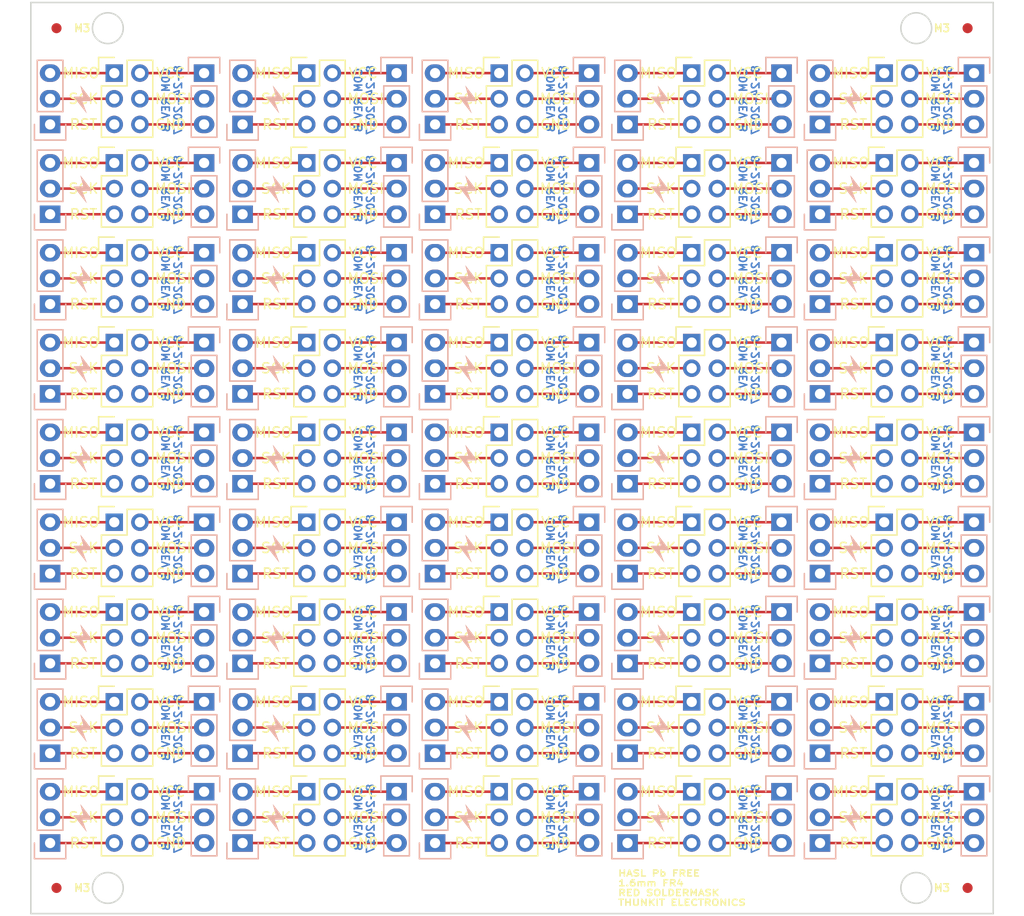
<source format=kicad_pcb>
(kicad_pcb (version 4) (host pcbnew 4.0.5+dfsg1-4)
  (title_block (title "ICSP Breadboard Breakout") (date 2018-08-30) (rev B) (company "THUNKIT ELECTRONICS"))
  (layers (0 F.Cu signal) (31 B.Cu signal) (34 B.Paste user) (35 F.Paste user) (36 B.SilkS user) (37 F.SilkS user) (38 B.Mask user) (39 F.Mask user) (44 Edge.Cuts user))
  (net 0 "")
  (net 1 "Net-(P1-Pad1)")
  (net 2 "Net-(P1-Pad2)")
  (net 3 "Net-(P1-Pad3)")
  (net 4 "Net-(P2-Pad2)")
  (net 5 "Net-(P2-Pad4)")
  (net 6 "Net-(P2-Pad6)")
  (module MOD:Thunkit_Fiducial (layer F.Cu) (at 118.745 145.796 180)
    (fp_text reference REF** hide)
    (fp_text value TF hide)
    (fp_text user M3 (at 5.08 2.54 180) (layer F.SilkS) (effects (font (size 0.75 0.75))))
    (fp_circle (center 2.54 2.54) (end 4.064 2.54) (layer Edge.Cuts) (width 0.15))
    (pad ~ smd circle (at 7.62 2.54 180) (size 1 1) (layers F.Cu F.Mask) (clearance 0.77))
  )
  (module MOD:Thunkit_Fiducial (layer F.Cu) (at 193.675 140.716)
    (fp_text reference REF** hide)
    (fp_text value TF hide)
    (fp_text user M3 (at 5.08 2.54) (layer F.SilkS) (effects (font (size 0.75 0.75))))
    (fp_circle (center 2.54 2.54) (end 4.064 2.54) (layer Edge.Cuts) (width 0.15))
    (pad ~ smd circle (at 7.62 2.54) (size 1 1) (layers F.Cu F.Mask) (clearance 0.77))
  )
  (module MOD:Thunkit_Fiducial (layer F.Cu) (at 193.675 55.626)
    (fp_text reference REF** hide)
    (fp_text value TF hide)
    (fp_text user M3 (at 5.08 2.54) (layer F.SilkS) (effects (font (size 0.75 0.75))))
    (fp_circle (center 2.54 2.54) (end 4.064 2.54) (layer Edge.Cuts) (width 0.15))
    (pad ~ smd circle (at 7.62 2.54) (size 1 1) (layers F.Cu F.Mask) (clearance 0.77))
  )
  (module Pin_Headers:Pin_Header_Straight_1x03 (layer B.Cu) (at 125.73 133.731 180)
    (fp_text reference P3 hide)
    (fp_text value CONN_01X03)
    (pad 1 thru_hole rect (at 0 0 180) (size 2.032 1.7272) (drill 1.016) (layers *.Cu *.Mask) (net 4 "Net-(P2-Pad2)"))
    (pad 2 thru_hole oval (at 0 -2.54 180) (size 2.032 1.7272) (drill 1.016) (layers *.Cu *.Mask) (net 5 "Net-(P2-Pad4)"))
    (pad 3 thru_hole oval (at 0 -5.08 180) (size 2.032 1.7272) (drill 1.016) (layers *.Cu *.Mask) (net 6 "Net-(P2-Pad6)"))
  )
  (module MOD:lightning (layer B.Cu) (at 113.792 136.398)
    (fp_text reference G*** hide)
    (fp_text value LOGO hide)
  )
  (module Pin_Headers:Pin_Header_Straight_1x03 (layer B.Cu) (at 110.49 138.811)
    (fp_text reference P1 hide)
    (fp_text value CONN_01X03)
    (pad 1 thru_hole rect (at 0 0) (size 2.032 1.7272) (drill 1.016) (layers *.Cu *.Mask) (net 1 "Net-(P1-Pad1)"))
    (pad 2 thru_hole oval (at 0 -2.54) (size 2.032 1.7272) (drill 1.016) (layers *.Cu *.Mask) (net 2 "Net-(P1-Pad2)"))
    (pad 3 thru_hole oval (at 0 -5.08) (size 2.032 1.7272) (drill 1.016) (layers *.Cu *.Mask) (net 3 "Net-(P1-Pad3)"))
  )
  (module Pin_Headers:Pin_Header_Straight_1x03 (layer B.Cu) (at 129.54 138.811)
    (fp_text reference P1 hide)
    (fp_text value CONN_01X03)
    (pad 1 thru_hole rect (at 0 0) (size 2.032 1.7272) (drill 1.016) (layers *.Cu *.Mask) (net 1 "Net-(P1-Pad1)"))
    (pad 2 thru_hole oval (at 0 -2.54) (size 2.032 1.7272) (drill 1.016) (layers *.Cu *.Mask) (net 2 "Net-(P1-Pad2)"))
    (pad 3 thru_hole oval (at 0 -5.08) (size 2.032 1.7272) (drill 1.016) (layers *.Cu *.Mask) (net 3 "Net-(P1-Pad3)"))
  )
  (module MOD:lightning (layer B.Cu) (at 132.842 136.398)
    (fp_text reference G*** hide)
    (fp_text value LOGO hide)
  )
  (module Pin_Headers:Pin_Header_Straight_1x03 (layer B.Cu) (at 144.78 133.731 180)
    (fp_text reference P3 hide)
    (fp_text value CONN_01X03)
    (pad 1 thru_hole rect (at 0 0 180) (size 2.032 1.7272) (drill 1.016) (layers *.Cu *.Mask) (net 4 "Net-(P2-Pad2)"))
    (pad 2 thru_hole oval (at 0 -2.54 180) (size 2.032 1.7272) (drill 1.016) (layers *.Cu *.Mask) (net 5 "Net-(P2-Pad4)"))
    (pad 3 thru_hole oval (at 0 -5.08 180) (size 2.032 1.7272) (drill 1.016) (layers *.Cu *.Mask) (net 6 "Net-(P2-Pad6)"))
  )
  (module MOD:lightning (layer B.Cu) (at 151.892 136.398)
    (fp_text reference G*** hide)
    (fp_text value LOGO hide)
  )
  (module Pin_Headers:Pin_Header_Straight_1x03 (layer B.Cu) (at 148.59 138.811)
    (fp_text reference P1 hide)
    (fp_text value CONN_01X03)
    (pad 1 thru_hole rect (at 0 0) (size 2.032 1.7272) (drill 1.016) (layers *.Cu *.Mask) (net 1 "Net-(P1-Pad1)"))
    (pad 2 thru_hole oval (at 0 -2.54) (size 2.032 1.7272) (drill 1.016) (layers *.Cu *.Mask) (net 2 "Net-(P1-Pad2)"))
    (pad 3 thru_hole oval (at 0 -5.08) (size 2.032 1.7272) (drill 1.016) (layers *.Cu *.Mask) (net 3 "Net-(P1-Pad3)"))
  )
  (module Pin_Headers:Pin_Header_Straight_1x03 (layer B.Cu) (at 186.69 138.811)
    (fp_text reference P1 hide)
    (fp_text value CONN_01X03)
    (pad 1 thru_hole rect (at 0 0) (size 2.032 1.7272) (drill 1.016) (layers *.Cu *.Mask) (net 1 "Net-(P1-Pad1)"))
    (pad 2 thru_hole oval (at 0 -2.54) (size 2.032 1.7272) (drill 1.016) (layers *.Cu *.Mask) (net 2 "Net-(P1-Pad2)"))
    (pad 3 thru_hole oval (at 0 -5.08) (size 2.032 1.7272) (drill 1.016) (layers *.Cu *.Mask) (net 3 "Net-(P1-Pad3)"))
  )
  (module Pin_Headers:Pin_Header_Straight_1x03 (layer B.Cu) (at 182.88 133.731 180)
    (fp_text reference P3 hide)
    (fp_text value CONN_01X03)
    (pad 1 thru_hole rect (at 0 0 180) (size 2.032 1.7272) (drill 1.016) (layers *.Cu *.Mask) (net 4 "Net-(P2-Pad2)"))
    (pad 2 thru_hole oval (at 0 -2.54 180) (size 2.032 1.7272) (drill 1.016) (layers *.Cu *.Mask) (net 5 "Net-(P2-Pad4)"))
    (pad 3 thru_hole oval (at 0 -5.08 180) (size 2.032 1.7272) (drill 1.016) (layers *.Cu *.Mask) (net 6 "Net-(P2-Pad6)"))
  )
  (module MOD:lightning (layer B.Cu) (at 189.992 136.398)
    (fp_text reference G*** hide)
    (fp_text value LOGO hide)
  )
  (module Pin_Headers:Pin_Header_Straight_1x03 (layer B.Cu) (at 201.93 133.731 180)
    (fp_text reference P3 hide)
    (fp_text value CONN_01X03)
    (pad 1 thru_hole rect (at 0 0 180) (size 2.032 1.7272) (drill 1.016) (layers *.Cu *.Mask) (net 4 "Net-(P2-Pad2)"))
    (pad 2 thru_hole oval (at 0 -2.54 180) (size 2.032 1.7272) (drill 1.016) (layers *.Cu *.Mask) (net 5 "Net-(P2-Pad4)"))
    (pad 3 thru_hole oval (at 0 -5.08 180) (size 2.032 1.7272) (drill 1.016) (layers *.Cu *.Mask) (net 6 "Net-(P2-Pad6)"))
  )
  (module MOD:lightning (layer B.Cu) (at 170.942 136.398)
    (fp_text reference G*** hide)
    (fp_text value LOGO hide)
  )
  (module Pin_Headers:Pin_Header_Straight_1x03 (layer B.Cu) (at 167.64 138.811)
    (fp_text reference P1 hide)
    (fp_text value CONN_01X03)
    (pad 1 thru_hole rect (at 0 0) (size 2.032 1.7272) (drill 1.016) (layers *.Cu *.Mask) (net 1 "Net-(P1-Pad1)"))
    (pad 2 thru_hole oval (at 0 -2.54) (size 2.032 1.7272) (drill 1.016) (layers *.Cu *.Mask) (net 2 "Net-(P1-Pad2)"))
    (pad 3 thru_hole oval (at 0 -5.08) (size 2.032 1.7272) (drill 1.016) (layers *.Cu *.Mask) (net 3 "Net-(P1-Pad3)"))
  )
  (module Pin_Headers:Pin_Header_Straight_1x03 (layer B.Cu) (at 163.83 133.731 180)
    (fp_text reference P3 hide)
    (fp_text value CONN_01X03)
    (pad 1 thru_hole rect (at 0 0 180) (size 2.032 1.7272) (drill 1.016) (layers *.Cu *.Mask) (net 4 "Net-(P2-Pad2)"))
    (pad 2 thru_hole oval (at 0 -2.54 180) (size 2.032 1.7272) (drill 1.016) (layers *.Cu *.Mask) (net 5 "Net-(P2-Pad4)"))
    (pad 3 thru_hole oval (at 0 -5.08 180) (size 2.032 1.7272) (drill 1.016) (layers *.Cu *.Mask) (net 6 "Net-(P2-Pad6)"))
  )
  (module Pin_Headers:Pin_Header_Straight_2x03 (layer F.Cu) (at 154.94 133.731)
    (fp_text reference P2 hide)
    (fp_text value CONN_02X03)
    (pad 1 thru_hole rect (at 0 0) (size 1.7272 1.7272) (drill 1.016) (layers *.Cu *.Mask) (net 3 "Net-(P1-Pad3)"))
    (pad 2 thru_hole oval (at 2.54 0) (size 1.7272 1.7272) (drill 1.016) (layers *.Cu *.Mask) (net 4 "Net-(P2-Pad2)"))
    (pad 3 thru_hole oval (at 0 2.54) (size 1.7272 1.7272) (drill 1.016) (layers *.Cu *.Mask) (net 2 "Net-(P1-Pad2)"))
    (pad 4 thru_hole oval (at 2.54 2.54) (size 1.7272 1.7272) (drill 1.016) (layers *.Cu *.Mask) (net 5 "Net-(P2-Pad4)"))
    (pad 5 thru_hole oval (at 0 5.08) (size 1.7272 1.7272) (drill 1.016) (layers *.Cu *.Mask) (net 1 "Net-(P1-Pad1)"))
    (pad 6 thru_hole oval (at 2.54 5.08) (size 1.7272 1.7272) (drill 1.016) (layers *.Cu *.Mask) (net 6 "Net-(P2-Pad6)"))
  )
  (module Pin_Headers:Pin_Header_Straight_2x03 (layer F.Cu) (at 173.99 133.731)
    (fp_text reference P2 hide)
    (fp_text value CONN_02X03)
    (pad 1 thru_hole rect (at 0 0) (size 1.7272 1.7272) (drill 1.016) (layers *.Cu *.Mask) (net 3 "Net-(P1-Pad3)"))
    (pad 2 thru_hole oval (at 2.54 0) (size 1.7272 1.7272) (drill 1.016) (layers *.Cu *.Mask) (net 4 "Net-(P2-Pad2)"))
    (pad 3 thru_hole oval (at 0 2.54) (size 1.7272 1.7272) (drill 1.016) (layers *.Cu *.Mask) (net 2 "Net-(P1-Pad2)"))
    (pad 4 thru_hole oval (at 2.54 2.54) (size 1.7272 1.7272) (drill 1.016) (layers *.Cu *.Mask) (net 5 "Net-(P2-Pad4)"))
    (pad 5 thru_hole oval (at 0 5.08) (size 1.7272 1.7272) (drill 1.016) (layers *.Cu *.Mask) (net 1 "Net-(P1-Pad1)"))
    (pad 6 thru_hole oval (at 2.54 5.08) (size 1.7272 1.7272) (drill 1.016) (layers *.Cu *.Mask) (net 6 "Net-(P2-Pad6)"))
  )
  (module Pin_Headers:Pin_Header_Straight_2x03 (layer F.Cu) (at 116.84 133.731)
    (fp_text reference P2 hide)
    (fp_text value CONN_02X03)
    (pad 1 thru_hole rect (at 0 0) (size 1.7272 1.7272) (drill 1.016) (layers *.Cu *.Mask) (net 3 "Net-(P1-Pad3)"))
    (pad 2 thru_hole oval (at 2.54 0) (size 1.7272 1.7272) (drill 1.016) (layers *.Cu *.Mask) (net 4 "Net-(P2-Pad2)"))
    (pad 3 thru_hole oval (at 0 2.54) (size 1.7272 1.7272) (drill 1.016) (layers *.Cu *.Mask) (net 2 "Net-(P1-Pad2)"))
    (pad 4 thru_hole oval (at 2.54 2.54) (size 1.7272 1.7272) (drill 1.016) (layers *.Cu *.Mask) (net 5 "Net-(P2-Pad4)"))
    (pad 5 thru_hole oval (at 0 5.08) (size 1.7272 1.7272) (drill 1.016) (layers *.Cu *.Mask) (net 1 "Net-(P1-Pad1)"))
    (pad 6 thru_hole oval (at 2.54 5.08) (size 1.7272 1.7272) (drill 1.016) (layers *.Cu *.Mask) (net 6 "Net-(P2-Pad6)"))
  )
  (module Pin_Headers:Pin_Header_Straight_2x03 (layer F.Cu) (at 135.89 133.731)
    (fp_text reference P2 hide)
    (fp_text value CONN_02X03)
    (pad 1 thru_hole rect (at 0 0) (size 1.7272 1.7272) (drill 1.016) (layers *.Cu *.Mask) (net 3 "Net-(P1-Pad3)"))
    (pad 2 thru_hole oval (at 2.54 0) (size 1.7272 1.7272) (drill 1.016) (layers *.Cu *.Mask) (net 4 "Net-(P2-Pad2)"))
    (pad 3 thru_hole oval (at 0 2.54) (size 1.7272 1.7272) (drill 1.016) (layers *.Cu *.Mask) (net 2 "Net-(P1-Pad2)"))
    (pad 4 thru_hole oval (at 2.54 2.54) (size 1.7272 1.7272) (drill 1.016) (layers *.Cu *.Mask) (net 5 "Net-(P2-Pad4)"))
    (pad 5 thru_hole oval (at 0 5.08) (size 1.7272 1.7272) (drill 1.016) (layers *.Cu *.Mask) (net 1 "Net-(P1-Pad1)"))
    (pad 6 thru_hole oval (at 2.54 5.08) (size 1.7272 1.7272) (drill 1.016) (layers *.Cu *.Mask) (net 6 "Net-(P2-Pad6)"))
  )
  (module Pin_Headers:Pin_Header_Straight_2x03 (layer F.Cu) (at 193.04 133.731)
    (fp_text reference P2 hide)
    (fp_text value CONN_02X03)
    (pad 1 thru_hole rect (at 0 0) (size 1.7272 1.7272) (drill 1.016) (layers *.Cu *.Mask) (net 3 "Net-(P1-Pad3)"))
    (pad 2 thru_hole oval (at 2.54 0) (size 1.7272 1.7272) (drill 1.016) (layers *.Cu *.Mask) (net 4 "Net-(P2-Pad2)"))
    (pad 3 thru_hole oval (at 0 2.54) (size 1.7272 1.7272) (drill 1.016) (layers *.Cu *.Mask) (net 2 "Net-(P1-Pad2)"))
    (pad 4 thru_hole oval (at 2.54 2.54) (size 1.7272 1.7272) (drill 1.016) (layers *.Cu *.Mask) (net 5 "Net-(P2-Pad4)"))
    (pad 5 thru_hole oval (at 0 5.08) (size 1.7272 1.7272) (drill 1.016) (layers *.Cu *.Mask) (net 1 "Net-(P1-Pad1)"))
    (pad 6 thru_hole oval (at 2.54 5.08) (size 1.7272 1.7272) (drill 1.016) (layers *.Cu *.Mask) (net 6 "Net-(P2-Pad6)"))
  )
  (module Pin_Headers:Pin_Header_Straight_1x03 (layer B.Cu) (at 110.49 121.031)
    (fp_text reference P1 hide)
    (fp_text value CONN_01X03)
    (pad 1 thru_hole rect (at 0 0) (size 2.032 1.7272) (drill 1.016) (layers *.Cu *.Mask) (net 1 "Net-(P1-Pad1)"))
    (pad 2 thru_hole oval (at 0 -2.54) (size 2.032 1.7272) (drill 1.016) (layers *.Cu *.Mask) (net 2 "Net-(P1-Pad2)"))
    (pad 3 thru_hole oval (at 0 -5.08) (size 2.032 1.7272) (drill 1.016) (layers *.Cu *.Mask) (net 3 "Net-(P1-Pad3)"))
  )
  (module MOD:lightning (layer B.Cu) (at 113.792 127.508)
    (fp_text reference G*** hide)
    (fp_text value LOGO hide)
  )
  (module Pin_Headers:Pin_Header_Straight_1x03 (layer B.Cu) (at 110.49 129.921)
    (fp_text reference P1 hide)
    (fp_text value CONN_01X03)
    (pad 1 thru_hole rect (at 0 0) (size 2.032 1.7272) (drill 1.016) (layers *.Cu *.Mask) (net 1 "Net-(P1-Pad1)"))
    (pad 2 thru_hole oval (at 0 -2.54) (size 2.032 1.7272) (drill 1.016) (layers *.Cu *.Mask) (net 2 "Net-(P1-Pad2)"))
    (pad 3 thru_hole oval (at 0 -5.08) (size 2.032 1.7272) (drill 1.016) (layers *.Cu *.Mask) (net 3 "Net-(P1-Pad3)"))
  )
  (module Pin_Headers:Pin_Header_Straight_1x03 (layer B.Cu) (at 125.73 115.951 180)
    (fp_text reference P3 hide)
    (fp_text value CONN_01X03)
    (pad 1 thru_hole rect (at 0 0 180) (size 2.032 1.7272) (drill 1.016) (layers *.Cu *.Mask) (net 4 "Net-(P2-Pad2)"))
    (pad 2 thru_hole oval (at 0 -2.54 180) (size 2.032 1.7272) (drill 1.016) (layers *.Cu *.Mask) (net 5 "Net-(P2-Pad4)"))
    (pad 3 thru_hole oval (at 0 -5.08 180) (size 2.032 1.7272) (drill 1.016) (layers *.Cu *.Mask) (net 6 "Net-(P2-Pad6)"))
  )
  (module Pin_Headers:Pin_Header_Straight_1x03 (layer B.Cu) (at 148.59 103.251)
    (fp_text reference P1 hide)
    (fp_text value CONN_01X03)
    (pad 1 thru_hole rect (at 0 0) (size 2.032 1.7272) (drill 1.016) (layers *.Cu *.Mask) (net 1 "Net-(P1-Pad1)"))
    (pad 2 thru_hole oval (at 0 -2.54) (size 2.032 1.7272) (drill 1.016) (layers *.Cu *.Mask) (net 2 "Net-(P1-Pad2)"))
    (pad 3 thru_hole oval (at 0 -5.08) (size 2.032 1.7272) (drill 1.016) (layers *.Cu *.Mask) (net 3 "Net-(P1-Pad3)"))
  )
  (module MOD:lightning (layer B.Cu) (at 151.892 100.838)
    (fp_text reference G*** hide)
    (fp_text value LOGO hide)
  )
  (module Pin_Headers:Pin_Header_Straight_1x03 (layer B.Cu) (at 144.78 107.061 180)
    (fp_text reference P3 hide)
    (fp_text value CONN_01X03)
    (pad 1 thru_hole rect (at 0 0 180) (size 2.032 1.7272) (drill 1.016) (layers *.Cu *.Mask) (net 4 "Net-(P2-Pad2)"))
    (pad 2 thru_hole oval (at 0 -2.54 180) (size 2.032 1.7272) (drill 1.016) (layers *.Cu *.Mask) (net 5 "Net-(P2-Pad4)"))
    (pad 3 thru_hole oval (at 0 -5.08 180) (size 2.032 1.7272) (drill 1.016) (layers *.Cu *.Mask) (net 6 "Net-(P2-Pad6)"))
  )
  (module MOD:lightning (layer B.Cu) (at 151.892 109.728)
    (fp_text reference G*** hide)
    (fp_text value LOGO hide)
  )
  (module Pin_Headers:Pin_Header_Straight_1x03 (layer B.Cu) (at 148.59 112.141)
    (fp_text reference P1 hide)
    (fp_text value CONN_01X03)
    (pad 1 thru_hole rect (at 0 0) (size 2.032 1.7272) (drill 1.016) (layers *.Cu *.Mask) (net 1 "Net-(P1-Pad1)"))
    (pad 2 thru_hole oval (at 0 -2.54) (size 2.032 1.7272) (drill 1.016) (layers *.Cu *.Mask) (net 2 "Net-(P1-Pad2)"))
    (pad 3 thru_hole oval (at 0 -5.08) (size 2.032 1.7272) (drill 1.016) (layers *.Cu *.Mask) (net 3 "Net-(P1-Pad3)"))
  )
  (module MOD:lightning (layer B.Cu) (at 132.842 109.728)
    (fp_text reference G*** hide)
    (fp_text value LOGO hide)
  )
  (module Pin_Headers:Pin_Header_Straight_1x03 (layer B.Cu) (at 144.78 98.171 180)
    (fp_text reference P3 hide)
    (fp_text value CONN_01X03)
    (pad 1 thru_hole rect (at 0 0 180) (size 2.032 1.7272) (drill 1.016) (layers *.Cu *.Mask) (net 4 "Net-(P2-Pad2)"))
    (pad 2 thru_hole oval (at 0 -2.54 180) (size 2.032 1.7272) (drill 1.016) (layers *.Cu *.Mask) (net 5 "Net-(P2-Pad4)"))
    (pad 3 thru_hole oval (at 0 -5.08 180) (size 2.032 1.7272) (drill 1.016) (layers *.Cu *.Mask) (net 6 "Net-(P2-Pad6)"))
  )
  (module MOD:lightning (layer B.Cu) (at 113.792 118.618)
    (fp_text reference G*** hide)
    (fp_text value LOGO hide)
  )
  (module MOD:lightning (layer B.Cu) (at 113.792 109.728)
    (fp_text reference G*** hide)
    (fp_text value LOGO hide)
  )
  (module Pin_Headers:Pin_Header_Straight_1x03 (layer B.Cu) (at 110.49 112.141)
    (fp_text reference P1 hide)
    (fp_text value CONN_01X03)
    (pad 1 thru_hole rect (at 0 0) (size 2.032 1.7272) (drill 1.016) (layers *.Cu *.Mask) (net 1 "Net-(P1-Pad1)"))
    (pad 2 thru_hole oval (at 0 -2.54) (size 2.032 1.7272) (drill 1.016) (layers *.Cu *.Mask) (net 2 "Net-(P1-Pad2)"))
    (pad 3 thru_hole oval (at 0 -5.08) (size 2.032 1.7272) (drill 1.016) (layers *.Cu *.Mask) (net 3 "Net-(P1-Pad3)"))
  )
  (module MOD:lightning (layer B.Cu) (at 113.792 100.838)
    (fp_text reference G*** hide)
    (fp_text value LOGO hide)
  )
  (module Pin_Headers:Pin_Header_Straight_1x03 (layer B.Cu) (at 110.49 103.251)
    (fp_text reference P1 hide)
    (fp_text value CONN_01X03)
    (pad 1 thru_hole rect (at 0 0) (size 2.032 1.7272) (drill 1.016) (layers *.Cu *.Mask) (net 1 "Net-(P1-Pad1)"))
    (pad 2 thru_hole oval (at 0 -2.54) (size 2.032 1.7272) (drill 1.016) (layers *.Cu *.Mask) (net 2 "Net-(P1-Pad2)"))
    (pad 3 thru_hole oval (at 0 -5.08) (size 2.032 1.7272) (drill 1.016) (layers *.Cu *.Mask) (net 3 "Net-(P1-Pad3)"))
  )
  (module Pin_Headers:Pin_Header_Straight_1x03 (layer B.Cu) (at 125.73 98.171 180)
    (fp_text reference P3 hide)
    (fp_text value CONN_01X03)
    (pad 1 thru_hole rect (at 0 0 180) (size 2.032 1.7272) (drill 1.016) (layers *.Cu *.Mask) (net 4 "Net-(P2-Pad2)"))
    (pad 2 thru_hole oval (at 0 -2.54 180) (size 2.032 1.7272) (drill 1.016) (layers *.Cu *.Mask) (net 5 "Net-(P2-Pad4)"))
    (pad 3 thru_hole oval (at 0 -5.08 180) (size 2.032 1.7272) (drill 1.016) (layers *.Cu *.Mask) (net 6 "Net-(P2-Pad6)"))
  )
  (module Pin_Headers:Pin_Header_Straight_1x03 (layer B.Cu) (at 129.54 103.251)
    (fp_text reference P1 hide)
    (fp_text value CONN_01X03)
    (pad 1 thru_hole rect (at 0 0) (size 2.032 1.7272) (drill 1.016) (layers *.Cu *.Mask) (net 1 "Net-(P1-Pad1)"))
    (pad 2 thru_hole oval (at 0 -2.54) (size 2.032 1.7272) (drill 1.016) (layers *.Cu *.Mask) (net 2 "Net-(P1-Pad2)"))
    (pad 3 thru_hole oval (at 0 -5.08) (size 2.032 1.7272) (drill 1.016) (layers *.Cu *.Mask) (net 3 "Net-(P1-Pad3)"))
  )
  (module Pin_Headers:Pin_Header_Straight_1x03 (layer B.Cu) (at 125.73 107.061 180)
    (fp_text reference P3 hide)
    (fp_text value CONN_01X03)
    (pad 1 thru_hole rect (at 0 0 180) (size 2.032 1.7272) (drill 1.016) (layers *.Cu *.Mask) (net 4 "Net-(P2-Pad2)"))
    (pad 2 thru_hole oval (at 0 -2.54 180) (size 2.032 1.7272) (drill 1.016) (layers *.Cu *.Mask) (net 5 "Net-(P2-Pad4)"))
    (pad 3 thru_hole oval (at 0 -5.08 180) (size 2.032 1.7272) (drill 1.016) (layers *.Cu *.Mask) (net 6 "Net-(P2-Pad6)"))
  )
  (module MOD:lightning (layer B.Cu) (at 132.842 100.838)
    (fp_text reference G*** hide)
    (fp_text value LOGO hide)
  )
  (module Pin_Headers:Pin_Header_Straight_1x03 (layer B.Cu) (at 129.54 112.141)
    (fp_text reference P1 hide)
    (fp_text value CONN_01X03)
    (pad 1 thru_hole rect (at 0 0) (size 2.032 1.7272) (drill 1.016) (layers *.Cu *.Mask) (net 1 "Net-(P1-Pad1)"))
    (pad 2 thru_hole oval (at 0 -2.54) (size 2.032 1.7272) (drill 1.016) (layers *.Cu *.Mask) (net 2 "Net-(P1-Pad2)"))
    (pad 3 thru_hole oval (at 0 -5.08) (size 2.032 1.7272) (drill 1.016) (layers *.Cu *.Mask) (net 3 "Net-(P1-Pad3)"))
  )
  (module Pin_Headers:Pin_Header_Straight_1x03 (layer B.Cu) (at 144.78 124.841 180)
    (fp_text reference P3 hide)
    (fp_text value CONN_01X03)
    (pad 1 thru_hole rect (at 0 0 180) (size 2.032 1.7272) (drill 1.016) (layers *.Cu *.Mask) (net 4 "Net-(P2-Pad2)"))
    (pad 2 thru_hole oval (at 0 -2.54 180) (size 2.032 1.7272) (drill 1.016) (layers *.Cu *.Mask) (net 5 "Net-(P2-Pad4)"))
    (pad 3 thru_hole oval (at 0 -5.08 180) (size 2.032 1.7272) (drill 1.016) (layers *.Cu *.Mask) (net 6 "Net-(P2-Pad6)"))
  )
  (module MOD:lightning (layer B.Cu) (at 151.892 127.508)
    (fp_text reference G*** hide)
    (fp_text value LOGO hide)
  )
  (module Pin_Headers:Pin_Header_Straight_1x03 (layer B.Cu) (at 148.59 129.921)
    (fp_text reference P1 hide)
    (fp_text value CONN_01X03)
    (pad 1 thru_hole rect (at 0 0) (size 2.032 1.7272) (drill 1.016) (layers *.Cu *.Mask) (net 1 "Net-(P1-Pad1)"))
    (pad 2 thru_hole oval (at 0 -2.54) (size 2.032 1.7272) (drill 1.016) (layers *.Cu *.Mask) (net 2 "Net-(P1-Pad2)"))
    (pad 3 thru_hole oval (at 0 -5.08) (size 2.032 1.7272) (drill 1.016) (layers *.Cu *.Mask) (net 3 "Net-(P1-Pad3)"))
  )
  (module MOD:lightning (layer B.Cu) (at 151.892 118.618)
    (fp_text reference G*** hide)
    (fp_text value LOGO hide)
  )
  (module Pin_Headers:Pin_Header_Straight_1x03 (layer B.Cu) (at 144.78 115.951 180)
    (fp_text reference P3 hide)
    (fp_text value CONN_01X03)
    (pad 1 thru_hole rect (at 0 0 180) (size 2.032 1.7272) (drill 1.016) (layers *.Cu *.Mask) (net 4 "Net-(P2-Pad2)"))
    (pad 2 thru_hole oval (at 0 -2.54 180) (size 2.032 1.7272) (drill 1.016) (layers *.Cu *.Mask) (net 5 "Net-(P2-Pad4)"))
    (pad 3 thru_hole oval (at 0 -5.08 180) (size 2.032 1.7272) (drill 1.016) (layers *.Cu *.Mask) (net 6 "Net-(P2-Pad6)"))
  )
  (module Pin_Headers:Pin_Header_Straight_1x03 (layer B.Cu) (at 148.59 121.031)
    (fp_text reference P1 hide)
    (fp_text value CONN_01X03)
    (pad 1 thru_hole rect (at 0 0) (size 2.032 1.7272) (drill 1.016) (layers *.Cu *.Mask) (net 1 "Net-(P1-Pad1)"))
    (pad 2 thru_hole oval (at 0 -2.54) (size 2.032 1.7272) (drill 1.016) (layers *.Cu *.Mask) (net 2 "Net-(P1-Pad2)"))
    (pad 3 thru_hole oval (at 0 -5.08) (size 2.032 1.7272) (drill 1.016) (layers *.Cu *.Mask) (net 3 "Net-(P1-Pad3)"))
  )
  (module MOD:lightning (layer B.Cu) (at 132.842 118.618)
    (fp_text reference G*** hide)
    (fp_text value LOGO hide)
  )
  (module MOD:lightning (layer B.Cu) (at 132.842 127.508)
    (fp_text reference G*** hide)
    (fp_text value LOGO hide)
  )
  (module Pin_Headers:Pin_Header_Straight_1x03 (layer B.Cu) (at 129.54 121.031)
    (fp_text reference P1 hide)
    (fp_text value CONN_01X03)
    (pad 1 thru_hole rect (at 0 0) (size 2.032 1.7272) (drill 1.016) (layers *.Cu *.Mask) (net 1 "Net-(P1-Pad1)"))
    (pad 2 thru_hole oval (at 0 -2.54) (size 2.032 1.7272) (drill 1.016) (layers *.Cu *.Mask) (net 2 "Net-(P1-Pad2)"))
    (pad 3 thru_hole oval (at 0 -5.08) (size 2.032 1.7272) (drill 1.016) (layers *.Cu *.Mask) (net 3 "Net-(P1-Pad3)"))
  )
  (module Pin_Headers:Pin_Header_Straight_1x03 (layer B.Cu) (at 129.54 129.921)
    (fp_text reference P1 hide)
    (fp_text value CONN_01X03)
    (pad 1 thru_hole rect (at 0 0) (size 2.032 1.7272) (drill 1.016) (layers *.Cu *.Mask) (net 1 "Net-(P1-Pad1)"))
    (pad 2 thru_hole oval (at 0 -2.54) (size 2.032 1.7272) (drill 1.016) (layers *.Cu *.Mask) (net 2 "Net-(P1-Pad2)"))
    (pad 3 thru_hole oval (at 0 -5.08) (size 2.032 1.7272) (drill 1.016) (layers *.Cu *.Mask) (net 3 "Net-(P1-Pad3)"))
  )
  (module Pin_Headers:Pin_Header_Straight_1x03 (layer B.Cu) (at 125.73 124.841 180)
    (fp_text reference P3 hide)
    (fp_text value CONN_01X03)
    (pad 1 thru_hole rect (at 0 0 180) (size 2.032 1.7272) (drill 1.016) (layers *.Cu *.Mask) (net 4 "Net-(P2-Pad2)"))
    (pad 2 thru_hole oval (at 0 -2.54 180) (size 2.032 1.7272) (drill 1.016) (layers *.Cu *.Mask) (net 5 "Net-(P2-Pad4)"))
    (pad 3 thru_hole oval (at 0 -5.08 180) (size 2.032 1.7272) (drill 1.016) (layers *.Cu *.Mask) (net 6 "Net-(P2-Pad6)"))
  )
  (module Pin_Headers:Pin_Header_Straight_1x03 (layer B.Cu) (at 201.93 98.171 180)
    (fp_text reference P3 hide)
    (fp_text value CONN_01X03)
    (pad 1 thru_hole rect (at 0 0 180) (size 2.032 1.7272) (drill 1.016) (layers *.Cu *.Mask) (net 4 "Net-(P2-Pad2)"))
    (pad 2 thru_hole oval (at 0 -2.54 180) (size 2.032 1.7272) (drill 1.016) (layers *.Cu *.Mask) (net 5 "Net-(P2-Pad4)"))
    (pad 3 thru_hole oval (at 0 -5.08 180) (size 2.032 1.7272) (drill 1.016) (layers *.Cu *.Mask) (net 6 "Net-(P2-Pad6)"))
  )
  (module MOD:lightning (layer B.Cu) (at 189.992 100.838)
    (fp_text reference G*** hide)
    (fp_text value LOGO hide)
  )
  (module Pin_Headers:Pin_Header_Straight_1x03 (layer B.Cu) (at 201.93 107.061 180)
    (fp_text reference P3 hide)
    (fp_text value CONN_01X03)
    (pad 1 thru_hole rect (at 0 0 180) (size 2.032 1.7272) (drill 1.016) (layers *.Cu *.Mask) (net 4 "Net-(P2-Pad2)"))
    (pad 2 thru_hole oval (at 0 -2.54 180) (size 2.032 1.7272) (drill 1.016) (layers *.Cu *.Mask) (net 5 "Net-(P2-Pad4)"))
    (pad 3 thru_hole oval (at 0 -5.08 180) (size 2.032 1.7272) (drill 1.016) (layers *.Cu *.Mask) (net 6 "Net-(P2-Pad6)"))
  )
  (module Pin_Headers:Pin_Header_Straight_1x03 (layer B.Cu) (at 186.69 103.251)
    (fp_text reference P1 hide)
    (fp_text value CONN_01X03)
    (pad 1 thru_hole rect (at 0 0) (size 2.032 1.7272) (drill 1.016) (layers *.Cu *.Mask) (net 1 "Net-(P1-Pad1)"))
    (pad 2 thru_hole oval (at 0 -2.54) (size 2.032 1.7272) (drill 1.016) (layers *.Cu *.Mask) (net 2 "Net-(P1-Pad2)"))
    (pad 3 thru_hole oval (at 0 -5.08) (size 2.032 1.7272) (drill 1.016) (layers *.Cu *.Mask) (net 3 "Net-(P1-Pad3)"))
  )
  (module Pin_Headers:Pin_Header_Straight_1x03 (layer B.Cu) (at 182.88 115.951 180)
    (fp_text reference P3 hide)
    (fp_text value CONN_01X03)
    (pad 1 thru_hole rect (at 0 0 180) (size 2.032 1.7272) (drill 1.016) (layers *.Cu *.Mask) (net 4 "Net-(P2-Pad2)"))
    (pad 2 thru_hole oval (at 0 -2.54 180) (size 2.032 1.7272) (drill 1.016) (layers *.Cu *.Mask) (net 5 "Net-(P2-Pad4)"))
    (pad 3 thru_hole oval (at 0 -5.08 180) (size 2.032 1.7272) (drill 1.016) (layers *.Cu *.Mask) (net 6 "Net-(P2-Pad6)"))
  )
  (module Pin_Headers:Pin_Header_Straight_1x03 (layer B.Cu) (at 201.93 115.951 180)
    (fp_text reference P3 hide)
    (fp_text value CONN_01X03)
    (pad 1 thru_hole rect (at 0 0 180) (size 2.032 1.7272) (drill 1.016) (layers *.Cu *.Mask) (net 4 "Net-(P2-Pad2)"))
    (pad 2 thru_hole oval (at 0 -2.54 180) (size 2.032 1.7272) (drill 1.016) (layers *.Cu *.Mask) (net 5 "Net-(P2-Pad4)"))
    (pad 3 thru_hole oval (at 0 -5.08 180) (size 2.032 1.7272) (drill 1.016) (layers *.Cu *.Mask) (net 6 "Net-(P2-Pad6)"))
  )
  (module Pin_Headers:Pin_Header_Straight_1x03 (layer B.Cu) (at 201.93 124.841 180)
    (fp_text reference P3 hide)
    (fp_text value CONN_01X03)
    (pad 1 thru_hole rect (at 0 0 180) (size 2.032 1.7272) (drill 1.016) (layers *.Cu *.Mask) (net 4 "Net-(P2-Pad2)"))
    (pad 2 thru_hole oval (at 0 -2.54 180) (size 2.032 1.7272) (drill 1.016) (layers *.Cu *.Mask) (net 5 "Net-(P2-Pad4)"))
    (pad 3 thru_hole oval (at 0 -5.08 180) (size 2.032 1.7272) (drill 1.016) (layers *.Cu *.Mask) (net 6 "Net-(P2-Pad6)"))
  )
  (module Pin_Headers:Pin_Header_Straight_1x03 (layer B.Cu) (at 186.69 129.921)
    (fp_text reference P1 hide)
    (fp_text value CONN_01X03)
    (pad 1 thru_hole rect (at 0 0) (size 2.032 1.7272) (drill 1.016) (layers *.Cu *.Mask) (net 1 "Net-(P1-Pad1)"))
    (pad 2 thru_hole oval (at 0 -2.54) (size 2.032 1.7272) (drill 1.016) (layers *.Cu *.Mask) (net 2 "Net-(P1-Pad2)"))
    (pad 3 thru_hole oval (at 0 -5.08) (size 2.032 1.7272) (drill 1.016) (layers *.Cu *.Mask) (net 3 "Net-(P1-Pad3)"))
  )
  (module MOD:lightning (layer B.Cu) (at 189.992 118.618)
    (fp_text reference G*** hide)
    (fp_text value LOGO hide)
  )
  (module Pin_Headers:Pin_Header_Straight_1x03 (layer B.Cu) (at 182.88 124.841 180)
    (fp_text reference P3 hide)
    (fp_text value CONN_01X03)
    (pad 1 thru_hole rect (at 0 0 180) (size 2.032 1.7272) (drill 1.016) (layers *.Cu *.Mask) (net 4 "Net-(P2-Pad2)"))
    (pad 2 thru_hole oval (at 0 -2.54 180) (size 2.032 1.7272) (drill 1.016) (layers *.Cu *.Mask) (net 5 "Net-(P2-Pad4)"))
    (pad 3 thru_hole oval (at 0 -5.08 180) (size 2.032 1.7272) (drill 1.016) (layers *.Cu *.Mask) (net 6 "Net-(P2-Pad6)"))
  )
  (module MOD:lightning (layer B.Cu) (at 189.992 127.508)
    (fp_text reference G*** hide)
    (fp_text value LOGO hide)
  )
  (module Pin_Headers:Pin_Header_Straight_1x03 (layer B.Cu) (at 186.69 121.031)
    (fp_text reference P1 hide)
    (fp_text value CONN_01X03)
    (pad 1 thru_hole rect (at 0 0) (size 2.032 1.7272) (drill 1.016) (layers *.Cu *.Mask) (net 1 "Net-(P1-Pad1)"))
    (pad 2 thru_hole oval (at 0 -2.54) (size 2.032 1.7272) (drill 1.016) (layers *.Cu *.Mask) (net 2 "Net-(P1-Pad2)"))
    (pad 3 thru_hole oval (at 0 -5.08) (size 2.032 1.7272) (drill 1.016) (layers *.Cu *.Mask) (net 3 "Net-(P1-Pad3)"))
  )
  (module Pin_Headers:Pin_Header_Straight_1x03 (layer B.Cu) (at 182.88 98.171 180)
    (fp_text reference P3 hide)
    (fp_text value CONN_01X03)
    (pad 1 thru_hole rect (at 0 0 180) (size 2.032 1.7272) (drill 1.016) (layers *.Cu *.Mask) (net 4 "Net-(P2-Pad2)"))
    (pad 2 thru_hole oval (at 0 -2.54 180) (size 2.032 1.7272) (drill 1.016) (layers *.Cu *.Mask) (net 5 "Net-(P2-Pad4)"))
    (pad 3 thru_hole oval (at 0 -5.08 180) (size 2.032 1.7272) (drill 1.016) (layers *.Cu *.Mask) (net 6 "Net-(P2-Pad6)"))
  )
  (module Pin_Headers:Pin_Header_Straight_1x03 (layer B.Cu) (at 182.88 107.061 180)
    (fp_text reference P3 hide)
    (fp_text value CONN_01X03)
    (pad 1 thru_hole rect (at 0 0 180) (size 2.032 1.7272) (drill 1.016) (layers *.Cu *.Mask) (net 4 "Net-(P2-Pad2)"))
    (pad 2 thru_hole oval (at 0 -2.54 180) (size 2.032 1.7272) (drill 1.016) (layers *.Cu *.Mask) (net 5 "Net-(P2-Pad4)"))
    (pad 3 thru_hole oval (at 0 -5.08 180) (size 2.032 1.7272) (drill 1.016) (layers *.Cu *.Mask) (net 6 "Net-(P2-Pad6)"))
  )
  (module Pin_Headers:Pin_Header_Straight_1x03 (layer B.Cu) (at 186.69 112.141)
    (fp_text reference P1 hide)
    (fp_text value CONN_01X03)
    (pad 1 thru_hole rect (at 0 0) (size 2.032 1.7272) (drill 1.016) (layers *.Cu *.Mask) (net 1 "Net-(P1-Pad1)"))
    (pad 2 thru_hole oval (at 0 -2.54) (size 2.032 1.7272) (drill 1.016) (layers *.Cu *.Mask) (net 2 "Net-(P1-Pad2)"))
    (pad 3 thru_hole oval (at 0 -5.08) (size 2.032 1.7272) (drill 1.016) (layers *.Cu *.Mask) (net 3 "Net-(P1-Pad3)"))
  )
  (module MOD:lightning (layer B.Cu) (at 189.992 109.728)
    (fp_text reference G*** hide)
    (fp_text value LOGO hide)
  )
  (module Pin_Headers:Pin_Header_Straight_1x03 (layer B.Cu) (at 163.83 115.951 180)
    (fp_text reference P3 hide)
    (fp_text value CONN_01X03)
    (pad 1 thru_hole rect (at 0 0 180) (size 2.032 1.7272) (drill 1.016) (layers *.Cu *.Mask) (net 4 "Net-(P2-Pad2)"))
    (pad 2 thru_hole oval (at 0 -2.54 180) (size 2.032 1.7272) (drill 1.016) (layers *.Cu *.Mask) (net 5 "Net-(P2-Pad4)"))
    (pad 3 thru_hole oval (at 0 -5.08 180) (size 2.032 1.7272) (drill 1.016) (layers *.Cu *.Mask) (net 6 "Net-(P2-Pad6)"))
  )
  (module Pin_Headers:Pin_Header_Straight_1x03 (layer B.Cu) (at 167.64 129.921)
    (fp_text reference P1 hide)
    (fp_text value CONN_01X03)
    (pad 1 thru_hole rect (at 0 0) (size 2.032 1.7272) (drill 1.016) (layers *.Cu *.Mask) (net 1 "Net-(P1-Pad1)"))
    (pad 2 thru_hole oval (at 0 -2.54) (size 2.032 1.7272) (drill 1.016) (layers *.Cu *.Mask) (net 2 "Net-(P1-Pad2)"))
    (pad 3 thru_hole oval (at 0 -5.08) (size 2.032 1.7272) (drill 1.016) (layers *.Cu *.Mask) (net 3 "Net-(P1-Pad3)"))
  )
  (module Pin_Headers:Pin_Header_Straight_1x03 (layer B.Cu) (at 163.83 124.841 180)
    (fp_text reference P3 hide)
    (fp_text value CONN_01X03)
    (pad 1 thru_hole rect (at 0 0 180) (size 2.032 1.7272) (drill 1.016) (layers *.Cu *.Mask) (net 4 "Net-(P2-Pad2)"))
    (pad 2 thru_hole oval (at 0 -2.54 180) (size 2.032 1.7272) (drill 1.016) (layers *.Cu *.Mask) (net 5 "Net-(P2-Pad4)"))
    (pad 3 thru_hole oval (at 0 -5.08 180) (size 2.032 1.7272) (drill 1.016) (layers *.Cu *.Mask) (net 6 "Net-(P2-Pad6)"))
  )
  (module MOD:lightning (layer B.Cu) (at 170.942 118.618)
    (fp_text reference G*** hide)
    (fp_text value LOGO hide)
  )
  (module MOD:lightning (layer B.Cu) (at 170.942 127.508)
    (fp_text reference G*** hide)
    (fp_text value LOGO hide)
  )
  (module Pin_Headers:Pin_Header_Straight_1x03 (layer B.Cu) (at 167.64 121.031)
    (fp_text reference P1 hide)
    (fp_text value CONN_01X03)
    (pad 1 thru_hole rect (at 0 0) (size 2.032 1.7272) (drill 1.016) (layers *.Cu *.Mask) (net 1 "Net-(P1-Pad1)"))
    (pad 2 thru_hole oval (at 0 -2.54) (size 2.032 1.7272) (drill 1.016) (layers *.Cu *.Mask) (net 2 "Net-(P1-Pad2)"))
    (pad 3 thru_hole oval (at 0 -5.08) (size 2.032 1.7272) (drill 1.016) (layers *.Cu *.Mask) (net 3 "Net-(P1-Pad3)"))
  )
  (module Pin_Headers:Pin_Header_Straight_1x03 (layer B.Cu) (at 163.83 107.061 180)
    (fp_text reference P3 hide)
    (fp_text value CONN_01X03)
    (pad 1 thru_hole rect (at 0 0 180) (size 2.032 1.7272) (drill 1.016) (layers *.Cu *.Mask) (net 4 "Net-(P2-Pad2)"))
    (pad 2 thru_hole oval (at 0 -2.54 180) (size 2.032 1.7272) (drill 1.016) (layers *.Cu *.Mask) (net 5 "Net-(P2-Pad4)"))
    (pad 3 thru_hole oval (at 0 -5.08 180) (size 2.032 1.7272) (drill 1.016) (layers *.Cu *.Mask) (net 6 "Net-(P2-Pad6)"))
  )
  (module Pin_Headers:Pin_Header_Straight_1x03 (layer B.Cu) (at 167.64 112.141)
    (fp_text reference P1 hide)
    (fp_text value CONN_01X03)
    (pad 1 thru_hole rect (at 0 0) (size 2.032 1.7272) (drill 1.016) (layers *.Cu *.Mask) (net 1 "Net-(P1-Pad1)"))
    (pad 2 thru_hole oval (at 0 -2.54) (size 2.032 1.7272) (drill 1.016) (layers *.Cu *.Mask) (net 2 "Net-(P1-Pad2)"))
    (pad 3 thru_hole oval (at 0 -5.08) (size 2.032 1.7272) (drill 1.016) (layers *.Cu *.Mask) (net 3 "Net-(P1-Pad3)"))
  )
  (module MOD:lightning (layer B.Cu) (at 170.942 100.838)
    (fp_text reference G*** hide)
    (fp_text value LOGO hide)
  )
  (module Pin_Headers:Pin_Header_Straight_1x03 (layer B.Cu) (at 167.64 103.251)
    (fp_text reference P1 hide)
    (fp_text value CONN_01X03)
    (pad 1 thru_hole rect (at 0 0) (size 2.032 1.7272) (drill 1.016) (layers *.Cu *.Mask) (net 1 "Net-(P1-Pad1)"))
    (pad 2 thru_hole oval (at 0 -2.54) (size 2.032 1.7272) (drill 1.016) (layers *.Cu *.Mask) (net 2 "Net-(P1-Pad2)"))
    (pad 3 thru_hole oval (at 0 -5.08) (size 2.032 1.7272) (drill 1.016) (layers *.Cu *.Mask) (net 3 "Net-(P1-Pad3)"))
  )
  (module Pin_Headers:Pin_Header_Straight_1x03 (layer B.Cu) (at 163.83 98.171 180)
    (fp_text reference P3 hide)
    (fp_text value CONN_01X03)
    (pad 1 thru_hole rect (at 0 0 180) (size 2.032 1.7272) (drill 1.016) (layers *.Cu *.Mask) (net 4 "Net-(P2-Pad2)"))
    (pad 2 thru_hole oval (at 0 -2.54 180) (size 2.032 1.7272) (drill 1.016) (layers *.Cu *.Mask) (net 5 "Net-(P2-Pad4)"))
    (pad 3 thru_hole oval (at 0 -5.08 180) (size 2.032 1.7272) (drill 1.016) (layers *.Cu *.Mask) (net 6 "Net-(P2-Pad6)"))
  )
  (module MOD:lightning (layer B.Cu) (at 170.942 109.728)
    (fp_text reference G*** hide)
    (fp_text value LOGO hide)
  )
  (module Pin_Headers:Pin_Header_Straight_2x03 (layer F.Cu) (at 154.94 124.841)
    (fp_text reference P2 hide)
    (fp_text value CONN_02X03)
    (pad 1 thru_hole rect (at 0 0) (size 1.7272 1.7272) (drill 1.016) (layers *.Cu *.Mask) (net 3 "Net-(P1-Pad3)"))
    (pad 2 thru_hole oval (at 2.54 0) (size 1.7272 1.7272) (drill 1.016) (layers *.Cu *.Mask) (net 4 "Net-(P2-Pad2)"))
    (pad 3 thru_hole oval (at 0 2.54) (size 1.7272 1.7272) (drill 1.016) (layers *.Cu *.Mask) (net 2 "Net-(P1-Pad2)"))
    (pad 4 thru_hole oval (at 2.54 2.54) (size 1.7272 1.7272) (drill 1.016) (layers *.Cu *.Mask) (net 5 "Net-(P2-Pad4)"))
    (pad 5 thru_hole oval (at 0 5.08) (size 1.7272 1.7272) (drill 1.016) (layers *.Cu *.Mask) (net 1 "Net-(P1-Pad1)"))
    (pad 6 thru_hole oval (at 2.54 5.08) (size 1.7272 1.7272) (drill 1.016) (layers *.Cu *.Mask) (net 6 "Net-(P2-Pad6)"))
  )
  (module Pin_Headers:Pin_Header_Straight_2x03 (layer F.Cu) (at 154.94 107.061)
    (fp_text reference P2 hide)
    (fp_text value CONN_02X03)
    (pad 1 thru_hole rect (at 0 0) (size 1.7272 1.7272) (drill 1.016) (layers *.Cu *.Mask) (net 3 "Net-(P1-Pad3)"))
    (pad 2 thru_hole oval (at 2.54 0) (size 1.7272 1.7272) (drill 1.016) (layers *.Cu *.Mask) (net 4 "Net-(P2-Pad2)"))
    (pad 3 thru_hole oval (at 0 2.54) (size 1.7272 1.7272) (drill 1.016) (layers *.Cu *.Mask) (net 2 "Net-(P1-Pad2)"))
    (pad 4 thru_hole oval (at 2.54 2.54) (size 1.7272 1.7272) (drill 1.016) (layers *.Cu *.Mask) (net 5 "Net-(P2-Pad4)"))
    (pad 5 thru_hole oval (at 0 5.08) (size 1.7272 1.7272) (drill 1.016) (layers *.Cu *.Mask) (net 1 "Net-(P1-Pad1)"))
    (pad 6 thru_hole oval (at 2.54 5.08) (size 1.7272 1.7272) (drill 1.016) (layers *.Cu *.Mask) (net 6 "Net-(P2-Pad6)"))
  )
  (module Pin_Headers:Pin_Header_Straight_2x03 (layer F.Cu) (at 173.99 107.061)
    (fp_text reference P2 hide)
    (fp_text value CONN_02X03)
    (pad 1 thru_hole rect (at 0 0) (size 1.7272 1.7272) (drill 1.016) (layers *.Cu *.Mask) (net 3 "Net-(P1-Pad3)"))
    (pad 2 thru_hole oval (at 2.54 0) (size 1.7272 1.7272) (drill 1.016) (layers *.Cu *.Mask) (net 4 "Net-(P2-Pad2)"))
    (pad 3 thru_hole oval (at 0 2.54) (size 1.7272 1.7272) (drill 1.016) (layers *.Cu *.Mask) (net 2 "Net-(P1-Pad2)"))
    (pad 4 thru_hole oval (at 2.54 2.54) (size 1.7272 1.7272) (drill 1.016) (layers *.Cu *.Mask) (net 5 "Net-(P2-Pad4)"))
    (pad 5 thru_hole oval (at 0 5.08) (size 1.7272 1.7272) (drill 1.016) (layers *.Cu *.Mask) (net 1 "Net-(P1-Pad1)"))
    (pad 6 thru_hole oval (at 2.54 5.08) (size 1.7272 1.7272) (drill 1.016) (layers *.Cu *.Mask) (net 6 "Net-(P2-Pad6)"))
  )
  (module Pin_Headers:Pin_Header_Straight_2x03 (layer F.Cu) (at 154.94 115.951)
    (fp_text reference P2 hide)
    (fp_text value CONN_02X03)
    (pad 1 thru_hole rect (at 0 0) (size 1.7272 1.7272) (drill 1.016) (layers *.Cu *.Mask) (net 3 "Net-(P1-Pad3)"))
    (pad 2 thru_hole oval (at 2.54 0) (size 1.7272 1.7272) (drill 1.016) (layers *.Cu *.Mask) (net 4 "Net-(P2-Pad2)"))
    (pad 3 thru_hole oval (at 0 2.54) (size 1.7272 1.7272) (drill 1.016) (layers *.Cu *.Mask) (net 2 "Net-(P1-Pad2)"))
    (pad 4 thru_hole oval (at 2.54 2.54) (size 1.7272 1.7272) (drill 1.016) (layers *.Cu *.Mask) (net 5 "Net-(P2-Pad4)"))
    (pad 5 thru_hole oval (at 0 5.08) (size 1.7272 1.7272) (drill 1.016) (layers *.Cu *.Mask) (net 1 "Net-(P1-Pad1)"))
    (pad 6 thru_hole oval (at 2.54 5.08) (size 1.7272 1.7272) (drill 1.016) (layers *.Cu *.Mask) (net 6 "Net-(P2-Pad6)"))
  )
  (module Pin_Headers:Pin_Header_Straight_2x03 (layer F.Cu) (at 154.94 98.171)
    (fp_text reference P2 hide)
    (fp_text value CONN_02X03)
    (pad 1 thru_hole rect (at 0 0) (size 1.7272 1.7272) (drill 1.016) (layers *.Cu *.Mask) (net 3 "Net-(P1-Pad3)"))
    (pad 2 thru_hole oval (at 2.54 0) (size 1.7272 1.7272) (drill 1.016) (layers *.Cu *.Mask) (net 4 "Net-(P2-Pad2)"))
    (pad 3 thru_hole oval (at 0 2.54) (size 1.7272 1.7272) (drill 1.016) (layers *.Cu *.Mask) (net 2 "Net-(P1-Pad2)"))
    (pad 4 thru_hole oval (at 2.54 2.54) (size 1.7272 1.7272) (drill 1.016) (layers *.Cu *.Mask) (net 5 "Net-(P2-Pad4)"))
    (pad 5 thru_hole oval (at 0 5.08) (size 1.7272 1.7272) (drill 1.016) (layers *.Cu *.Mask) (net 1 "Net-(P1-Pad1)"))
    (pad 6 thru_hole oval (at 2.54 5.08) (size 1.7272 1.7272) (drill 1.016) (layers *.Cu *.Mask) (net 6 "Net-(P2-Pad6)"))
  )
  (module Pin_Headers:Pin_Header_Straight_2x03 (layer F.Cu) (at 135.89 115.951)
    (fp_text reference P2 hide)
    (fp_text value CONN_02X03)
    (pad 1 thru_hole rect (at 0 0) (size 1.7272 1.7272) (drill 1.016) (layers *.Cu *.Mask) (net 3 "Net-(P1-Pad3)"))
    (pad 2 thru_hole oval (at 2.54 0) (size 1.7272 1.7272) (drill 1.016) (layers *.Cu *.Mask) (net 4 "Net-(P2-Pad2)"))
    (pad 3 thru_hole oval (at 0 2.54) (size 1.7272 1.7272) (drill 1.016) (layers *.Cu *.Mask) (net 2 "Net-(P1-Pad2)"))
    (pad 4 thru_hole oval (at 2.54 2.54) (size 1.7272 1.7272) (drill 1.016) (layers *.Cu *.Mask) (net 5 "Net-(P2-Pad4)"))
    (pad 5 thru_hole oval (at 0 5.08) (size 1.7272 1.7272) (drill 1.016) (layers *.Cu *.Mask) (net 1 "Net-(P1-Pad1)"))
    (pad 6 thru_hole oval (at 2.54 5.08) (size 1.7272 1.7272) (drill 1.016) (layers *.Cu *.Mask) (net 6 "Net-(P2-Pad6)"))
  )
  (module Pin_Headers:Pin_Header_Straight_2x03 (layer F.Cu) (at 116.84 124.841)
    (fp_text reference P2 hide)
    (fp_text value CONN_02X03)
    (pad 1 thru_hole rect (at 0 0) (size 1.7272 1.7272) (drill 1.016) (layers *.Cu *.Mask) (net 3 "Net-(P1-Pad3)"))
    (pad 2 thru_hole oval (at 2.54 0) (size 1.7272 1.7272) (drill 1.016) (layers *.Cu *.Mask) (net 4 "Net-(P2-Pad2)"))
    (pad 3 thru_hole oval (at 0 2.54) (size 1.7272 1.7272) (drill 1.016) (layers *.Cu *.Mask) (net 2 "Net-(P1-Pad2)"))
    (pad 4 thru_hole oval (at 2.54 2.54) (size 1.7272 1.7272) (drill 1.016) (layers *.Cu *.Mask) (net 5 "Net-(P2-Pad4)"))
    (pad 5 thru_hole oval (at 0 5.08) (size 1.7272 1.7272) (drill 1.016) (layers *.Cu *.Mask) (net 1 "Net-(P1-Pad1)"))
    (pad 6 thru_hole oval (at 2.54 5.08) (size 1.7272 1.7272) (drill 1.016) (layers *.Cu *.Mask) (net 6 "Net-(P2-Pad6)"))
  )
  (module Pin_Headers:Pin_Header_Straight_2x03 (layer F.Cu) (at 116.84 98.171)
    (fp_text reference P2 hide)
    (fp_text value CONN_02X03)
    (pad 1 thru_hole rect (at 0 0) (size 1.7272 1.7272) (drill 1.016) (layers *.Cu *.Mask) (net 3 "Net-(P1-Pad3)"))
    (pad 2 thru_hole oval (at 2.54 0) (size 1.7272 1.7272) (drill 1.016) (layers *.Cu *.Mask) (net 4 "Net-(P2-Pad2)"))
    (pad 3 thru_hole oval (at 0 2.54) (size 1.7272 1.7272) (drill 1.016) (layers *.Cu *.Mask) (net 2 "Net-(P1-Pad2)"))
    (pad 4 thru_hole oval (at 2.54 2.54) (size 1.7272 1.7272) (drill 1.016) (layers *.Cu *.Mask) (net 5 "Net-(P2-Pad4)"))
    (pad 5 thru_hole oval (at 0 5.08) (size 1.7272 1.7272) (drill 1.016) (layers *.Cu *.Mask) (net 1 "Net-(P1-Pad1)"))
    (pad 6 thru_hole oval (at 2.54 5.08) (size 1.7272 1.7272) (drill 1.016) (layers *.Cu *.Mask) (net 6 "Net-(P2-Pad6)"))
  )
  (module Pin_Headers:Pin_Header_Straight_2x03 (layer F.Cu) (at 116.84 115.951)
    (fp_text reference P2 hide)
    (fp_text value CONN_02X03)
    (pad 1 thru_hole rect (at 0 0) (size 1.7272 1.7272) (drill 1.016) (layers *.Cu *.Mask) (net 3 "Net-(P1-Pad3)"))
    (pad 2 thru_hole oval (at 2.54 0) (size 1.7272 1.7272) (drill 1.016) (layers *.Cu *.Mask) (net 4 "Net-(P2-Pad2)"))
    (pad 3 thru_hole oval (at 0 2.54) (size 1.7272 1.7272) (drill 1.016) (layers *.Cu *.Mask) (net 2 "Net-(P1-Pad2)"))
    (pad 4 thru_hole oval (at 2.54 2.54) (size 1.7272 1.7272) (drill 1.016) (layers *.Cu *.Mask) (net 5 "Net-(P2-Pad4)"))
    (pad 5 thru_hole oval (at 0 5.08) (size 1.7272 1.7272) (drill 1.016) (layers *.Cu *.Mask) (net 1 "Net-(P1-Pad1)"))
    (pad 6 thru_hole oval (at 2.54 5.08) (size 1.7272 1.7272) (drill 1.016) (layers *.Cu *.Mask) (net 6 "Net-(P2-Pad6)"))
  )
  (module Pin_Headers:Pin_Header_Straight_2x03 (layer F.Cu) (at 116.84 107.061)
    (fp_text reference P2 hide)
    (fp_text value CONN_02X03)
    (pad 1 thru_hole rect (at 0 0) (size 1.7272 1.7272) (drill 1.016) (layers *.Cu *.Mask) (net 3 "Net-(P1-Pad3)"))
    (pad 2 thru_hole oval (at 2.54 0) (size 1.7272 1.7272) (drill 1.016) (layers *.Cu *.Mask) (net 4 "Net-(P2-Pad2)"))
    (pad 3 thru_hole oval (at 0 2.54) (size 1.7272 1.7272) (drill 1.016) (layers *.Cu *.Mask) (net 2 "Net-(P1-Pad2)"))
    (pad 4 thru_hole oval (at 2.54 2.54) (size 1.7272 1.7272) (drill 1.016) (layers *.Cu *.Mask) (net 5 "Net-(P2-Pad4)"))
    (pad 5 thru_hole oval (at 0 5.08) (size 1.7272 1.7272) (drill 1.016) (layers *.Cu *.Mask) (net 1 "Net-(P1-Pad1)"))
    (pad 6 thru_hole oval (at 2.54 5.08) (size 1.7272 1.7272) (drill 1.016) (layers *.Cu *.Mask) (net 6 "Net-(P2-Pad6)"))
  )
  (module Pin_Headers:Pin_Header_Straight_2x03 (layer F.Cu) (at 135.89 124.841)
    (fp_text reference P2 hide)
    (fp_text value CONN_02X03)
    (pad 1 thru_hole rect (at 0 0) (size 1.7272 1.7272) (drill 1.016) (layers *.Cu *.Mask) (net 3 "Net-(P1-Pad3)"))
    (pad 2 thru_hole oval (at 2.54 0) (size 1.7272 1.7272) (drill 1.016) (layers *.Cu *.Mask) (net 4 "Net-(P2-Pad2)"))
    (pad 3 thru_hole oval (at 0 2.54) (size 1.7272 1.7272) (drill 1.016) (layers *.Cu *.Mask) (net 2 "Net-(P1-Pad2)"))
    (pad 4 thru_hole oval (at 2.54 2.54) (size 1.7272 1.7272) (drill 1.016) (layers *.Cu *.Mask) (net 5 "Net-(P2-Pad4)"))
    (pad 5 thru_hole oval (at 0 5.08) (size 1.7272 1.7272) (drill 1.016) (layers *.Cu *.Mask) (net 1 "Net-(P1-Pad1)"))
    (pad 6 thru_hole oval (at 2.54 5.08) (size 1.7272 1.7272) (drill 1.016) (layers *.Cu *.Mask) (net 6 "Net-(P2-Pad6)"))
  )
  (module Pin_Headers:Pin_Header_Straight_2x03 (layer F.Cu) (at 135.89 98.171)
    (fp_text reference P2 hide)
    (fp_text value CONN_02X03)
    (pad 1 thru_hole rect (at 0 0) (size 1.7272 1.7272) (drill 1.016) (layers *.Cu *.Mask) (net 3 "Net-(P1-Pad3)"))
    (pad 2 thru_hole oval (at 2.54 0) (size 1.7272 1.7272) (drill 1.016) (layers *.Cu *.Mask) (net 4 "Net-(P2-Pad2)"))
    (pad 3 thru_hole oval (at 0 2.54) (size 1.7272 1.7272) (drill 1.016) (layers *.Cu *.Mask) (net 2 "Net-(P1-Pad2)"))
    (pad 4 thru_hole oval (at 2.54 2.54) (size 1.7272 1.7272) (drill 1.016) (layers *.Cu *.Mask) (net 5 "Net-(P2-Pad4)"))
    (pad 5 thru_hole oval (at 0 5.08) (size 1.7272 1.7272) (drill 1.016) (layers *.Cu *.Mask) (net 1 "Net-(P1-Pad1)"))
    (pad 6 thru_hole oval (at 2.54 5.08) (size 1.7272 1.7272) (drill 1.016) (layers *.Cu *.Mask) (net 6 "Net-(P2-Pad6)"))
  )
  (module Pin_Headers:Pin_Header_Straight_2x03 (layer F.Cu) (at 135.89 107.061)
    (fp_text reference P2 hide)
    (fp_text value CONN_02X03)
    (pad 1 thru_hole rect (at 0 0) (size 1.7272 1.7272) (drill 1.016) (layers *.Cu *.Mask) (net 3 "Net-(P1-Pad3)"))
    (pad 2 thru_hole oval (at 2.54 0) (size 1.7272 1.7272) (drill 1.016) (layers *.Cu *.Mask) (net 4 "Net-(P2-Pad2)"))
    (pad 3 thru_hole oval (at 0 2.54) (size 1.7272 1.7272) (drill 1.016) (layers *.Cu *.Mask) (net 2 "Net-(P1-Pad2)"))
    (pad 4 thru_hole oval (at 2.54 2.54) (size 1.7272 1.7272) (drill 1.016) (layers *.Cu *.Mask) (net 5 "Net-(P2-Pad4)"))
    (pad 5 thru_hole oval (at 0 5.08) (size 1.7272 1.7272) (drill 1.016) (layers *.Cu *.Mask) (net 1 "Net-(P1-Pad1)"))
    (pad 6 thru_hole oval (at 2.54 5.08) (size 1.7272 1.7272) (drill 1.016) (layers *.Cu *.Mask) (net 6 "Net-(P2-Pad6)"))
  )
  (module Pin_Headers:Pin_Header_Straight_2x03 (layer F.Cu) (at 173.99 124.841)
    (fp_text reference P2 hide)
    (fp_text value CONN_02X03)
    (pad 1 thru_hole rect (at 0 0) (size 1.7272 1.7272) (drill 1.016) (layers *.Cu *.Mask) (net 3 "Net-(P1-Pad3)"))
    (pad 2 thru_hole oval (at 2.54 0) (size 1.7272 1.7272) (drill 1.016) (layers *.Cu *.Mask) (net 4 "Net-(P2-Pad2)"))
    (pad 3 thru_hole oval (at 0 2.54) (size 1.7272 1.7272) (drill 1.016) (layers *.Cu *.Mask) (net 2 "Net-(P1-Pad2)"))
    (pad 4 thru_hole oval (at 2.54 2.54) (size 1.7272 1.7272) (drill 1.016) (layers *.Cu *.Mask) (net 5 "Net-(P2-Pad4)"))
    (pad 5 thru_hole oval (at 0 5.08) (size 1.7272 1.7272) (drill 1.016) (layers *.Cu *.Mask) (net 1 "Net-(P1-Pad1)"))
    (pad 6 thru_hole oval (at 2.54 5.08) (size 1.7272 1.7272) (drill 1.016) (layers *.Cu *.Mask) (net 6 "Net-(P2-Pad6)"))
  )
  (module Pin_Headers:Pin_Header_Straight_2x03 (layer F.Cu) (at 193.04 115.951)
    (fp_text reference P2 hide)
    (fp_text value CONN_02X03)
    (pad 1 thru_hole rect (at 0 0) (size 1.7272 1.7272) (drill 1.016) (layers *.Cu *.Mask) (net 3 "Net-(P1-Pad3)"))
    (pad 2 thru_hole oval (at 2.54 0) (size 1.7272 1.7272) (drill 1.016) (layers *.Cu *.Mask) (net 4 "Net-(P2-Pad2)"))
    (pad 3 thru_hole oval (at 0 2.54) (size 1.7272 1.7272) (drill 1.016) (layers *.Cu *.Mask) (net 2 "Net-(P1-Pad2)"))
    (pad 4 thru_hole oval (at 2.54 2.54) (size 1.7272 1.7272) (drill 1.016) (layers *.Cu *.Mask) (net 5 "Net-(P2-Pad4)"))
    (pad 5 thru_hole oval (at 0 5.08) (size 1.7272 1.7272) (drill 1.016) (layers *.Cu *.Mask) (net 1 "Net-(P1-Pad1)"))
    (pad 6 thru_hole oval (at 2.54 5.08) (size 1.7272 1.7272) (drill 1.016) (layers *.Cu *.Mask) (net 6 "Net-(P2-Pad6)"))
  )
  (module Pin_Headers:Pin_Header_Straight_2x03 (layer F.Cu) (at 173.99 115.951)
    (fp_text reference P2 hide)
    (fp_text value CONN_02X03)
    (pad 1 thru_hole rect (at 0 0) (size 1.7272 1.7272) (drill 1.016) (layers *.Cu *.Mask) (net 3 "Net-(P1-Pad3)"))
    (pad 2 thru_hole oval (at 2.54 0) (size 1.7272 1.7272) (drill 1.016) (layers *.Cu *.Mask) (net 4 "Net-(P2-Pad2)"))
    (pad 3 thru_hole oval (at 0 2.54) (size 1.7272 1.7272) (drill 1.016) (layers *.Cu *.Mask) (net 2 "Net-(P1-Pad2)"))
    (pad 4 thru_hole oval (at 2.54 2.54) (size 1.7272 1.7272) (drill 1.016) (layers *.Cu *.Mask) (net 5 "Net-(P2-Pad4)"))
    (pad 5 thru_hole oval (at 0 5.08) (size 1.7272 1.7272) (drill 1.016) (layers *.Cu *.Mask) (net 1 "Net-(P1-Pad1)"))
    (pad 6 thru_hole oval (at 2.54 5.08) (size 1.7272 1.7272) (drill 1.016) (layers *.Cu *.Mask) (net 6 "Net-(P2-Pad6)"))
  )
  (module Pin_Headers:Pin_Header_Straight_2x03 (layer F.Cu) (at 193.04 98.171)
    (fp_text reference P2 hide)
    (fp_text value CONN_02X03)
    (pad 1 thru_hole rect (at 0 0) (size 1.7272 1.7272) (drill 1.016) (layers *.Cu *.Mask) (net 3 "Net-(P1-Pad3)"))
    (pad 2 thru_hole oval (at 2.54 0) (size 1.7272 1.7272) (drill 1.016) (layers *.Cu *.Mask) (net 4 "Net-(P2-Pad2)"))
    (pad 3 thru_hole oval (at 0 2.54) (size 1.7272 1.7272) (drill 1.016) (layers *.Cu *.Mask) (net 2 "Net-(P1-Pad2)"))
    (pad 4 thru_hole oval (at 2.54 2.54) (size 1.7272 1.7272) (drill 1.016) (layers *.Cu *.Mask) (net 5 "Net-(P2-Pad4)"))
    (pad 5 thru_hole oval (at 0 5.08) (size 1.7272 1.7272) (drill 1.016) (layers *.Cu *.Mask) (net 1 "Net-(P1-Pad1)"))
    (pad 6 thru_hole oval (at 2.54 5.08) (size 1.7272 1.7272) (drill 1.016) (layers *.Cu *.Mask) (net 6 "Net-(P2-Pad6)"))
  )
  (module Pin_Headers:Pin_Header_Straight_2x03 (layer F.Cu) (at 173.99 98.171)
    (fp_text reference P2 hide)
    (fp_text value CONN_02X03)
    (pad 1 thru_hole rect (at 0 0) (size 1.7272 1.7272) (drill 1.016) (layers *.Cu *.Mask) (net 3 "Net-(P1-Pad3)"))
    (pad 2 thru_hole oval (at 2.54 0) (size 1.7272 1.7272) (drill 1.016) (layers *.Cu *.Mask) (net 4 "Net-(P2-Pad2)"))
    (pad 3 thru_hole oval (at 0 2.54) (size 1.7272 1.7272) (drill 1.016) (layers *.Cu *.Mask) (net 2 "Net-(P1-Pad2)"))
    (pad 4 thru_hole oval (at 2.54 2.54) (size 1.7272 1.7272) (drill 1.016) (layers *.Cu *.Mask) (net 5 "Net-(P2-Pad4)"))
    (pad 5 thru_hole oval (at 0 5.08) (size 1.7272 1.7272) (drill 1.016) (layers *.Cu *.Mask) (net 1 "Net-(P1-Pad1)"))
    (pad 6 thru_hole oval (at 2.54 5.08) (size 1.7272 1.7272) (drill 1.016) (layers *.Cu *.Mask) (net 6 "Net-(P2-Pad6)"))
  )
  (module Pin_Headers:Pin_Header_Straight_2x03 (layer F.Cu) (at 193.04 124.841)
    (fp_text reference P2 hide)
    (fp_text value CONN_02X03)
    (pad 1 thru_hole rect (at 0 0) (size 1.7272 1.7272) (drill 1.016) (layers *.Cu *.Mask) (net 3 "Net-(P1-Pad3)"))
    (pad 2 thru_hole oval (at 2.54 0) (size 1.7272 1.7272) (drill 1.016) (layers *.Cu *.Mask) (net 4 "Net-(P2-Pad2)"))
    (pad 3 thru_hole oval (at 0 2.54) (size 1.7272 1.7272) (drill 1.016) (layers *.Cu *.Mask) (net 2 "Net-(P1-Pad2)"))
    (pad 4 thru_hole oval (at 2.54 2.54) (size 1.7272 1.7272) (drill 1.016) (layers *.Cu *.Mask) (net 5 "Net-(P2-Pad4)"))
    (pad 5 thru_hole oval (at 0 5.08) (size 1.7272 1.7272) (drill 1.016) (layers *.Cu *.Mask) (net 1 "Net-(P1-Pad1)"))
    (pad 6 thru_hole oval (at 2.54 5.08) (size 1.7272 1.7272) (drill 1.016) (layers *.Cu *.Mask) (net 6 "Net-(P2-Pad6)"))
  )
  (module Pin_Headers:Pin_Header_Straight_2x03 (layer F.Cu) (at 193.04 107.061)
    (fp_text reference P2 hide)
    (fp_text value CONN_02X03)
    (pad 1 thru_hole rect (at 0 0) (size 1.7272 1.7272) (drill 1.016) (layers *.Cu *.Mask) (net 3 "Net-(P1-Pad3)"))
    (pad 2 thru_hole oval (at 2.54 0) (size 1.7272 1.7272) (drill 1.016) (layers *.Cu *.Mask) (net 4 "Net-(P2-Pad2)"))
    (pad 3 thru_hole oval (at 0 2.54) (size 1.7272 1.7272) (drill 1.016) (layers *.Cu *.Mask) (net 2 "Net-(P1-Pad2)"))
    (pad 4 thru_hole oval (at 2.54 2.54) (size 1.7272 1.7272) (drill 1.016) (layers *.Cu *.Mask) (net 5 "Net-(P2-Pad4)"))
    (pad 5 thru_hole oval (at 0 5.08) (size 1.7272 1.7272) (drill 1.016) (layers *.Cu *.Mask) (net 1 "Net-(P1-Pad1)"))
    (pad 6 thru_hole oval (at 2.54 5.08) (size 1.7272 1.7272) (drill 1.016) (layers *.Cu *.Mask) (net 6 "Net-(P2-Pad6)"))
  )
  (module MOD:lightning (layer B.Cu) (at 113.792 83.058)
    (fp_text reference G*** hide)
    (fp_text value LOGO hide)
  )
  (module Pin_Headers:Pin_Header_Straight_1x03 (layer B.Cu) (at 110.49 94.361)
    (fp_text reference P1 hide)
    (fp_text value CONN_01X03)
    (pad 1 thru_hole rect (at 0 0) (size 2.032 1.7272) (drill 1.016) (layers *.Cu *.Mask) (net 1 "Net-(P1-Pad1)"))
    (pad 2 thru_hole oval (at 0 -2.54) (size 2.032 1.7272) (drill 1.016) (layers *.Cu *.Mask) (net 2 "Net-(P1-Pad2)"))
    (pad 3 thru_hole oval (at 0 -5.08) (size 2.032 1.7272) (drill 1.016) (layers *.Cu *.Mask) (net 3 "Net-(P1-Pad3)"))
  )
  (module Pin_Headers:Pin_Header_Straight_1x03 (layer B.Cu) (at 110.49 85.471)
    (fp_text reference P1 hide)
    (fp_text value CONN_01X03)
    (pad 1 thru_hole rect (at 0 0) (size 2.032 1.7272) (drill 1.016) (layers *.Cu *.Mask) (net 1 "Net-(P1-Pad1)"))
    (pad 2 thru_hole oval (at 0 -2.54) (size 2.032 1.7272) (drill 1.016) (layers *.Cu *.Mask) (net 2 "Net-(P1-Pad2)"))
    (pad 3 thru_hole oval (at 0 -5.08) (size 2.032 1.7272) (drill 1.016) (layers *.Cu *.Mask) (net 3 "Net-(P1-Pad3)"))
  )
  (module MOD:lightning (layer B.Cu) (at 113.792 91.948)
    (fp_text reference G*** hide)
    (fp_text value LOGO hide)
  )
  (module Pin_Headers:Pin_Header_Straight_1x03 (layer B.Cu) (at 125.73 80.391 180)
    (fp_text reference P3 hide)
    (fp_text value CONN_01X03)
    (pad 1 thru_hole rect (at 0 0 180) (size 2.032 1.7272) (drill 1.016) (layers *.Cu *.Mask) (net 4 "Net-(P2-Pad2)"))
    (pad 2 thru_hole oval (at 0 -2.54 180) (size 2.032 1.7272) (drill 1.016) (layers *.Cu *.Mask) (net 5 "Net-(P2-Pad4)"))
    (pad 3 thru_hole oval (at 0 -5.08 180) (size 2.032 1.7272) (drill 1.016) (layers *.Cu *.Mask) (net 6 "Net-(P2-Pad6)"))
  )
  (module Pin_Headers:Pin_Header_Straight_1x03 (layer B.Cu) (at 186.69 94.361)
    (fp_text reference P1 hide)
    (fp_text value CONN_01X03)
    (pad 1 thru_hole rect (at 0 0) (size 2.032 1.7272) (drill 1.016) (layers *.Cu *.Mask) (net 1 "Net-(P1-Pad1)"))
    (pad 2 thru_hole oval (at 0 -2.54) (size 2.032 1.7272) (drill 1.016) (layers *.Cu *.Mask) (net 2 "Net-(P1-Pad2)"))
    (pad 3 thru_hole oval (at 0 -5.08) (size 2.032 1.7272) (drill 1.016) (layers *.Cu *.Mask) (net 3 "Net-(P1-Pad3)"))
  )
  (module Pin_Headers:Pin_Header_Straight_1x03 (layer B.Cu) (at 201.93 80.391 180)
    (fp_text reference P3 hide)
    (fp_text value CONN_01X03)
    (pad 1 thru_hole rect (at 0 0 180) (size 2.032 1.7272) (drill 1.016) (layers *.Cu *.Mask) (net 4 "Net-(P2-Pad2)"))
    (pad 2 thru_hole oval (at 0 -2.54 180) (size 2.032 1.7272) (drill 1.016) (layers *.Cu *.Mask) (net 5 "Net-(P2-Pad4)"))
    (pad 3 thru_hole oval (at 0 -5.08 180) (size 2.032 1.7272) (drill 1.016) (layers *.Cu *.Mask) (net 6 "Net-(P2-Pad6)"))
  )
  (module MOD:lightning (layer B.Cu) (at 189.992 91.948)
    (fp_text reference G*** hide)
    (fp_text value LOGO hide)
  )
  (module Pin_Headers:Pin_Header_Straight_1x03 (layer B.Cu) (at 186.69 85.471)
    (fp_text reference P1 hide)
    (fp_text value CONN_01X03)
    (pad 1 thru_hole rect (at 0 0) (size 2.032 1.7272) (drill 1.016) (layers *.Cu *.Mask) (net 1 "Net-(P1-Pad1)"))
    (pad 2 thru_hole oval (at 0 -2.54) (size 2.032 1.7272) (drill 1.016) (layers *.Cu *.Mask) (net 2 "Net-(P1-Pad2)"))
    (pad 3 thru_hole oval (at 0 -5.08) (size 2.032 1.7272) (drill 1.016) (layers *.Cu *.Mask) (net 3 "Net-(P1-Pad3)"))
  )
  (module Pin_Headers:Pin_Header_Straight_1x03 (layer B.Cu) (at 201.93 89.281 180)
    (fp_text reference P3 hide)
    (fp_text value CONN_01X03)
    (pad 1 thru_hole rect (at 0 0 180) (size 2.032 1.7272) (drill 1.016) (layers *.Cu *.Mask) (net 4 "Net-(P2-Pad2)"))
    (pad 2 thru_hole oval (at 0 -2.54 180) (size 2.032 1.7272) (drill 1.016) (layers *.Cu *.Mask) (net 5 "Net-(P2-Pad4)"))
    (pad 3 thru_hole oval (at 0 -5.08 180) (size 2.032 1.7272) (drill 1.016) (layers *.Cu *.Mask) (net 6 "Net-(P2-Pad6)"))
  )
  (module MOD:lightning (layer B.Cu) (at 189.992 83.058)
    (fp_text reference G*** hide)
    (fp_text value LOGO hide)
  )
  (module Pin_Headers:Pin_Header_Straight_1x03 (layer B.Cu) (at 182.88 89.281 180)
    (fp_text reference P3 hide)
    (fp_text value CONN_01X03)
    (pad 1 thru_hole rect (at 0 0 180) (size 2.032 1.7272) (drill 1.016) (layers *.Cu *.Mask) (net 4 "Net-(P2-Pad2)"))
    (pad 2 thru_hole oval (at 0 -2.54 180) (size 2.032 1.7272) (drill 1.016) (layers *.Cu *.Mask) (net 5 "Net-(P2-Pad4)"))
    (pad 3 thru_hole oval (at 0 -5.08 180) (size 2.032 1.7272) (drill 1.016) (layers *.Cu *.Mask) (net 6 "Net-(P2-Pad6)"))
  )
  (module Pin_Headers:Pin_Header_Straight_1x03 (layer B.Cu) (at 167.64 94.361)
    (fp_text reference P1 hide)
    (fp_text value CONN_01X03)
    (pad 1 thru_hole rect (at 0 0) (size 2.032 1.7272) (drill 1.016) (layers *.Cu *.Mask) (net 1 "Net-(P1-Pad1)"))
    (pad 2 thru_hole oval (at 0 -2.54) (size 2.032 1.7272) (drill 1.016) (layers *.Cu *.Mask) (net 2 "Net-(P1-Pad2)"))
    (pad 3 thru_hole oval (at 0 -5.08) (size 2.032 1.7272) (drill 1.016) (layers *.Cu *.Mask) (net 3 "Net-(P1-Pad3)"))
  )
  (module MOD:lightning (layer B.Cu) (at 170.942 91.948)
    (fp_text reference G*** hide)
    (fp_text value LOGO hide)
  )
  (module MOD:lightning (layer B.Cu) (at 170.942 83.058)
    (fp_text reference G*** hide)
    (fp_text value LOGO hide)
  )
  (module Pin_Headers:Pin_Header_Straight_1x03 (layer B.Cu) (at 167.64 85.471)
    (fp_text reference P1 hide)
    (fp_text value CONN_01X03)
    (pad 1 thru_hole rect (at 0 0) (size 2.032 1.7272) (drill 1.016) (layers *.Cu *.Mask) (net 1 "Net-(P1-Pad1)"))
    (pad 2 thru_hole oval (at 0 -2.54) (size 2.032 1.7272) (drill 1.016) (layers *.Cu *.Mask) (net 2 "Net-(P1-Pad2)"))
    (pad 3 thru_hole oval (at 0 -5.08) (size 2.032 1.7272) (drill 1.016) (layers *.Cu *.Mask) (net 3 "Net-(P1-Pad3)"))
  )
  (module Pin_Headers:Pin_Header_Straight_1x03 (layer B.Cu) (at 182.88 80.391 180)
    (fp_text reference P3 hide)
    (fp_text value CONN_01X03)
    (pad 1 thru_hole rect (at 0 0 180) (size 2.032 1.7272) (drill 1.016) (layers *.Cu *.Mask) (net 4 "Net-(P2-Pad2)"))
    (pad 2 thru_hole oval (at 0 -2.54 180) (size 2.032 1.7272) (drill 1.016) (layers *.Cu *.Mask) (net 5 "Net-(P2-Pad4)"))
    (pad 3 thru_hole oval (at 0 -5.08 180) (size 2.032 1.7272) (drill 1.016) (layers *.Cu *.Mask) (net 6 "Net-(P2-Pad6)"))
  )
  (module MOD:lightning (layer B.Cu) (at 132.842 83.058)
    (fp_text reference G*** hide)
    (fp_text value LOGO hide)
  )
  (module Pin_Headers:Pin_Header_Straight_1x03 (layer B.Cu) (at 129.54 85.471)
    (fp_text reference P1 hide)
    (fp_text value CONN_01X03)
    (pad 1 thru_hole rect (at 0 0) (size 2.032 1.7272) (drill 1.016) (layers *.Cu *.Mask) (net 1 "Net-(P1-Pad1)"))
    (pad 2 thru_hole oval (at 0 -2.54) (size 2.032 1.7272) (drill 1.016) (layers *.Cu *.Mask) (net 2 "Net-(P1-Pad2)"))
    (pad 3 thru_hole oval (at 0 -5.08) (size 2.032 1.7272) (drill 1.016) (layers *.Cu *.Mask) (net 3 "Net-(P1-Pad3)"))
  )
  (module Pin_Headers:Pin_Header_Straight_1x03 (layer B.Cu) (at 125.73 89.281 180)
    (fp_text reference P3 hide)
    (fp_text value CONN_01X03)
    (pad 1 thru_hole rect (at 0 0 180) (size 2.032 1.7272) (drill 1.016) (layers *.Cu *.Mask) (net 4 "Net-(P2-Pad2)"))
    (pad 2 thru_hole oval (at 0 -2.54 180) (size 2.032 1.7272) (drill 1.016) (layers *.Cu *.Mask) (net 5 "Net-(P2-Pad4)"))
    (pad 3 thru_hole oval (at 0 -5.08 180) (size 2.032 1.7272) (drill 1.016) (layers *.Cu *.Mask) (net 6 "Net-(P2-Pad6)"))
  )
  (module Pin_Headers:Pin_Header_Straight_1x03 (layer B.Cu) (at 129.54 94.361)
    (fp_text reference P1 hide)
    (fp_text value CONN_01X03)
    (pad 1 thru_hole rect (at 0 0) (size 2.032 1.7272) (drill 1.016) (layers *.Cu *.Mask) (net 1 "Net-(P1-Pad1)"))
    (pad 2 thru_hole oval (at 0 -2.54) (size 2.032 1.7272) (drill 1.016) (layers *.Cu *.Mask) (net 2 "Net-(P1-Pad2)"))
    (pad 3 thru_hole oval (at 0 -5.08) (size 2.032 1.7272) (drill 1.016) (layers *.Cu *.Mask) (net 3 "Net-(P1-Pad3)"))
  )
  (module MOD:lightning (layer B.Cu) (at 132.842 91.948)
    (fp_text reference G*** hide)
    (fp_text value LOGO hide)
  )
  (module Pin_Headers:Pin_Header_Straight_1x03 (layer B.Cu) (at 163.83 89.281 180)
    (fp_text reference P3 hide)
    (fp_text value CONN_01X03)
    (pad 1 thru_hole rect (at 0 0 180) (size 2.032 1.7272) (drill 1.016) (layers *.Cu *.Mask) (net 4 "Net-(P2-Pad2)"))
    (pad 2 thru_hole oval (at 0 -2.54 180) (size 2.032 1.7272) (drill 1.016) (layers *.Cu *.Mask) (net 5 "Net-(P2-Pad4)"))
    (pad 3 thru_hole oval (at 0 -5.08 180) (size 2.032 1.7272) (drill 1.016) (layers *.Cu *.Mask) (net 6 "Net-(P2-Pad6)"))
  )
  (module Pin_Headers:Pin_Header_Straight_1x03 (layer B.Cu) (at 148.59 94.361)
    (fp_text reference P1 hide)
    (fp_text value CONN_01X03)
    (pad 1 thru_hole rect (at 0 0) (size 2.032 1.7272) (drill 1.016) (layers *.Cu *.Mask) (net 1 "Net-(P1-Pad1)"))
    (pad 2 thru_hole oval (at 0 -2.54) (size 2.032 1.7272) (drill 1.016) (layers *.Cu *.Mask) (net 2 "Net-(P1-Pad2)"))
    (pad 3 thru_hole oval (at 0 -5.08) (size 2.032 1.7272) (drill 1.016) (layers *.Cu *.Mask) (net 3 "Net-(P1-Pad3)"))
  )
  (module Pin_Headers:Pin_Header_Straight_1x03 (layer B.Cu) (at 144.78 89.281 180)
    (fp_text reference P3 hide)
    (fp_text value CONN_01X03)
    (pad 1 thru_hole rect (at 0 0 180) (size 2.032 1.7272) (drill 1.016) (layers *.Cu *.Mask) (net 4 "Net-(P2-Pad2)"))
    (pad 2 thru_hole oval (at 0 -2.54 180) (size 2.032 1.7272) (drill 1.016) (layers *.Cu *.Mask) (net 5 "Net-(P2-Pad4)"))
    (pad 3 thru_hole oval (at 0 -5.08 180) (size 2.032 1.7272) (drill 1.016) (layers *.Cu *.Mask) (net 6 "Net-(P2-Pad6)"))
  )
  (module Pin_Headers:Pin_Header_Straight_1x03 (layer B.Cu) (at 144.78 80.391 180)
    (fp_text reference P3 hide)
    (fp_text value CONN_01X03)
    (pad 1 thru_hole rect (at 0 0 180) (size 2.032 1.7272) (drill 1.016) (layers *.Cu *.Mask) (net 4 "Net-(P2-Pad2)"))
    (pad 2 thru_hole oval (at 0 -2.54 180) (size 2.032 1.7272) (drill 1.016) (layers *.Cu *.Mask) (net 5 "Net-(P2-Pad4)"))
    (pad 3 thru_hole oval (at 0 -5.08 180) (size 2.032 1.7272) (drill 1.016) (layers *.Cu *.Mask) (net 6 "Net-(P2-Pad6)"))
  )
  (module Pin_Headers:Pin_Header_Straight_1x03 (layer B.Cu) (at 163.83 80.391 180)
    (fp_text reference P3 hide)
    (fp_text value CONN_01X03)
    (pad 1 thru_hole rect (at 0 0 180) (size 2.032 1.7272) (drill 1.016) (layers *.Cu *.Mask) (net 4 "Net-(P2-Pad2)"))
    (pad 2 thru_hole oval (at 0 -2.54 180) (size 2.032 1.7272) (drill 1.016) (layers *.Cu *.Mask) (net 5 "Net-(P2-Pad4)"))
    (pad 3 thru_hole oval (at 0 -5.08 180) (size 2.032 1.7272) (drill 1.016) (layers *.Cu *.Mask) (net 6 "Net-(P2-Pad6)"))
  )
  (module MOD:lightning (layer B.Cu) (at 151.892 91.948)
    (fp_text reference G*** hide)
    (fp_text value LOGO hide)
  )
  (module Pin_Headers:Pin_Header_Straight_1x03 (layer B.Cu) (at 148.59 85.471)
    (fp_text reference P1 hide)
    (fp_text value CONN_01X03)
    (pad 1 thru_hole rect (at 0 0) (size 2.032 1.7272) (drill 1.016) (layers *.Cu *.Mask) (net 1 "Net-(P1-Pad1)"))
    (pad 2 thru_hole oval (at 0 -2.54) (size 2.032 1.7272) (drill 1.016) (layers *.Cu *.Mask) (net 2 "Net-(P1-Pad2)"))
    (pad 3 thru_hole oval (at 0 -5.08) (size 2.032 1.7272) (drill 1.016) (layers *.Cu *.Mask) (net 3 "Net-(P1-Pad3)"))
  )
  (module MOD:lightning (layer B.Cu) (at 151.892 83.058)
    (fp_text reference G*** hide)
    (fp_text value LOGO hide)
  )
  (module Pin_Headers:Pin_Header_Straight_2x03 (layer F.Cu) (at 135.89 80.391)
    (fp_text reference P2 hide)
    (fp_text value CONN_02X03)
    (pad 1 thru_hole rect (at 0 0) (size 1.7272 1.7272) (drill 1.016) (layers *.Cu *.Mask) (net 3 "Net-(P1-Pad3)"))
    (pad 2 thru_hole oval (at 2.54 0) (size 1.7272 1.7272) (drill 1.016) (layers *.Cu *.Mask) (net 4 "Net-(P2-Pad2)"))
    (pad 3 thru_hole oval (at 0 2.54) (size 1.7272 1.7272) (drill 1.016) (layers *.Cu *.Mask) (net 2 "Net-(P1-Pad2)"))
    (pad 4 thru_hole oval (at 2.54 2.54) (size 1.7272 1.7272) (drill 1.016) (layers *.Cu *.Mask) (net 5 "Net-(P2-Pad4)"))
    (pad 5 thru_hole oval (at 0 5.08) (size 1.7272 1.7272) (drill 1.016) (layers *.Cu *.Mask) (net 1 "Net-(P1-Pad1)"))
    (pad 6 thru_hole oval (at 2.54 5.08) (size 1.7272 1.7272) (drill 1.016) (layers *.Cu *.Mask) (net 6 "Net-(P2-Pad6)"))
  )
  (module Pin_Headers:Pin_Header_Straight_2x03 (layer F.Cu) (at 116.84 89.281)
    (fp_text reference P2 hide)
    (fp_text value CONN_02X03)
    (pad 1 thru_hole rect (at 0 0) (size 1.7272 1.7272) (drill 1.016) (layers *.Cu *.Mask) (net 3 "Net-(P1-Pad3)"))
    (pad 2 thru_hole oval (at 2.54 0) (size 1.7272 1.7272) (drill 1.016) (layers *.Cu *.Mask) (net 4 "Net-(P2-Pad2)"))
    (pad 3 thru_hole oval (at 0 2.54) (size 1.7272 1.7272) (drill 1.016) (layers *.Cu *.Mask) (net 2 "Net-(P1-Pad2)"))
    (pad 4 thru_hole oval (at 2.54 2.54) (size 1.7272 1.7272) (drill 1.016) (layers *.Cu *.Mask) (net 5 "Net-(P2-Pad4)"))
    (pad 5 thru_hole oval (at 0 5.08) (size 1.7272 1.7272) (drill 1.016) (layers *.Cu *.Mask) (net 1 "Net-(P1-Pad1)"))
    (pad 6 thru_hole oval (at 2.54 5.08) (size 1.7272 1.7272) (drill 1.016) (layers *.Cu *.Mask) (net 6 "Net-(P2-Pad6)"))
  )
  (module Pin_Headers:Pin_Header_Straight_2x03 (layer F.Cu) (at 135.89 89.281)
    (fp_text reference P2 hide)
    (fp_text value CONN_02X03)
    (pad 1 thru_hole rect (at 0 0) (size 1.7272 1.7272) (drill 1.016) (layers *.Cu *.Mask) (net 3 "Net-(P1-Pad3)"))
    (pad 2 thru_hole oval (at 2.54 0) (size 1.7272 1.7272) (drill 1.016) (layers *.Cu *.Mask) (net 4 "Net-(P2-Pad2)"))
    (pad 3 thru_hole oval (at 0 2.54) (size 1.7272 1.7272) (drill 1.016) (layers *.Cu *.Mask) (net 2 "Net-(P1-Pad2)"))
    (pad 4 thru_hole oval (at 2.54 2.54) (size 1.7272 1.7272) (drill 1.016) (layers *.Cu *.Mask) (net 5 "Net-(P2-Pad4)"))
    (pad 5 thru_hole oval (at 0 5.08) (size 1.7272 1.7272) (drill 1.016) (layers *.Cu *.Mask) (net 1 "Net-(P1-Pad1)"))
    (pad 6 thru_hole oval (at 2.54 5.08) (size 1.7272 1.7272) (drill 1.016) (layers *.Cu *.Mask) (net 6 "Net-(P2-Pad6)"))
  )
  (module Pin_Headers:Pin_Header_Straight_2x03 (layer F.Cu) (at 116.84 80.391)
    (fp_text reference P2 hide)
    (fp_text value CONN_02X03)
    (pad 1 thru_hole rect (at 0 0) (size 1.7272 1.7272) (drill 1.016) (layers *.Cu *.Mask) (net 3 "Net-(P1-Pad3)"))
    (pad 2 thru_hole oval (at 2.54 0) (size 1.7272 1.7272) (drill 1.016) (layers *.Cu *.Mask) (net 4 "Net-(P2-Pad2)"))
    (pad 3 thru_hole oval (at 0 2.54) (size 1.7272 1.7272) (drill 1.016) (layers *.Cu *.Mask) (net 2 "Net-(P1-Pad2)"))
    (pad 4 thru_hole oval (at 2.54 2.54) (size 1.7272 1.7272) (drill 1.016) (layers *.Cu *.Mask) (net 5 "Net-(P2-Pad4)"))
    (pad 5 thru_hole oval (at 0 5.08) (size 1.7272 1.7272) (drill 1.016) (layers *.Cu *.Mask) (net 1 "Net-(P1-Pad1)"))
    (pad 6 thru_hole oval (at 2.54 5.08) (size 1.7272 1.7272) (drill 1.016) (layers *.Cu *.Mask) (net 6 "Net-(P2-Pad6)"))
  )
  (module Pin_Headers:Pin_Header_Straight_2x03 (layer F.Cu) (at 154.94 80.391)
    (fp_text reference P2 hide)
    (fp_text value CONN_02X03)
    (pad 1 thru_hole rect (at 0 0) (size 1.7272 1.7272) (drill 1.016) (layers *.Cu *.Mask) (net 3 "Net-(P1-Pad3)"))
    (pad 2 thru_hole oval (at 2.54 0) (size 1.7272 1.7272) (drill 1.016) (layers *.Cu *.Mask) (net 4 "Net-(P2-Pad2)"))
    (pad 3 thru_hole oval (at 0 2.54) (size 1.7272 1.7272) (drill 1.016) (layers *.Cu *.Mask) (net 2 "Net-(P1-Pad2)"))
    (pad 4 thru_hole oval (at 2.54 2.54) (size 1.7272 1.7272) (drill 1.016) (layers *.Cu *.Mask) (net 5 "Net-(P2-Pad4)"))
    (pad 5 thru_hole oval (at 0 5.08) (size 1.7272 1.7272) (drill 1.016) (layers *.Cu *.Mask) (net 1 "Net-(P1-Pad1)"))
    (pad 6 thru_hole oval (at 2.54 5.08) (size 1.7272 1.7272) (drill 1.016) (layers *.Cu *.Mask) (net 6 "Net-(P2-Pad6)"))
  )
  (module Pin_Headers:Pin_Header_Straight_2x03 (layer F.Cu) (at 193.04 89.281)
    (fp_text reference P2 hide)
    (fp_text value CONN_02X03)
    (pad 1 thru_hole rect (at 0 0) (size 1.7272 1.7272) (drill 1.016) (layers *.Cu *.Mask) (net 3 "Net-(P1-Pad3)"))
    (pad 2 thru_hole oval (at 2.54 0) (size 1.7272 1.7272) (drill 1.016) (layers *.Cu *.Mask) (net 4 "Net-(P2-Pad2)"))
    (pad 3 thru_hole oval (at 0 2.54) (size 1.7272 1.7272) (drill 1.016) (layers *.Cu *.Mask) (net 2 "Net-(P1-Pad2)"))
    (pad 4 thru_hole oval (at 2.54 2.54) (size 1.7272 1.7272) (drill 1.016) (layers *.Cu *.Mask) (net 5 "Net-(P2-Pad4)"))
    (pad 5 thru_hole oval (at 0 5.08) (size 1.7272 1.7272) (drill 1.016) (layers *.Cu *.Mask) (net 1 "Net-(P1-Pad1)"))
    (pad 6 thru_hole oval (at 2.54 5.08) (size 1.7272 1.7272) (drill 1.016) (layers *.Cu *.Mask) (net 6 "Net-(P2-Pad6)"))
  )
  (module Pin_Headers:Pin_Header_Straight_2x03 (layer F.Cu) (at 193.04 80.391)
    (fp_text reference P2 hide)
    (fp_text value CONN_02X03)
    (pad 1 thru_hole rect (at 0 0) (size 1.7272 1.7272) (drill 1.016) (layers *.Cu *.Mask) (net 3 "Net-(P1-Pad3)"))
    (pad 2 thru_hole oval (at 2.54 0) (size 1.7272 1.7272) (drill 1.016) (layers *.Cu *.Mask) (net 4 "Net-(P2-Pad2)"))
    (pad 3 thru_hole oval (at 0 2.54) (size 1.7272 1.7272) (drill 1.016) (layers *.Cu *.Mask) (net 2 "Net-(P1-Pad2)"))
    (pad 4 thru_hole oval (at 2.54 2.54) (size 1.7272 1.7272) (drill 1.016) (layers *.Cu *.Mask) (net 5 "Net-(P2-Pad4)"))
    (pad 5 thru_hole oval (at 0 5.08) (size 1.7272 1.7272) (drill 1.016) (layers *.Cu *.Mask) (net 1 "Net-(P1-Pad1)"))
    (pad 6 thru_hole oval (at 2.54 5.08) (size 1.7272 1.7272) (drill 1.016) (layers *.Cu *.Mask) (net 6 "Net-(P2-Pad6)"))
  )
  (module Pin_Headers:Pin_Header_Straight_2x03 (layer F.Cu) (at 154.94 89.281)
    (fp_text reference P2 hide)
    (fp_text value CONN_02X03)
    (pad 1 thru_hole rect (at 0 0) (size 1.7272 1.7272) (drill 1.016) (layers *.Cu *.Mask) (net 3 "Net-(P1-Pad3)"))
    (pad 2 thru_hole oval (at 2.54 0) (size 1.7272 1.7272) (drill 1.016) (layers *.Cu *.Mask) (net 4 "Net-(P2-Pad2)"))
    (pad 3 thru_hole oval (at 0 2.54) (size 1.7272 1.7272) (drill 1.016) (layers *.Cu *.Mask) (net 2 "Net-(P1-Pad2)"))
    (pad 4 thru_hole oval (at 2.54 2.54) (size 1.7272 1.7272) (drill 1.016) (layers *.Cu *.Mask) (net 5 "Net-(P2-Pad4)"))
    (pad 5 thru_hole oval (at 0 5.08) (size 1.7272 1.7272) (drill 1.016) (layers *.Cu *.Mask) (net 1 "Net-(P1-Pad1)"))
    (pad 6 thru_hole oval (at 2.54 5.08) (size 1.7272 1.7272) (drill 1.016) (layers *.Cu *.Mask) (net 6 "Net-(P2-Pad6)"))
  )
  (module Pin_Headers:Pin_Header_Straight_2x03 (layer F.Cu) (at 173.99 89.281)
    (fp_text reference P2 hide)
    (fp_text value CONN_02X03)
    (pad 1 thru_hole rect (at 0 0) (size 1.7272 1.7272) (drill 1.016) (layers *.Cu *.Mask) (net 3 "Net-(P1-Pad3)"))
    (pad 2 thru_hole oval (at 2.54 0) (size 1.7272 1.7272) (drill 1.016) (layers *.Cu *.Mask) (net 4 "Net-(P2-Pad2)"))
    (pad 3 thru_hole oval (at 0 2.54) (size 1.7272 1.7272) (drill 1.016) (layers *.Cu *.Mask) (net 2 "Net-(P1-Pad2)"))
    (pad 4 thru_hole oval (at 2.54 2.54) (size 1.7272 1.7272) (drill 1.016) (layers *.Cu *.Mask) (net 5 "Net-(P2-Pad4)"))
    (pad 5 thru_hole oval (at 0 5.08) (size 1.7272 1.7272) (drill 1.016) (layers *.Cu *.Mask) (net 1 "Net-(P1-Pad1)"))
    (pad 6 thru_hole oval (at 2.54 5.08) (size 1.7272 1.7272) (drill 1.016) (layers *.Cu *.Mask) (net 6 "Net-(P2-Pad6)"))
  )
  (module Pin_Headers:Pin_Header_Straight_2x03 (layer F.Cu) (at 173.99 80.391)
    (fp_text reference P2 hide)
    (fp_text value CONN_02X03)
    (pad 1 thru_hole rect (at 0 0) (size 1.7272 1.7272) (drill 1.016) (layers *.Cu *.Mask) (net 3 "Net-(P1-Pad3)"))
    (pad 2 thru_hole oval (at 2.54 0) (size 1.7272 1.7272) (drill 1.016) (layers *.Cu *.Mask) (net 4 "Net-(P2-Pad2)"))
    (pad 3 thru_hole oval (at 0 2.54) (size 1.7272 1.7272) (drill 1.016) (layers *.Cu *.Mask) (net 2 "Net-(P1-Pad2)"))
    (pad 4 thru_hole oval (at 2.54 2.54) (size 1.7272 1.7272) (drill 1.016) (layers *.Cu *.Mask) (net 5 "Net-(P2-Pad4)"))
    (pad 5 thru_hole oval (at 0 5.08) (size 1.7272 1.7272) (drill 1.016) (layers *.Cu *.Mask) (net 1 "Net-(P1-Pad1)"))
    (pad 6 thru_hole oval (at 2.54 5.08) (size 1.7272 1.7272) (drill 1.016) (layers *.Cu *.Mask) (net 6 "Net-(P2-Pad6)"))
  )
  (module Pin_Headers:Pin_Header_Straight_1x03 (layer B.Cu) (at 186.69 76.581)
    (fp_text reference P1 hide)
    (fp_text value CONN_01X03)
    (pad 1 thru_hole rect (at 0 0) (size 2.032 1.7272) (drill 1.016) (layers *.Cu *.Mask) (net 1 "Net-(P1-Pad1)"))
    (pad 2 thru_hole oval (at 0 -2.54) (size 2.032 1.7272) (drill 1.016) (layers *.Cu *.Mask) (net 2 "Net-(P1-Pad2)"))
    (pad 3 thru_hole oval (at 0 -5.08) (size 2.032 1.7272) (drill 1.016) (layers *.Cu *.Mask) (net 3 "Net-(P1-Pad3)"))
  )
  (module Pin_Headers:Pin_Header_Straight_1x03 (layer B.Cu) (at 167.64 76.581)
    (fp_text reference P1 hide)
    (fp_text value CONN_01X03)
    (pad 1 thru_hole rect (at 0 0) (size 2.032 1.7272) (drill 1.016) (layers *.Cu *.Mask) (net 1 "Net-(P1-Pad1)"))
    (pad 2 thru_hole oval (at 0 -2.54) (size 2.032 1.7272) (drill 1.016) (layers *.Cu *.Mask) (net 2 "Net-(P1-Pad2)"))
    (pad 3 thru_hole oval (at 0 -5.08) (size 2.032 1.7272) (drill 1.016) (layers *.Cu *.Mask) (net 3 "Net-(P1-Pad3)"))
  )
  (module Pin_Headers:Pin_Header_Straight_1x03 (layer B.Cu) (at 182.88 71.501 180)
    (fp_text reference P3 hide)
    (fp_text value CONN_01X03)
    (pad 1 thru_hole rect (at 0 0 180) (size 2.032 1.7272) (drill 1.016) (layers *.Cu *.Mask) (net 4 "Net-(P2-Pad2)"))
    (pad 2 thru_hole oval (at 0 -2.54 180) (size 2.032 1.7272) (drill 1.016) (layers *.Cu *.Mask) (net 5 "Net-(P2-Pad4)"))
    (pad 3 thru_hole oval (at 0 -5.08 180) (size 2.032 1.7272) (drill 1.016) (layers *.Cu *.Mask) (net 6 "Net-(P2-Pad6)"))
  )
  (module MOD:lightning (layer B.Cu) (at 189.992 74.168)
    (fp_text reference G*** hide)
    (fp_text value LOGO hide)
  )
  (module Pin_Headers:Pin_Header_Straight_1x03 (layer B.Cu) (at 201.93 71.501 180)
    (fp_text reference P3 hide)
    (fp_text value CONN_01X03)
    (pad 1 thru_hole rect (at 0 0 180) (size 2.032 1.7272) (drill 1.016) (layers *.Cu *.Mask) (net 4 "Net-(P2-Pad2)"))
    (pad 2 thru_hole oval (at 0 -2.54 180) (size 2.032 1.7272) (drill 1.016) (layers *.Cu *.Mask) (net 5 "Net-(P2-Pad4)"))
    (pad 3 thru_hole oval (at 0 -5.08 180) (size 2.032 1.7272) (drill 1.016) (layers *.Cu *.Mask) (net 6 "Net-(P2-Pad6)"))
  )
  (module MOD:lightning (layer B.Cu) (at 170.942 74.168)
    (fp_text reference G*** hide)
    (fp_text value LOGO hide)
  )
  (module Pin_Headers:Pin_Header_Straight_1x03 (layer B.Cu) (at 110.49 76.581)
    (fp_text reference P1 hide)
    (fp_text value CONN_01X03)
    (pad 1 thru_hole rect (at 0 0) (size 2.032 1.7272) (drill 1.016) (layers *.Cu *.Mask) (net 1 "Net-(P1-Pad1)"))
    (pad 2 thru_hole oval (at 0 -2.54) (size 2.032 1.7272) (drill 1.016) (layers *.Cu *.Mask) (net 2 "Net-(P1-Pad2)"))
    (pad 3 thru_hole oval (at 0 -5.08) (size 2.032 1.7272) (drill 1.016) (layers *.Cu *.Mask) (net 3 "Net-(P1-Pad3)"))
  )
  (module Pin_Headers:Pin_Header_Straight_1x03 (layer B.Cu) (at 125.73 71.501 180)
    (fp_text reference P3 hide)
    (fp_text value CONN_01X03)
    (pad 1 thru_hole rect (at 0 0 180) (size 2.032 1.7272) (drill 1.016) (layers *.Cu *.Mask) (net 4 "Net-(P2-Pad2)"))
    (pad 2 thru_hole oval (at 0 -2.54 180) (size 2.032 1.7272) (drill 1.016) (layers *.Cu *.Mask) (net 5 "Net-(P2-Pad4)"))
    (pad 3 thru_hole oval (at 0 -5.08 180) (size 2.032 1.7272) (drill 1.016) (layers *.Cu *.Mask) (net 6 "Net-(P2-Pad6)"))
  )
  (module MOD:lightning (layer B.Cu) (at 113.792 74.168)
    (fp_text reference G*** hide)
    (fp_text value LOGO hide)
  )
  (module MOD:lightning (layer B.Cu) (at 132.842 74.168)
    (fp_text reference G*** hide)
    (fp_text value LOGO hide)
  )
  (module Pin_Headers:Pin_Header_Straight_1x03 (layer B.Cu) (at 129.54 76.581)
    (fp_text reference P1 hide)
    (fp_text value CONN_01X03)
    (pad 1 thru_hole rect (at 0 0) (size 2.032 1.7272) (drill 1.016) (layers *.Cu *.Mask) (net 1 "Net-(P1-Pad1)"))
    (pad 2 thru_hole oval (at 0 -2.54) (size 2.032 1.7272) (drill 1.016) (layers *.Cu *.Mask) (net 2 "Net-(P1-Pad2)"))
    (pad 3 thru_hole oval (at 0 -5.08) (size 2.032 1.7272) (drill 1.016) (layers *.Cu *.Mask) (net 3 "Net-(P1-Pad3)"))
  )
  (module Pin_Headers:Pin_Header_Straight_1x03 (layer B.Cu) (at 148.59 76.581)
    (fp_text reference P1 hide)
    (fp_text value CONN_01X03)
    (pad 1 thru_hole rect (at 0 0) (size 2.032 1.7272) (drill 1.016) (layers *.Cu *.Mask) (net 1 "Net-(P1-Pad1)"))
    (pad 2 thru_hole oval (at 0 -2.54) (size 2.032 1.7272) (drill 1.016) (layers *.Cu *.Mask) (net 2 "Net-(P1-Pad2)"))
    (pad 3 thru_hole oval (at 0 -5.08) (size 2.032 1.7272) (drill 1.016) (layers *.Cu *.Mask) (net 3 "Net-(P1-Pad3)"))
  )
  (module Pin_Headers:Pin_Header_Straight_1x03 (layer B.Cu) (at 163.83 71.501 180)
    (fp_text reference P3 hide)
    (fp_text value CONN_01X03)
    (pad 1 thru_hole rect (at 0 0 180) (size 2.032 1.7272) (drill 1.016) (layers *.Cu *.Mask) (net 4 "Net-(P2-Pad2)"))
    (pad 2 thru_hole oval (at 0 -2.54 180) (size 2.032 1.7272) (drill 1.016) (layers *.Cu *.Mask) (net 5 "Net-(P2-Pad4)"))
    (pad 3 thru_hole oval (at 0 -5.08 180) (size 2.032 1.7272) (drill 1.016) (layers *.Cu *.Mask) (net 6 "Net-(P2-Pad6)"))
  )
  (module Pin_Headers:Pin_Header_Straight_1x03 (layer B.Cu) (at 144.78 71.501 180)
    (fp_text reference P3 hide)
    (fp_text value CONN_01X03)
    (pad 1 thru_hole rect (at 0 0 180) (size 2.032 1.7272) (drill 1.016) (layers *.Cu *.Mask) (net 4 "Net-(P2-Pad2)"))
    (pad 2 thru_hole oval (at 0 -2.54 180) (size 2.032 1.7272) (drill 1.016) (layers *.Cu *.Mask) (net 5 "Net-(P2-Pad4)"))
    (pad 3 thru_hole oval (at 0 -5.08 180) (size 2.032 1.7272) (drill 1.016) (layers *.Cu *.Mask) (net 6 "Net-(P2-Pad6)"))
  )
  (module MOD:lightning (layer B.Cu) (at 151.892 74.168)
    (fp_text reference G*** hide)
    (fp_text value LOGO hide)
  )
  (module Pin_Headers:Pin_Header_Straight_2x03 (layer F.Cu) (at 193.04 71.501)
    (fp_text reference P2 hide)
    (fp_text value CONN_02X03)
    (pad 1 thru_hole rect (at 0 0) (size 1.7272 1.7272) (drill 1.016) (layers *.Cu *.Mask) (net 3 "Net-(P1-Pad3)"))
    (pad 2 thru_hole oval (at 2.54 0) (size 1.7272 1.7272) (drill 1.016) (layers *.Cu *.Mask) (net 4 "Net-(P2-Pad2)"))
    (pad 3 thru_hole oval (at 0 2.54) (size 1.7272 1.7272) (drill 1.016) (layers *.Cu *.Mask) (net 2 "Net-(P1-Pad2)"))
    (pad 4 thru_hole oval (at 2.54 2.54) (size 1.7272 1.7272) (drill 1.016) (layers *.Cu *.Mask) (net 5 "Net-(P2-Pad4)"))
    (pad 5 thru_hole oval (at 0 5.08) (size 1.7272 1.7272) (drill 1.016) (layers *.Cu *.Mask) (net 1 "Net-(P1-Pad1)"))
    (pad 6 thru_hole oval (at 2.54 5.08) (size 1.7272 1.7272) (drill 1.016) (layers *.Cu *.Mask) (net 6 "Net-(P2-Pad6)"))
  )
  (module Pin_Headers:Pin_Header_Straight_2x03 (layer F.Cu) (at 173.99 71.501)
    (fp_text reference P2 hide)
    (fp_text value CONN_02X03)
    (pad 1 thru_hole rect (at 0 0) (size 1.7272 1.7272) (drill 1.016) (layers *.Cu *.Mask) (net 3 "Net-(P1-Pad3)"))
    (pad 2 thru_hole oval (at 2.54 0) (size 1.7272 1.7272) (drill 1.016) (layers *.Cu *.Mask) (net 4 "Net-(P2-Pad2)"))
    (pad 3 thru_hole oval (at 0 2.54) (size 1.7272 1.7272) (drill 1.016) (layers *.Cu *.Mask) (net 2 "Net-(P1-Pad2)"))
    (pad 4 thru_hole oval (at 2.54 2.54) (size 1.7272 1.7272) (drill 1.016) (layers *.Cu *.Mask) (net 5 "Net-(P2-Pad4)"))
    (pad 5 thru_hole oval (at 0 5.08) (size 1.7272 1.7272) (drill 1.016) (layers *.Cu *.Mask) (net 1 "Net-(P1-Pad1)"))
    (pad 6 thru_hole oval (at 2.54 5.08) (size 1.7272 1.7272) (drill 1.016) (layers *.Cu *.Mask) (net 6 "Net-(P2-Pad6)"))
  )
  (module Pin_Headers:Pin_Header_Straight_2x03 (layer F.Cu) (at 154.94 71.501)
    (fp_text reference P2 hide)
    (fp_text value CONN_02X03)
    (pad 1 thru_hole rect (at 0 0) (size 1.7272 1.7272) (drill 1.016) (layers *.Cu *.Mask) (net 3 "Net-(P1-Pad3)"))
    (pad 2 thru_hole oval (at 2.54 0) (size 1.7272 1.7272) (drill 1.016) (layers *.Cu *.Mask) (net 4 "Net-(P2-Pad2)"))
    (pad 3 thru_hole oval (at 0 2.54) (size 1.7272 1.7272) (drill 1.016) (layers *.Cu *.Mask) (net 2 "Net-(P1-Pad2)"))
    (pad 4 thru_hole oval (at 2.54 2.54) (size 1.7272 1.7272) (drill 1.016) (layers *.Cu *.Mask) (net 5 "Net-(P2-Pad4)"))
    (pad 5 thru_hole oval (at 0 5.08) (size 1.7272 1.7272) (drill 1.016) (layers *.Cu *.Mask) (net 1 "Net-(P1-Pad1)"))
    (pad 6 thru_hole oval (at 2.54 5.08) (size 1.7272 1.7272) (drill 1.016) (layers *.Cu *.Mask) (net 6 "Net-(P2-Pad6)"))
  )
  (module Pin_Headers:Pin_Header_Straight_2x03 (layer F.Cu) (at 135.89 71.501)
    (fp_text reference P2 hide)
    (fp_text value CONN_02X03)
    (pad 1 thru_hole rect (at 0 0) (size 1.7272 1.7272) (drill 1.016) (layers *.Cu *.Mask) (net 3 "Net-(P1-Pad3)"))
    (pad 2 thru_hole oval (at 2.54 0) (size 1.7272 1.7272) (drill 1.016) (layers *.Cu *.Mask) (net 4 "Net-(P2-Pad2)"))
    (pad 3 thru_hole oval (at 0 2.54) (size 1.7272 1.7272) (drill 1.016) (layers *.Cu *.Mask) (net 2 "Net-(P1-Pad2)"))
    (pad 4 thru_hole oval (at 2.54 2.54) (size 1.7272 1.7272) (drill 1.016) (layers *.Cu *.Mask) (net 5 "Net-(P2-Pad4)"))
    (pad 5 thru_hole oval (at 0 5.08) (size 1.7272 1.7272) (drill 1.016) (layers *.Cu *.Mask) (net 1 "Net-(P1-Pad1)"))
    (pad 6 thru_hole oval (at 2.54 5.08) (size 1.7272 1.7272) (drill 1.016) (layers *.Cu *.Mask) (net 6 "Net-(P2-Pad6)"))
  )
  (module Pin_Headers:Pin_Header_Straight_2x03 (layer F.Cu) (at 116.84 71.501)
    (fp_text reference P2 hide)
    (fp_text value CONN_02X03)
    (pad 1 thru_hole rect (at 0 0) (size 1.7272 1.7272) (drill 1.016) (layers *.Cu *.Mask) (net 3 "Net-(P1-Pad3)"))
    (pad 2 thru_hole oval (at 2.54 0) (size 1.7272 1.7272) (drill 1.016) (layers *.Cu *.Mask) (net 4 "Net-(P2-Pad2)"))
    (pad 3 thru_hole oval (at 0 2.54) (size 1.7272 1.7272) (drill 1.016) (layers *.Cu *.Mask) (net 2 "Net-(P1-Pad2)"))
    (pad 4 thru_hole oval (at 2.54 2.54) (size 1.7272 1.7272) (drill 1.016) (layers *.Cu *.Mask) (net 5 "Net-(P2-Pad4)"))
    (pad 5 thru_hole oval (at 0 5.08) (size 1.7272 1.7272) (drill 1.016) (layers *.Cu *.Mask) (net 1 "Net-(P1-Pad1)"))
    (pad 6 thru_hole oval (at 2.54 5.08) (size 1.7272 1.7272) (drill 1.016) (layers *.Cu *.Mask) (net 6 "Net-(P2-Pad6)"))
  )
  (module MOD:lightning (layer B.Cu) (at 189.992 65.278)
    (fp_text reference G*** hide)
    (fp_text value LOGO hide)
  )
  (module Pin_Headers:Pin_Header_Straight_1x03 (layer B.Cu) (at 186.69 67.691)
    (fp_text reference P1 hide)
    (fp_text value CONN_01X03)
    (pad 1 thru_hole rect (at 0 0) (size 2.032 1.7272) (drill 1.016) (layers *.Cu *.Mask) (net 1 "Net-(P1-Pad1)"))
    (pad 2 thru_hole oval (at 0 -2.54) (size 2.032 1.7272) (drill 1.016) (layers *.Cu *.Mask) (net 2 "Net-(P1-Pad2)"))
    (pad 3 thru_hole oval (at 0 -5.08) (size 2.032 1.7272) (drill 1.016) (layers *.Cu *.Mask) (net 3 "Net-(P1-Pad3)"))
  )
  (module Pin_Headers:Pin_Header_Straight_1x03 (layer B.Cu) (at 201.93 62.611 180)
    (fp_text reference P3 hide)
    (fp_text value CONN_01X03)
    (pad 1 thru_hole rect (at 0 0 180) (size 2.032 1.7272) (drill 1.016) (layers *.Cu *.Mask) (net 4 "Net-(P2-Pad2)"))
    (pad 2 thru_hole oval (at 0 -2.54 180) (size 2.032 1.7272) (drill 1.016) (layers *.Cu *.Mask) (net 5 "Net-(P2-Pad4)"))
    (pad 3 thru_hole oval (at 0 -5.08 180) (size 2.032 1.7272) (drill 1.016) (layers *.Cu *.Mask) (net 6 "Net-(P2-Pad6)"))
  )
  (module Pin_Headers:Pin_Header_Straight_2x03 (layer F.Cu) (at 193.04 62.611)
    (fp_text reference P2 hide)
    (fp_text value CONN_02X03)
    (pad 1 thru_hole rect (at 0 0) (size 1.7272 1.7272) (drill 1.016) (layers *.Cu *.Mask) (net 3 "Net-(P1-Pad3)"))
    (pad 2 thru_hole oval (at 2.54 0) (size 1.7272 1.7272) (drill 1.016) (layers *.Cu *.Mask) (net 4 "Net-(P2-Pad2)"))
    (pad 3 thru_hole oval (at 0 2.54) (size 1.7272 1.7272) (drill 1.016) (layers *.Cu *.Mask) (net 2 "Net-(P1-Pad2)"))
    (pad 4 thru_hole oval (at 2.54 2.54) (size 1.7272 1.7272) (drill 1.016) (layers *.Cu *.Mask) (net 5 "Net-(P2-Pad4)"))
    (pad 5 thru_hole oval (at 0 5.08) (size 1.7272 1.7272) (drill 1.016) (layers *.Cu *.Mask) (net 1 "Net-(P1-Pad1)"))
    (pad 6 thru_hole oval (at 2.54 5.08) (size 1.7272 1.7272) (drill 1.016) (layers *.Cu *.Mask) (net 6 "Net-(P2-Pad6)"))
  )
  (module MOD:lightning (layer B.Cu) (at 170.942 65.278)
    (fp_text reference G*** hide)
    (fp_text value LOGO hide)
  )
  (module Pin_Headers:Pin_Header_Straight_1x03 (layer B.Cu) (at 167.64 67.691)
    (fp_text reference P1 hide)
    (fp_text value CONN_01X03)
    (pad 1 thru_hole rect (at 0 0) (size 2.032 1.7272) (drill 1.016) (layers *.Cu *.Mask) (net 1 "Net-(P1-Pad1)"))
    (pad 2 thru_hole oval (at 0 -2.54) (size 2.032 1.7272) (drill 1.016) (layers *.Cu *.Mask) (net 2 "Net-(P1-Pad2)"))
    (pad 3 thru_hole oval (at 0 -5.08) (size 2.032 1.7272) (drill 1.016) (layers *.Cu *.Mask) (net 3 "Net-(P1-Pad3)"))
  )
  (module Pin_Headers:Pin_Header_Straight_1x03 (layer B.Cu) (at 182.88 62.611 180)
    (fp_text reference P3 hide)
    (fp_text value CONN_01X03)
    (pad 1 thru_hole rect (at 0 0 180) (size 2.032 1.7272) (drill 1.016) (layers *.Cu *.Mask) (net 4 "Net-(P2-Pad2)"))
    (pad 2 thru_hole oval (at 0 -2.54 180) (size 2.032 1.7272) (drill 1.016) (layers *.Cu *.Mask) (net 5 "Net-(P2-Pad4)"))
    (pad 3 thru_hole oval (at 0 -5.08 180) (size 2.032 1.7272) (drill 1.016) (layers *.Cu *.Mask) (net 6 "Net-(P2-Pad6)"))
  )
  (module Pin_Headers:Pin_Header_Straight_2x03 (layer F.Cu) (at 173.99 62.611)
    (fp_text reference P2 hide)
    (fp_text value CONN_02X03)
    (pad 1 thru_hole rect (at 0 0) (size 1.7272 1.7272) (drill 1.016) (layers *.Cu *.Mask) (net 3 "Net-(P1-Pad3)"))
    (pad 2 thru_hole oval (at 2.54 0) (size 1.7272 1.7272) (drill 1.016) (layers *.Cu *.Mask) (net 4 "Net-(P2-Pad2)"))
    (pad 3 thru_hole oval (at 0 2.54) (size 1.7272 1.7272) (drill 1.016) (layers *.Cu *.Mask) (net 2 "Net-(P1-Pad2)"))
    (pad 4 thru_hole oval (at 2.54 2.54) (size 1.7272 1.7272) (drill 1.016) (layers *.Cu *.Mask) (net 5 "Net-(P2-Pad4)"))
    (pad 5 thru_hole oval (at 0 5.08) (size 1.7272 1.7272) (drill 1.016) (layers *.Cu *.Mask) (net 1 "Net-(P1-Pad1)"))
    (pad 6 thru_hole oval (at 2.54 5.08) (size 1.7272 1.7272) (drill 1.016) (layers *.Cu *.Mask) (net 6 "Net-(P2-Pad6)"))
  )
  (module MOD:lightning (layer B.Cu) (at 151.892 65.278)
    (fp_text reference G*** hide)
    (fp_text value LOGO hide)
  )
  (module Pin_Headers:Pin_Header_Straight_1x03 (layer B.Cu) (at 148.59 67.691)
    (fp_text reference P1 hide)
    (fp_text value CONN_01X03)
    (pad 1 thru_hole rect (at 0 0) (size 2.032 1.7272) (drill 1.016) (layers *.Cu *.Mask) (net 1 "Net-(P1-Pad1)"))
    (pad 2 thru_hole oval (at 0 -2.54) (size 2.032 1.7272) (drill 1.016) (layers *.Cu *.Mask) (net 2 "Net-(P1-Pad2)"))
    (pad 3 thru_hole oval (at 0 -5.08) (size 2.032 1.7272) (drill 1.016) (layers *.Cu *.Mask) (net 3 "Net-(P1-Pad3)"))
  )
  (module Pin_Headers:Pin_Header_Straight_1x03 (layer B.Cu) (at 163.83 62.611 180)
    (fp_text reference P3 hide)
    (fp_text value CONN_01X03)
    (pad 1 thru_hole rect (at 0 0 180) (size 2.032 1.7272) (drill 1.016) (layers *.Cu *.Mask) (net 4 "Net-(P2-Pad2)"))
    (pad 2 thru_hole oval (at 0 -2.54 180) (size 2.032 1.7272) (drill 1.016) (layers *.Cu *.Mask) (net 5 "Net-(P2-Pad4)"))
    (pad 3 thru_hole oval (at 0 -5.08 180) (size 2.032 1.7272) (drill 1.016) (layers *.Cu *.Mask) (net 6 "Net-(P2-Pad6)"))
  )
  (module Pin_Headers:Pin_Header_Straight_2x03 (layer F.Cu) (at 154.94 62.611)
    (fp_text reference P2 hide)
    (fp_text value CONN_02X03)
    (pad 1 thru_hole rect (at 0 0) (size 1.7272 1.7272) (drill 1.016) (layers *.Cu *.Mask) (net 3 "Net-(P1-Pad3)"))
    (pad 2 thru_hole oval (at 2.54 0) (size 1.7272 1.7272) (drill 1.016) (layers *.Cu *.Mask) (net 4 "Net-(P2-Pad2)"))
    (pad 3 thru_hole oval (at 0 2.54) (size 1.7272 1.7272) (drill 1.016) (layers *.Cu *.Mask) (net 2 "Net-(P1-Pad2)"))
    (pad 4 thru_hole oval (at 2.54 2.54) (size 1.7272 1.7272) (drill 1.016) (layers *.Cu *.Mask) (net 5 "Net-(P2-Pad4)"))
    (pad 5 thru_hole oval (at 0 5.08) (size 1.7272 1.7272) (drill 1.016) (layers *.Cu *.Mask) (net 1 "Net-(P1-Pad1)"))
    (pad 6 thru_hole oval (at 2.54 5.08) (size 1.7272 1.7272) (drill 1.016) (layers *.Cu *.Mask) (net 6 "Net-(P2-Pad6)"))
  )
  (module MOD:lightning (layer B.Cu) (at 132.842 65.278)
    (fp_text reference G*** hide)
    (fp_text value LOGO hide)
  )
  (module Pin_Headers:Pin_Header_Straight_1x03 (layer B.Cu) (at 129.54 67.691)
    (fp_text reference P1 hide)
    (fp_text value CONN_01X03)
    (pad 1 thru_hole rect (at 0 0) (size 2.032 1.7272) (drill 1.016) (layers *.Cu *.Mask) (net 1 "Net-(P1-Pad1)"))
    (pad 2 thru_hole oval (at 0 -2.54) (size 2.032 1.7272) (drill 1.016) (layers *.Cu *.Mask) (net 2 "Net-(P1-Pad2)"))
    (pad 3 thru_hole oval (at 0 -5.08) (size 2.032 1.7272) (drill 1.016) (layers *.Cu *.Mask) (net 3 "Net-(P1-Pad3)"))
  )
  (module Pin_Headers:Pin_Header_Straight_1x03 (layer B.Cu) (at 144.78 62.611 180)
    (fp_text reference P3 hide)
    (fp_text value CONN_01X03)
    (pad 1 thru_hole rect (at 0 0 180) (size 2.032 1.7272) (drill 1.016) (layers *.Cu *.Mask) (net 4 "Net-(P2-Pad2)"))
    (pad 2 thru_hole oval (at 0 -2.54 180) (size 2.032 1.7272) (drill 1.016) (layers *.Cu *.Mask) (net 5 "Net-(P2-Pad4)"))
    (pad 3 thru_hole oval (at 0 -5.08 180) (size 2.032 1.7272) (drill 1.016) (layers *.Cu *.Mask) (net 6 "Net-(P2-Pad6)"))
  )
  (module Pin_Headers:Pin_Header_Straight_2x03 (layer F.Cu) (at 135.89 62.611)
    (fp_text reference P2 hide)
    (fp_text value CONN_02X03)
    (pad 1 thru_hole rect (at 0 0) (size 1.7272 1.7272) (drill 1.016) (layers *.Cu *.Mask) (net 3 "Net-(P1-Pad3)"))
    (pad 2 thru_hole oval (at 2.54 0) (size 1.7272 1.7272) (drill 1.016) (layers *.Cu *.Mask) (net 4 "Net-(P2-Pad2)"))
    (pad 3 thru_hole oval (at 0 2.54) (size 1.7272 1.7272) (drill 1.016) (layers *.Cu *.Mask) (net 2 "Net-(P1-Pad2)"))
    (pad 4 thru_hole oval (at 2.54 2.54) (size 1.7272 1.7272) (drill 1.016) (layers *.Cu *.Mask) (net 5 "Net-(P2-Pad4)"))
    (pad 5 thru_hole oval (at 0 5.08) (size 1.7272 1.7272) (drill 1.016) (layers *.Cu *.Mask) (net 1 "Net-(P1-Pad1)"))
    (pad 6 thru_hole oval (at 2.54 5.08) (size 1.7272 1.7272) (drill 1.016) (layers *.Cu *.Mask) (net 6 "Net-(P2-Pad6)"))
  )
  (module Pin_Headers:Pin_Header_Straight_1x03 (layer B.Cu) (at 110.49 67.691)
    (fp_text reference P1 hide)
    (fp_text value CONN_01X03)
    (pad 1 thru_hole rect (at 0 0) (size 2.032 1.7272) (drill 1.016) (layers *.Cu *.Mask) (net 1 "Net-(P1-Pad1)"))
    (pad 2 thru_hole oval (at 0 -2.54) (size 2.032 1.7272) (drill 1.016) (layers *.Cu *.Mask) (net 2 "Net-(P1-Pad2)"))
    (pad 3 thru_hole oval (at 0 -5.08) (size 2.032 1.7272) (drill 1.016) (layers *.Cu *.Mask) (net 3 "Net-(P1-Pad3)"))
  )
  (module Pin_Headers:Pin_Header_Straight_1x03 (layer B.Cu) (at 125.73 62.611 180)
    (fp_text reference P3 hide)
    (fp_text value CONN_01X03)
    (pad 1 thru_hole rect (at 0 0 180) (size 2.032 1.7272) (drill 1.016) (layers *.Cu *.Mask) (net 4 "Net-(P2-Pad2)"))
    (pad 2 thru_hole oval (at 0 -2.54 180) (size 2.032 1.7272) (drill 1.016) (layers *.Cu *.Mask) (net 5 "Net-(P2-Pad4)"))
    (pad 3 thru_hole oval (at 0 -5.08 180) (size 2.032 1.7272) (drill 1.016) (layers *.Cu *.Mask) (net 6 "Net-(P2-Pad6)"))
  )
  (module Pin_Headers:Pin_Header_Straight_2x03 (layer F.Cu) (at 116.84 62.611)
    (fp_text reference P2 hide)
    (fp_text value CONN_02X03)
    (pad 1 thru_hole rect (at 0 0) (size 1.7272 1.7272) (drill 1.016) (layers *.Cu *.Mask) (net 3 "Net-(P1-Pad3)"))
    (pad 2 thru_hole oval (at 2.54 0) (size 1.7272 1.7272) (drill 1.016) (layers *.Cu *.Mask) (net 4 "Net-(P2-Pad2)"))
    (pad 3 thru_hole oval (at 0 2.54) (size 1.7272 1.7272) (drill 1.016) (layers *.Cu *.Mask) (net 2 "Net-(P1-Pad2)"))
    (pad 4 thru_hole oval (at 2.54 2.54) (size 1.7272 1.7272) (drill 1.016) (layers *.Cu *.Mask) (net 5 "Net-(P2-Pad4)"))
    (pad 5 thru_hole oval (at 0 5.08) (size 1.7272 1.7272) (drill 1.016) (layers *.Cu *.Mask) (net 1 "Net-(P1-Pad1)"))
    (pad 6 thru_hole oval (at 2.54 5.08) (size 1.7272 1.7272) (drill 1.016) (layers *.Cu *.Mask) (net 6 "Net-(P2-Pad6)"))
  )
  (module MOD:lightning (layer B.Cu) (at 113.792 65.278)
    (fp_text reference G*** hide)
    (fp_text value LOGO hide)
  )
  (module MOD:Thunkit_Fiducial (layer F.Cu) (at 118.745 60.706 180)
    (fp_text reference REF** hide)
    (fp_text value TF hide)
    (fp_text user M3 (at 5.08 2.54 180) (layer F.SilkS) (effects (font (size 0.75 0.75))))
    (fp_circle (center 2.54 2.54) (end 4.064 2.54) (layer Edge.Cuts) (width 0.15))
    (pad ~ smd circle (at 7.62 2.54 180) (size 1 1) (layers F.Cu F.Mask) (clearance 0.77))
  )
  (gr_text "HASL Pb FREE\n1.6mm FR4\nRED SOLDERMASK\nTHUNKIT ELECTRONICS" (at 166.624 143.256) (layer F.SilkS) (effects (font (size 0.6 0.75)) (justify left)))
  (gr_line (start 203.835 145.796) (end 203.835 55.626) (layer Edge.Cuts) (width 0.15))
  (gr_line (start 108.585 145.796) (end 203.835 145.796) (layer Edge.Cuts) (width 0.15))
  (gr_line (start 108.585 55.626) (end 108.585 145.796) (layer Edge.Cuts) (width 0.15))
  (gr_line (start 203.835 55.626) (end 108.585 55.626) (layer Edge.Cuts) (width 0.15))
  (gr_text "CDM REV B\n8-24-2017" (at 122.555 136.398 90) (layer B.Cu) (effects (font (size 0.75 0.75)) (justify mirror)))
  (gr_text "CDM REV B\n8-24-2017" (at 141.605 136.398 90) (layer B.Cu) (effects (font (size 0.75 0.75)) (justify mirror)))
  (gr_text "CDM REV B\n8-24-2017" (at 160.655 136.398 90) (layer B.Cu) (effects (font (size 0.75 0.75)) (justify mirror)))
  (gr_text "CDM REV B\n8-24-2017" (at 198.755 136.398 90) (layer B.Cu) (effects (font (size 0.75 0.75)) (justify mirror)))
  (gr_text "CDM REV B\n8-24-2017" (at 179.705 136.398 90) (layer B.Cu) (effects (font (size 0.75 0.75)) (justify mirror)))
  (gr_text MOSI (at 179.832 136.271) (layer F.SilkS) (effects (font (size 1 1))))
  (gr_text VCC (at 179.578 133.731) (layer F.SilkS) (effects (font (size 1 1))))
  (gr_text GND (at 179.578 138.811) (layer F.SilkS) (effects (font (size 1 1))))
  (gr_text MISO (at 170.688 133.731) (layer F.SilkS) (effects (font (size 1 1))))
  (gr_text "RST\n" (at 170.942 138.811) (layer F.SilkS) (effects (font (size 1 1))))
  (gr_text SCK (at 170.942 136.271) (layer F.SilkS) (effects (font (size 1 1))))
  (gr_text "RST\n" (at 189.992 138.811) (layer F.SilkS) (effects (font (size 1 1))))
  (gr_text SCK (at 189.992 136.271) (layer F.SilkS) (effects (font (size 1 1))))
  (gr_text MISO (at 189.738 133.731) (layer F.SilkS) (effects (font (size 1 1))))
  (gr_text MOSI (at 198.882 136.271) (layer F.SilkS) (effects (font (size 1 1))))
  (gr_text GND (at 198.628 138.811) (layer F.SilkS) (effects (font (size 1 1))))
  (gr_text VCC (at 198.628 133.731) (layer F.SilkS) (effects (font (size 1 1))))
  (gr_text "RST\n" (at 132.842 138.811) (layer F.SilkS) (effects (font (size 1 1))))
  (gr_text SCK (at 132.842 136.271) (layer F.SilkS) (effects (font (size 1 1))))
  (gr_text MISO (at 132.588 133.731) (layer F.SilkS) (effects (font (size 1 1))))
  (gr_text VCC (at 141.478 133.731) (layer F.SilkS) (effects (font (size 1 1))))
  (gr_text GND (at 141.478 138.811) (layer F.SilkS) (effects (font (size 1 1))))
  (gr_text MOSI (at 141.732 136.271) (layer F.SilkS) (effects (font (size 1 1))))
  (gr_text MOSI (at 160.782 136.271) (layer F.SilkS) (effects (font (size 1 1))))
  (gr_text GND (at 160.528 138.811) (layer F.SilkS) (effects (font (size 1 1))))
  (gr_text "RST\n" (at 151.892 138.811) (layer F.SilkS) (effects (font (size 1 1))))
  (gr_text SCK (at 151.892 136.271) (layer F.SilkS) (effects (font (size 1 1))))
  (gr_text MISO (at 151.638 133.731) (layer F.SilkS) (effects (font (size 1 1))))
  (gr_text VCC (at 160.528 133.731) (layer F.SilkS) (effects (font (size 1 1))))
  (gr_text MISO (at 113.538 133.731) (layer F.SilkS) (effects (font (size 1 1))))
  (gr_text SCK (at 113.792 136.271) (layer F.SilkS) (effects (font (size 1 1))))
  (gr_text "RST\n" (at 113.792 138.811) (layer F.SilkS) (effects (font (size 1 1))))
  (gr_text VCC (at 122.428 133.731) (layer F.SilkS) (effects (font (size 1 1))))
  (gr_text MOSI (at 122.682 136.271) (layer F.SilkS) (effects (font (size 1 1))))
  (gr_text GND (at 122.428 138.811) (layer F.SilkS) (effects (font (size 1 1))))
  (gr_text "CDM REV B\n8-24-2017" (at 179.705 118.618 90) (layer B.Cu) (effects (font (size 0.75 0.75)) (justify mirror)))
  (gr_text "CDM REV B\n8-24-2017" (at 198.755 118.618 90) (layer B.Cu) (effects (font (size 0.75 0.75)) (justify mirror)))
  (gr_text "CDM REV B\n8-24-2017" (at 198.755 127.508 90) (layer B.Cu) (effects (font (size 0.75 0.75)) (justify mirror)))
  (gr_text "CDM REV B\n8-24-2017" (at 179.705 127.508 90) (layer B.Cu) (effects (font (size 0.75 0.75)) (justify mirror)))
  (gr_text "CDM REV B\n8-24-2017" (at 198.755 109.728 90) (layer B.Cu) (effects (font (size 0.75 0.75)) (justify mirror)))
  (gr_text "CDM REV B\n8-24-2017" (at 198.755 100.838 90) (layer B.Cu) (effects (font (size 0.75 0.75)) (justify mirror)))
  (gr_text "CDM REV B\n8-24-2017" (at 141.605 127.508 90) (layer B.Cu) (effects (font (size 0.75 0.75)) (justify mirror)))
  (gr_text "CDM REV B\n8-24-2017" (at 160.655 127.508 90) (layer B.Cu) (effects (font (size 0.75 0.75)) (justify mirror)))
  (gr_text "CDM REV B\n8-24-2017" (at 160.655 118.618 90) (layer B.Cu) (effects (font (size 0.75 0.75)) (justify mirror)))
  (gr_text "CDM REV B\n8-24-2017" (at 141.605 118.618 90) (layer B.Cu) (effects (font (size 0.75 0.75)) (justify mirror)))
  (gr_text "CDM REV B\n8-24-2017" (at 141.605 100.838 90) (layer B.Cu) (effects (font (size 0.75 0.75)) (justify mirror)))
  (gr_text "CDM REV B\n8-24-2017" (at 141.605 109.728 90) (layer B.Cu) (effects (font (size 0.75 0.75)) (justify mirror)))
  (gr_text "CDM REV B\n8-24-2017" (at 160.655 100.838 90) (layer B.Cu) (effects (font (size 0.75 0.75)) (justify mirror)))
  (gr_text "CDM REV B\n8-24-2017" (at 160.655 109.728 90) (layer B.Cu) (effects (font (size 0.75 0.75)) (justify mirror)))
  (gr_text "CDM REV B\n8-24-2017" (at 179.705 100.838 90) (layer B.Cu) (effects (font (size 0.75 0.75)) (justify mirror)))
  (gr_text "CDM REV B\n8-24-2017" (at 179.705 109.728 90) (layer B.Cu) (effects (font (size 0.75 0.75)) (justify mirror)))
  (gr_text "CDM REV B\n8-24-2017" (at 122.555 127.508 90) (layer B.Cu) (effects (font (size 0.75 0.75)) (justify mirror)))
  (gr_text "CDM REV B\n8-24-2017" (at 122.555 109.728 90) (layer B.Cu) (effects (font (size 0.75 0.75)) (justify mirror)))
  (gr_text "CDM REV B\n8-24-2017" (at 122.555 100.838 90) (layer B.Cu) (effects (font (size 0.75 0.75)) (justify mirror)))
  (gr_text "CDM REV B\n8-24-2017" (at 122.555 118.618 90) (layer B.Cu) (effects (font (size 0.75 0.75)) (justify mirror)))
  (gr_text MOSI (at 179.832 127.381) (layer F.SilkS) (effects (font (size 1 1))))
  (gr_text GND (at 179.578 129.921) (layer F.SilkS) (effects (font (size 1 1))))
  (gr_text MOSI (at 198.882 127.381) (layer F.SilkS) (effects (font (size 1 1))))
  (gr_text GND (at 198.628 129.921) (layer F.SilkS) (effects (font (size 1 1))))
  (gr_text MOSI (at 179.832 118.491) (layer F.SilkS) (effects (font (size 1 1))))
  (gr_text GND (at 179.578 121.031) (layer F.SilkS) (effects (font (size 1 1))))
  (gr_text VCC (at 179.578 124.841) (layer F.SilkS) (effects (font (size 1 1))))
  (gr_text "RST\n" (at 170.942 121.031) (layer F.SilkS) (effects (font (size 1 1))))
  (gr_text SCK (at 170.942 118.491) (layer F.SilkS) (effects (font (size 1 1))))
  (gr_text MISO (at 170.688 124.841) (layer F.SilkS) (effects (font (size 1 1))))
  (gr_text SCK (at 170.942 127.381) (layer F.SilkS) (effects (font (size 1 1))))
  (gr_text "RST\n" (at 170.942 129.921) (layer F.SilkS) (effects (font (size 1 1))))
  (gr_text SCK (at 189.992 127.381) (layer F.SilkS) (effects (font (size 1 1))))
  (gr_text "RST\n" (at 189.992 129.921) (layer F.SilkS) (effects (font (size 1 1))))
  (gr_text MISO (at 170.688 115.951) (layer F.SilkS) (effects (font (size 1 1))))
  (gr_text "RST\n" (at 170.942 112.141) (layer F.SilkS) (effects (font (size 1 1))))
  (gr_text SCK (at 170.942 109.601) (layer F.SilkS) (effects (font (size 1 1))))
  (gr_text MISO (at 170.688 98.171) (layer F.SilkS) (effects (font (size 1 1))))
  (gr_text "RST\n" (at 170.942 103.251) (layer F.SilkS) (effects (font (size 1 1))))
  (gr_text MISO (at 170.688 107.061) (layer F.SilkS) (effects (font (size 1 1))))
  (gr_text SCK (at 170.942 100.711) (layer F.SilkS) (effects (font (size 1 1))))
  (gr_text VCC (at 179.578 115.951) (layer F.SilkS) (effects (font (size 1 1))))
  (gr_text GND (at 179.578 112.141) (layer F.SilkS) (effects (font (size 1 1))))
  (gr_text MOSI (at 179.832 109.601) (layer F.SilkS) (effects (font (size 1 1))))
  (gr_text VCC (at 179.578 107.061) (layer F.SilkS) (effects (font (size 1 1))))
  (gr_text GND (at 179.578 103.251) (layer F.SilkS) (effects (font (size 1 1))))
  (gr_text VCC (at 179.578 98.171) (layer F.SilkS) (effects (font (size 1 1))))
  (gr_text MOSI (at 179.832 100.711) (layer F.SilkS) (effects (font (size 1 1))))
  (gr_text GND (at 198.628 121.031) (layer F.SilkS) (effects (font (size 1 1))))
  (gr_text VCC (at 198.628 124.841) (layer F.SilkS) (effects (font (size 1 1))))
  (gr_text MOSI (at 198.882 118.491) (layer F.SilkS) (effects (font (size 1 1))))
  (gr_text VCC (at 198.628 115.951) (layer F.SilkS) (effects (font (size 1 1))))
  (gr_text MISO (at 189.738 115.951) (layer F.SilkS) (effects (font (size 1 1))))
  (gr_text SCK (at 189.992 109.601) (layer F.SilkS) (effects (font (size 1 1))))
  (gr_text "RST\n" (at 189.992 112.141) (layer F.SilkS) (effects (font (size 1 1))))
  (gr_text MISO (at 189.738 124.841) (layer F.SilkS) (effects (font (size 1 1))))
  (gr_text "RST\n" (at 189.992 121.031) (layer F.SilkS) (effects (font (size 1 1))))
  (gr_text SCK (at 189.992 118.491) (layer F.SilkS) (effects (font (size 1 1))))
  (gr_text GND (at 198.628 112.141) (layer F.SilkS) (effects (font (size 1 1))))
  (gr_text MOSI (at 198.882 109.601) (layer F.SilkS) (effects (font (size 1 1))))
  (gr_text MOSI (at 198.882 100.711) (layer F.SilkS) (effects (font (size 1 1))))
  (gr_text GND (at 198.628 103.251) (layer F.SilkS) (effects (font (size 1 1))))
  (gr_text VCC (at 198.628 98.171) (layer F.SilkS) (effects (font (size 1 1))))
  (gr_text VCC (at 198.628 107.061) (layer F.SilkS) (effects (font (size 1 1))))
  (gr_text MISO (at 189.738 107.061) (layer F.SilkS) (effects (font (size 1 1))))
  (gr_text "RST\n" (at 189.992 103.251) (layer F.SilkS) (effects (font (size 1 1))))
  (gr_text MISO (at 189.738 98.171) (layer F.SilkS) (effects (font (size 1 1))))
  (gr_text SCK (at 189.992 100.711) (layer F.SilkS) (effects (font (size 1 1))))
  (gr_text VCC (at 141.478 107.061) (layer F.SilkS) (effects (font (size 1 1))))
  (gr_text MOSI (at 141.732 109.601) (layer F.SilkS) (effects (font (size 1 1))))
  (gr_text GND (at 141.478 112.141) (layer F.SilkS) (effects (font (size 1 1))))
  (gr_text MOSI (at 141.732 100.711) (layer F.SilkS) (effects (font (size 1 1))))
  (gr_text VCC (at 141.478 98.171) (layer F.SilkS) (effects (font (size 1 1))))
  (gr_text GND (at 141.478 103.251) (layer F.SilkS) (effects (font (size 1 1))))
  (gr_text SCK (at 132.842 109.601) (layer F.SilkS) (effects (font (size 1 1))))
  (gr_text "RST\n" (at 132.842 112.141) (layer F.SilkS) (effects (font (size 1 1))))
  (gr_text MISO (at 132.588 107.061) (layer F.SilkS) (effects (font (size 1 1))))
  (gr_text MISO (at 132.588 98.171) (layer F.SilkS) (effects (font (size 1 1))))
  (gr_text SCK (at 132.842 100.711) (layer F.SilkS) (effects (font (size 1 1))))
  (gr_text "RST\n" (at 132.842 103.251) (layer F.SilkS) (effects (font (size 1 1))))
  (gr_text MISO (at 132.588 115.951) (layer F.SilkS) (effects (font (size 1 1))))
  (gr_text "RST\n" (at 132.842 121.031) (layer F.SilkS) (effects (font (size 1 1))))
  (gr_text SCK (at 132.842 118.491) (layer F.SilkS) (effects (font (size 1 1))))
  (gr_text MISO (at 132.588 124.841) (layer F.SilkS) (effects (font (size 1 1))))
  (gr_text "RST\n" (at 132.842 129.921) (layer F.SilkS) (effects (font (size 1 1))))
  (gr_text SCK (at 132.842 127.381) (layer F.SilkS) (effects (font (size 1 1))))
  (gr_text GND (at 122.428 129.921) (layer F.SilkS) (effects (font (size 1 1))))
  (gr_text MOSI (at 122.682 127.381) (layer F.SilkS) (effects (font (size 1 1))))
  (gr_text VCC (at 122.428 124.841) (layer F.SilkS) (effects (font (size 1 1))))
  (gr_text MOSI (at 122.682 118.491) (layer F.SilkS) (effects (font (size 1 1))))
  (gr_text "RST\n" (at 113.792 121.031) (layer F.SilkS) (effects (font (size 1 1))))
  (gr_text GND (at 122.428 121.031) (layer F.SilkS) (effects (font (size 1 1))))
  (gr_text SCK (at 113.792 118.491) (layer F.SilkS) (effects (font (size 1 1))))
  (gr_text SCK (at 113.792 127.381) (layer F.SilkS) (effects (font (size 1 1))))
  (gr_text MISO (at 113.538 124.841) (layer F.SilkS) (effects (font (size 1 1))))
  (gr_text "RST\n" (at 113.792 129.921) (layer F.SilkS) (effects (font (size 1 1))))
  (gr_text VCC (at 122.428 115.951) (layer F.SilkS) (effects (font (size 1 1))))
  (gr_text MOSI (at 122.682 109.601) (layer F.SilkS) (effects (font (size 1 1))))
  (gr_text GND (at 122.428 112.141) (layer F.SilkS) (effects (font (size 1 1))))
  (gr_text VCC (at 122.428 107.061) (layer F.SilkS) (effects (font (size 1 1))))
  (gr_text MISO (at 113.538 115.951) (layer F.SilkS) (effects (font (size 1 1))))
  (gr_text SCK (at 113.792 100.711) (layer F.SilkS) (effects (font (size 1 1))))
  (gr_text MISO (at 113.538 98.171) (layer F.SilkS) (effects (font (size 1 1))))
  (gr_text "RST\n" (at 113.792 103.251) (layer F.SilkS) (effects (font (size 1 1))))
  (gr_text MOSI (at 122.682 100.711) (layer F.SilkS) (effects (font (size 1 1))))
  (gr_text VCC (at 122.428 98.171) (layer F.SilkS) (effects (font (size 1 1))))
  (gr_text "RST\n" (at 113.792 112.141) (layer F.SilkS) (effects (font (size 1 1))))
  (gr_text MISO (at 113.538 107.061) (layer F.SilkS) (effects (font (size 1 1))))
  (gr_text SCK (at 113.792 109.601) (layer F.SilkS) (effects (font (size 1 1))))
  (gr_text GND (at 122.428 103.251) (layer F.SilkS) (effects (font (size 1 1))))
  (gr_text MISO (at 151.638 98.171) (layer F.SilkS) (effects (font (size 1 1))))
  (gr_text MOSI (at 160.782 100.711) (layer F.SilkS) (effects (font (size 1 1))))
  (gr_text GND (at 160.528 103.251) (layer F.SilkS) (effects (font (size 1 1))))
  (gr_text VCC (at 160.528 98.171) (layer F.SilkS) (effects (font (size 1 1))))
  (gr_text "RST\n" (at 151.892 112.141) (layer F.SilkS) (effects (font (size 1 1))))
  (gr_text SCK (at 151.892 109.601) (layer F.SilkS) (effects (font (size 1 1))))
  (gr_text MISO (at 151.638 107.061) (layer F.SilkS) (effects (font (size 1 1))))
  (gr_text MOSI (at 160.782 109.601) (layer F.SilkS) (effects (font (size 1 1))))
  (gr_text GND (at 160.528 112.141) (layer F.SilkS) (effects (font (size 1 1))))
  (gr_text VCC (at 160.528 107.061) (layer F.SilkS) (effects (font (size 1 1))))
  (gr_text "RST\n" (at 151.892 103.251) (layer F.SilkS) (effects (font (size 1 1))))
  (gr_text SCK (at 151.892 100.711) (layer F.SilkS) (effects (font (size 1 1))))
  (gr_text MISO (at 151.638 124.841) (layer F.SilkS) (effects (font (size 1 1))))
  (gr_text "RST\n" (at 151.892 129.921) (layer F.SilkS) (effects (font (size 1 1))))
  (gr_text SCK (at 151.892 127.381) (layer F.SilkS) (effects (font (size 1 1))))
  (gr_text MISO (at 151.638 115.951) (layer F.SilkS) (effects (font (size 1 1))))
  (gr_text SCK (at 151.892 118.491) (layer F.SilkS) (effects (font (size 1 1))))
  (gr_text "RST\n" (at 151.892 121.031) (layer F.SilkS) (effects (font (size 1 1))))
  (gr_text GND (at 160.528 121.031) (layer F.SilkS) (effects (font (size 1 1))))
  (gr_text MOSI (at 160.782 118.491) (layer F.SilkS) (effects (font (size 1 1))))
  (gr_text VCC (at 160.528 115.951) (layer F.SilkS) (effects (font (size 1 1))))
  (gr_text VCC (at 141.478 115.951) (layer F.SilkS) (effects (font (size 1 1))))
  (gr_text MOSI (at 141.732 127.381) (layer F.SilkS) (effects (font (size 1 1))))
  (gr_text MOSI (at 141.732 118.491) (layer F.SilkS) (effects (font (size 1 1))))
  (gr_text GND (at 141.478 129.921) (layer F.SilkS) (effects (font (size 1 1))))
  (gr_text GND (at 141.478 121.031) (layer F.SilkS) (effects (font (size 1 1))))
  (gr_text VCC (at 141.478 124.841) (layer F.SilkS) (effects (font (size 1 1))))
  (gr_text VCC (at 160.528 124.841) (layer F.SilkS) (effects (font (size 1 1))))
  (gr_text MOSI (at 160.782 127.381) (layer F.SilkS) (effects (font (size 1 1))))
  (gr_text GND (at 160.528 129.921) (layer F.SilkS) (effects (font (size 1 1))))
  (gr_text "CDM REV B\n8-24-2017" (at 160.655 83.058 90) (layer B.Cu) (effects (font (size 0.75 0.75)) (justify mirror)))
  (gr_text "CDM REV B\n8-24-2017" (at 160.655 91.948 90) (layer B.Cu) (effects (font (size 0.75 0.75)) (justify mirror)))
  (gr_text "CDM REV B\n8-24-2017" (at 198.755 91.948 90) (layer B.Cu) (effects (font (size 0.75 0.75)) (justify mirror)))
  (gr_text "CDM REV B\n8-24-2017" (at 179.705 91.948 90) (layer B.Cu) (effects (font (size 0.75 0.75)) (justify mirror)))
  (gr_text "CDM REV B\n8-24-2017" (at 198.755 83.058 90) (layer B.Cu) (effects (font (size 0.75 0.75)) (justify mirror)))
  (gr_text "CDM REV B\n8-24-2017" (at 179.705 83.058 90) (layer B.Cu) (effects (font (size 0.75 0.75)) (justify mirror)))
  (gr_text "CDM REV B\n8-24-2017" (at 141.605 83.058 90) (layer B.Cu) (effects (font (size 0.75 0.75)) (justify mirror)))
  (gr_text "CDM REV B\n8-24-2017" (at 122.555 91.948 90) (layer B.Cu) (effects (font (size 0.75 0.75)) (justify mirror)))
  (gr_text "CDM REV B\n8-24-2017" (at 141.605 91.948 90) (layer B.Cu) (effects (font (size 0.75 0.75)) (justify mirror)))
  (gr_text "CDM REV B\n8-24-2017" (at 122.555 83.058 90) (layer B.Cu) (effects (font (size 0.75 0.75)) (justify mirror)))
  (gr_text "RST\n" (at 189.992 94.361) (layer F.SilkS) (effects (font (size 1 1))))
  (gr_text MISO (at 189.738 89.281) (layer F.SilkS) (effects (font (size 1 1))))
  (gr_text SCK (at 189.992 91.821) (layer F.SilkS) (effects (font (size 1 1))))
  (gr_text MISO (at 189.738 80.391) (layer F.SilkS) (effects (font (size 1 1))))
  (gr_text "RST\n" (at 189.992 85.471) (layer F.SilkS) (effects (font (size 1 1))))
  (gr_text SCK (at 189.992 82.931) (layer F.SilkS) (effects (font (size 1 1))))
  (gr_text GND (at 198.628 85.471) (layer F.SilkS) (effects (font (size 1 1))))
  (gr_text VCC (at 198.628 80.391) (layer F.SilkS) (effects (font (size 1 1))))
  (gr_text MOSI (at 198.882 82.931) (layer F.SilkS) (effects (font (size 1 1))))
  (gr_text VCC (at 198.628 89.281) (layer F.SilkS) (effects (font (size 1 1))))
  (gr_text GND (at 198.628 94.361) (layer F.SilkS) (effects (font (size 1 1))))
  (gr_text MOSI (at 198.882 91.821) (layer F.SilkS) (effects (font (size 1 1))))
  (gr_text "RST\n" (at 170.942 85.471) (layer F.SilkS) (effects (font (size 1 1))))
  (gr_text SCK (at 170.942 82.931) (layer F.SilkS) (effects (font (size 1 1))))
  (gr_text MISO (at 170.688 80.391) (layer F.SilkS) (effects (font (size 1 1))))
  (gr_text VCC (at 179.578 89.281) (layer F.SilkS) (effects (font (size 1 1))))
  (gr_text GND (at 179.578 94.361) (layer F.SilkS) (effects (font (size 1 1))))
  (gr_text MOSI (at 179.832 91.821) (layer F.SilkS) (effects (font (size 1 1))))
  (gr_text VCC (at 179.578 80.391) (layer F.SilkS) (effects (font (size 1 1))))
  (gr_text GND (at 179.578 85.471) (layer F.SilkS) (effects (font (size 1 1))))
  (gr_text MOSI (at 179.832 82.931) (layer F.SilkS) (effects (font (size 1 1))))
  (gr_text SCK (at 170.942 91.821) (layer F.SilkS) (effects (font (size 1 1))))
  (gr_text MISO (at 170.688 89.281) (layer F.SilkS) (effects (font (size 1 1))))
  (gr_text "RST\n" (at 170.942 94.361) (layer F.SilkS) (effects (font (size 1 1))))
  (gr_text MISO (at 113.538 80.391) (layer F.SilkS) (effects (font (size 1 1))))
  (gr_text "RST\n" (at 113.792 85.471) (layer F.SilkS) (effects (font (size 1 1))))
  (gr_text SCK (at 113.792 82.931) (layer F.SilkS) (effects (font (size 1 1))))
  (gr_text SCK (at 113.792 91.821) (layer F.SilkS) (effects (font (size 1 1))))
  (gr_text "RST\n" (at 113.792 94.361) (layer F.SilkS) (effects (font (size 1 1))))
  (gr_text GND (at 122.428 94.361) (layer F.SilkS) (effects (font (size 1 1))))
  (gr_text MOSI (at 122.682 91.821) (layer F.SilkS) (effects (font (size 1 1))))
  (gr_text MISO (at 113.538 89.281) (layer F.SilkS) (effects (font (size 1 1))))
  (gr_text "RST\n" (at 132.842 94.361) (layer F.SilkS) (effects (font (size 1 1))))
  (gr_text MISO (at 132.588 89.281) (layer F.SilkS) (effects (font (size 1 1))))
  (gr_text SCK (at 132.842 91.821) (layer F.SilkS) (effects (font (size 1 1))))
  (gr_text GND (at 122.428 85.471) (layer F.SilkS) (effects (font (size 1 1))))
  (gr_text MOSI (at 122.682 82.931) (layer F.SilkS) (effects (font (size 1 1))))
  (gr_text VCC (at 122.428 89.281) (layer F.SilkS) (effects (font (size 1 1))))
  (gr_text VCC (at 122.428 80.391) (layer F.SilkS) (effects (font (size 1 1))))
  (gr_text MISO (at 132.588 80.391) (layer F.SilkS) (effects (font (size 1 1))))
  (gr_text "RST\n" (at 132.842 85.471) (layer F.SilkS) (effects (font (size 1 1))))
  (gr_text SCK (at 132.842 82.931) (layer F.SilkS) (effects (font (size 1 1))))
  (gr_text MOSI (at 141.732 91.821) (layer F.SilkS) (effects (font (size 1 1))))
  (gr_text GND (at 141.478 94.361) (layer F.SilkS) (effects (font (size 1 1))))
  (gr_text VCC (at 141.478 89.281) (layer F.SilkS) (effects (font (size 1 1))))
  (gr_text MOSI (at 160.782 91.821) (layer F.SilkS) (effects (font (size 1 1))))
  (gr_text GND (at 160.528 94.361) (layer F.SilkS) (effects (font (size 1 1))))
  (gr_text VCC (at 160.528 89.281) (layer F.SilkS) (effects (font (size 1 1))))
  (gr_text SCK (at 151.892 82.931) (layer F.SilkS) (effects (font (size 1 1))))
  (gr_text "RST\n" (at 151.892 85.471) (layer F.SilkS) (effects (font (size 1 1))))
  (gr_text MISO (at 151.638 80.391) (layer F.SilkS) (effects (font (size 1 1))))
  (gr_text MOSI (at 141.732 82.931) (layer F.SilkS) (effects (font (size 1 1))))
  (gr_text GND (at 141.478 85.471) (layer F.SilkS) (effects (font (size 1 1))))
  (gr_text VCC (at 141.478 80.391) (layer F.SilkS) (effects (font (size 1 1))))
  (gr_text MOSI (at 160.782 82.931) (layer F.SilkS) (effects (font (size 1 1))))
  (gr_text VCC (at 160.528 80.391) (layer F.SilkS) (effects (font (size 1 1))))
  (gr_text GND (at 160.528 85.471) (layer F.SilkS) (effects (font (size 1 1))))
  (gr_text SCK (at 151.892 91.821) (layer F.SilkS) (effects (font (size 1 1))))
  (gr_text "RST\n" (at 151.892 94.361) (layer F.SilkS) (effects (font (size 1 1))))
  (gr_text MISO (at 151.638 89.281) (layer F.SilkS) (effects (font (size 1 1))))
  (gr_text "CDM REV B\n8-24-2017" (at 179.705 74.168 90) (layer B.Cu) (effects (font (size 0.75 0.75)) (justify mirror)))
  (gr_text "CDM REV B\n8-24-2017" (at 198.755 74.168 90) (layer B.Cu) (effects (font (size 0.75 0.75)) (justify mirror)))
  (gr_text "CDM REV B\n8-24-2017" (at 160.655 74.168 90) (layer B.Cu) (effects (font (size 0.75 0.75)) (justify mirror)))
  (gr_text "CDM REV B\n8-24-2017" (at 141.605 74.168 90) (layer B.Cu) (effects (font (size 0.75 0.75)) (justify mirror)))
  (gr_text "CDM REV B\n8-24-2017" (at 122.555 74.168 90) (layer B.Cu) (effects (font (size 0.75 0.75)) (justify mirror)))
  (gr_text GND (at 198.628 76.581) (layer F.SilkS) (effects (font (size 1 1))))
  (gr_text VCC (at 198.628 71.501) (layer F.SilkS) (effects (font (size 1 1))))
  (gr_text MOSI (at 198.882 74.041) (layer F.SilkS) (effects (font (size 1 1))))
  (gr_text MISO (at 189.738 71.501) (layer F.SilkS) (effects (font (size 1 1))))
  (gr_text "RST\n" (at 189.992 76.581) (layer F.SilkS) (effects (font (size 1 1))))
  (gr_text VCC (at 179.578 71.501) (layer F.SilkS) (effects (font (size 1 1))))
  (gr_text SCK (at 189.992 74.041) (layer F.SilkS) (effects (font (size 1 1))))
  (gr_text MOSI (at 179.832 74.041) (layer F.SilkS) (effects (font (size 1 1))))
  (gr_text GND (at 179.578 76.581) (layer F.SilkS) (effects (font (size 1 1))))
  (gr_text MISO (at 170.688 71.501) (layer F.SilkS) (effects (font (size 1 1))))
  (gr_text SCK (at 170.942 74.041) (layer F.SilkS) (effects (font (size 1 1))))
  (gr_text "RST\n" (at 170.942 76.581) (layer F.SilkS) (effects (font (size 1 1))))
  (gr_text VCC (at 122.428 71.501) (layer F.SilkS) (effects (font (size 1 1))))
  (gr_text GND (at 122.428 76.581) (layer F.SilkS) (effects (font (size 1 1))))
  (gr_text MOSI (at 122.682 74.041) (layer F.SilkS) (effects (font (size 1 1))))
  (gr_text SCK (at 113.792 74.041) (layer F.SilkS) (effects (font (size 1 1))))
  (gr_text "RST\n" (at 113.792 76.581) (layer F.SilkS) (effects (font (size 1 1))))
  (gr_text MISO (at 113.538 71.501) (layer F.SilkS) (effects (font (size 1 1))))
  (gr_text SCK (at 132.842 74.041) (layer F.SilkS) (effects (font (size 1 1))))
  (gr_text MISO (at 132.588 71.501) (layer F.SilkS) (effects (font (size 1 1))))
  (gr_text "RST\n" (at 132.842 76.581) (layer F.SilkS) (effects (font (size 1 1))))
  (gr_text MOSI (at 160.782 74.041) (layer F.SilkS) (effects (font (size 1 1))))
  (gr_text VCC (at 160.528 71.501) (layer F.SilkS) (effects (font (size 1 1))))
  (gr_text GND (at 160.528 76.581) (layer F.SilkS) (effects (font (size 1 1))))
  (gr_text MOSI (at 141.732 74.041) (layer F.SilkS) (effects (font (size 1 1))))
  (gr_text VCC (at 141.478 71.501) (layer F.SilkS) (effects (font (size 1 1))))
  (gr_text MISO (at 151.638 71.501) (layer F.SilkS) (effects (font (size 1 1))))
  (gr_text SCK (at 151.892 74.041) (layer F.SilkS) (effects (font (size 1 1))))
  (gr_text "RST\n" (at 151.892 76.581) (layer F.SilkS) (effects (font (size 1 1))))
  (gr_text GND (at 141.478 76.581) (layer F.SilkS) (effects (font (size 1 1))))
  (gr_text "CDM REV B\n8-24-2017" (at 198.755 65.278 90) (layer B.Cu) (effects (font (size 0.75 0.75)) (justify mirror)))
  (gr_text "RST\n" (at 189.992 67.691) (layer F.SilkS) (effects (font (size 1 1))))
  (gr_text MISO (at 189.738 62.611) (layer F.SilkS) (effects (font (size 1 1))))
  (gr_text SCK (at 189.992 65.151) (layer F.SilkS) (effects (font (size 1 1))))
  (gr_text VCC (at 198.628 62.611) (layer F.SilkS) (effects (font (size 1 1))))
  (gr_text MOSI (at 198.882 65.151) (layer F.SilkS) (effects (font (size 1 1))))
  (gr_text GND (at 198.628 67.691) (layer F.SilkS) (effects (font (size 1 1))))
  (gr_text "CDM REV B\n8-24-2017" (at 179.705 65.278 90) (layer B.Cu) (effects (font (size 0.75 0.75)) (justify mirror)))
  (gr_text "RST\n" (at 170.942 67.691) (layer F.SilkS) (effects (font (size 1 1))))
  (gr_text MISO (at 170.688 62.611) (layer F.SilkS) (effects (font (size 1 1))))
  (gr_text SCK (at 170.942 65.151) (layer F.SilkS) (effects (font (size 1 1))))
  (gr_text VCC (at 179.578 62.611) (layer F.SilkS) (effects (font (size 1 1))))
  (gr_text MOSI (at 179.832 65.151) (layer F.SilkS) (effects (font (size 1 1))))
  (gr_text GND (at 179.578 67.691) (layer F.SilkS) (effects (font (size 1 1))))
  (gr_text "CDM REV B\n8-24-2017" (at 160.655 65.278 90) (layer B.Cu) (effects (font (size 0.75 0.75)) (justify mirror)))
  (gr_text "RST\n" (at 151.892 67.691) (layer F.SilkS) (effects (font (size 1 1))))
  (gr_text MISO (at 151.638 62.611) (layer F.SilkS) (effects (font (size 1 1))))
  (gr_text SCK (at 151.892 65.151) (layer F.SilkS) (effects (font (size 1 1))))
  (gr_text VCC (at 160.528 62.611) (layer F.SilkS) (effects (font (size 1 1))))
  (gr_text MOSI (at 160.782 65.151) (layer F.SilkS) (effects (font (size 1 1))))
  (gr_text GND (at 160.528 67.691) (layer F.SilkS) (effects (font (size 1 1))))
  (gr_text "CDM REV B\n8-24-2017" (at 141.605 65.278 90) (layer B.Cu) (effects (font (size 0.75 0.75)) (justify mirror)))
  (gr_text "RST\n" (at 132.842 67.691) (layer F.SilkS) (effects (font (size 1 1))))
  (gr_text MISO (at 132.588 62.611) (layer F.SilkS) (effects (font (size 1 1))))
  (gr_text SCK (at 132.842 65.151) (layer F.SilkS) (effects (font (size 1 1))))
  (gr_text VCC (at 141.478 62.611) (layer F.SilkS) (effects (font (size 1 1))))
  (gr_text MOSI (at 141.732 65.151) (layer F.SilkS) (effects (font (size 1 1))))
  (gr_text GND (at 141.478 67.691) (layer F.SilkS) (effects (font (size 1 1))))
  (gr_text SCK (at 113.792 65.151) (layer F.SilkS) (effects (font (size 1 1))))
  (gr_text MISO (at 113.538 62.611) (layer F.SilkS) (effects (font (size 1 1))))
  (gr_text "RST\n" (at 113.792 67.691) (layer F.SilkS) (effects (font (size 1 1))))
  (gr_text GND (at 122.428 67.691) (layer F.SilkS) (effects (font (size 1 1))))
  (gr_text MOSI (at 122.682 65.151) (layer F.SilkS) (effects (font (size 1 1))))
  (gr_text VCC (at 122.428 62.611) (layer F.SilkS) (effects (font (size 1 1))))
  (gr_text "CDM REV B\n8-24-2017" (at 122.555 65.278 90) (layer B.Cu) (effects (font (size 0.75 0.75)) (justify mirror)))
  (segment (start 135.89 138.811) (end 134.668686 138.811) (width 0.25) (layer F.Cu) (net 1))
  (segment (start 134.668686 138.811) (end 129.54 138.811) (width 0.25) (layer F.Cu) (net 1))
  (segment (start 116.84 138.811) (end 115.618686 138.811) (width 0.25) (layer F.Cu) (net 1))
  (segment (start 115.618686 138.811) (end 110.49 138.811) (width 0.25) (layer F.Cu) (net 1))
  (segment (start 153.718686 138.811) (end 148.59 138.811) (width 0.25) (layer F.Cu) (net 1))
  (segment (start 154.94 138.811) (end 153.718686 138.811) (width 0.25) (layer F.Cu) (net 1))
  (segment (start 172.768686 138.811) (end 167.64 138.811) (width 0.25) (layer F.Cu) (net 1))
  (segment (start 173.99 138.811) (end 172.768686 138.811) (width 0.25) (layer F.Cu) (net 1))
  (segment (start 191.818686 138.811) (end 186.69 138.811) (width 0.25) (layer F.Cu) (net 1))
  (segment (start 193.04 138.811) (end 191.818686 138.811) (width 0.25) (layer F.Cu) (net 1))
  (segment (start 191.818686 129.921) (end 186.69 129.921) (width 0.25) (layer F.Cu) (net 1))
  (segment (start 191.818686 121.031) (end 186.69 121.031) (width 0.25) (layer F.Cu) (net 1))
  (segment (start 193.04 129.921) (end 191.818686 129.921) (width 0.25) (layer F.Cu) (net 1))
  (segment (start 193.04 121.031) (end 191.818686 121.031) (width 0.25) (layer F.Cu) (net 1))
  (segment (start 191.818686 103.251) (end 186.69 103.251) (width 0.25) (layer F.Cu) (net 1))
  (segment (start 193.04 103.251) (end 191.818686 103.251) (width 0.25) (layer F.Cu) (net 1))
  (segment (start 193.04 112.141) (end 191.818686 112.141) (width 0.25) (layer F.Cu) (net 1))
  (segment (start 191.818686 112.141) (end 186.69 112.141) (width 0.25) (layer F.Cu) (net 1))
  (segment (start 172.768686 129.921) (end 167.64 129.921) (width 0.25) (layer F.Cu) (net 1))
  (segment (start 173.99 129.921) (end 172.768686 129.921) (width 0.25) (layer F.Cu) (net 1))
  (segment (start 173.99 121.031) (end 172.768686 121.031) (width 0.25) (layer F.Cu) (net 1))
  (segment (start 172.768686 121.031) (end 167.64 121.031) (width 0.25) (layer F.Cu) (net 1))
  (segment (start 173.99 112.141) (end 172.768686 112.141) (width 0.25) (layer F.Cu) (net 1))
  (segment (start 172.768686 112.141) (end 167.64 112.141) (width 0.25) (layer F.Cu) (net 1))
  (segment (start 153.718686 129.921) (end 148.59 129.921) (width 0.25) (layer F.Cu) (net 1))
  (segment (start 154.94 129.921) (end 153.718686 129.921) (width 0.25) (layer F.Cu) (net 1))
  (segment (start 153.718686 121.031) (end 148.59 121.031) (width 0.25) (layer F.Cu) (net 1))
  (segment (start 154.94 121.031) (end 153.718686 121.031) (width 0.25) (layer F.Cu) (net 1))
  (segment (start 154.94 112.141) (end 153.718686 112.141) (width 0.25) (layer F.Cu) (net 1))
  (segment (start 153.718686 112.141) (end 148.59 112.141) (width 0.25) (layer F.Cu) (net 1))
  (segment (start 173.99 103.251) (end 172.768686 103.251) (width 0.25) (layer F.Cu) (net 1))
  (segment (start 172.768686 103.251) (end 167.64 103.251) (width 0.25) (layer F.Cu) (net 1))
  (segment (start 154.94 103.251) (end 153.718686 103.251) (width 0.25) (layer F.Cu) (net 1))
  (segment (start 153.718686 103.251) (end 148.59 103.251) (width 0.25) (layer F.Cu) (net 1))
  (segment (start 115.618686 103.251) (end 110.49 103.251) (width 0.25) (layer F.Cu) (net 1))
  (segment (start 116.84 103.251) (end 115.618686 103.251) (width 0.25) (layer F.Cu) (net 1))
  (segment (start 135.89 103.251) (end 134.668686 103.251) (width 0.25) (layer F.Cu) (net 1))
  (segment (start 134.668686 103.251) (end 129.54 103.251) (width 0.25) (layer F.Cu) (net 1))
  (segment (start 135.89 121.031) (end 134.668686 121.031) (width 0.25) (layer F.Cu) (net 1))
  (segment (start 134.668686 121.031) (end 129.54 121.031) (width 0.25) (layer F.Cu) (net 1))
  (segment (start 134.668686 112.141) (end 129.54 112.141) (width 0.25) (layer F.Cu) (net 1))
  (segment (start 116.84 121.031) (end 115.618686 121.031) (width 0.25) (layer F.Cu) (net 1))
  (segment (start 115.618686 112.141) (end 110.49 112.141) (width 0.25) (layer F.Cu) (net 1))
  (segment (start 115.618686 121.031) (end 110.49 121.031) (width 0.25) (layer F.Cu) (net 1))
  (segment (start 116.84 112.141) (end 115.618686 112.141) (width 0.25) (layer F.Cu) (net 1))
  (segment (start 135.89 129.921) (end 134.668686 129.921) (width 0.25) (layer F.Cu) (net 1))
  (segment (start 134.668686 129.921) (end 129.54 129.921) (width 0.25) (layer F.Cu) (net 1))
  (segment (start 116.84 129.921) (end 115.618686 129.921) (width 0.25) (layer F.Cu) (net 1))
  (segment (start 115.618686 129.921) (end 110.49 129.921) (width 0.25) (layer F.Cu) (net 1))
  (segment (start 135.89 112.141) (end 134.668686 112.141) (width 0.25) (layer F.Cu) (net 1))
  (segment (start 191.818686 85.471) (end 186.69 85.471) (width 0.25) (layer F.Cu) (net 1))
  (segment (start 193.04 85.471) (end 191.818686 85.471) (width 0.25) (layer F.Cu) (net 1))
  (segment (start 172.768686 94.361) (end 167.64 94.361) (width 0.25) (layer F.Cu) (net 1))
  (segment (start 173.99 85.471) (end 172.768686 85.471) (width 0.25) (layer F.Cu) (net 1))
  (segment (start 173.99 94.361) (end 172.768686 94.361) (width 0.25) (layer F.Cu) (net 1))
  (segment (start 172.768686 85.471) (end 167.64 85.471) (width 0.25) (layer F.Cu) (net 1))
  (segment (start 191.818686 94.361) (end 186.69 94.361) (width 0.25) (layer F.Cu) (net 1))
  (segment (start 193.04 94.361) (end 191.818686 94.361) (width 0.25) (layer F.Cu) (net 1))
  (segment (start 115.618686 94.361) (end 110.49 94.361) (width 0.25) (layer F.Cu) (net 1))
  (segment (start 116.84 94.361) (end 115.618686 94.361) (width 0.25) (layer F.Cu) (net 1))
  (segment (start 116.84 85.471) (end 115.618686 85.471) (width 0.25) (layer F.Cu) (net 1))
  (segment (start 115.618686 85.471) (end 110.49 85.471) (width 0.25) (layer F.Cu) (net 1))
  (segment (start 135.89 94.361) (end 134.668686 94.361) (width 0.25) (layer F.Cu) (net 1))
  (segment (start 134.668686 94.361) (end 129.54 94.361) (width 0.25) (layer F.Cu) (net 1))
  (segment (start 154.94 94.361) (end 153.718686 94.361) (width 0.25) (layer F.Cu) (net 1))
  (segment (start 153.718686 94.361) (end 148.59 94.361) (width 0.25) (layer F.Cu) (net 1))
  (segment (start 154.94 85.471) (end 153.718686 85.471) (width 0.25) (layer F.Cu) (net 1))
  (segment (start 153.718686 85.471) (end 148.59 85.471) (width 0.25) (layer F.Cu) (net 1))
  (segment (start 135.89 85.471) (end 134.668686 85.471) (width 0.25) (layer F.Cu) (net 1))
  (segment (start 134.668686 85.471) (end 129.54 85.471) (width 0.25) (layer F.Cu) (net 1))
  (segment (start 172.768686 76.581) (end 167.64 76.581) (width 0.25) (layer F.Cu) (net 1))
  (segment (start 173.99 76.581) (end 172.768686 76.581) (width 0.25) (layer F.Cu) (net 1))
  (segment (start 191.818686 76.581) (end 186.69 76.581) (width 0.25) (layer F.Cu) (net 1))
  (segment (start 193.04 76.581) (end 191.818686 76.581) (width 0.25) (layer F.Cu) (net 1))
  (segment (start 153.718686 76.581) (end 148.59 76.581) (width 0.25) (layer F.Cu) (net 1))
  (segment (start 154.94 76.581) (end 153.718686 76.581) (width 0.25) (layer F.Cu) (net 1))
  (segment (start 116.84 76.581) (end 115.618686 76.581) (width 0.25) (layer F.Cu) (net 1))
  (segment (start 115.618686 76.581) (end 110.49 76.581) (width 0.25) (layer F.Cu) (net 1))
  (segment (start 134.668686 76.581) (end 129.54 76.581) (width 0.25) (layer F.Cu) (net 1))
  (segment (start 135.89 76.581) (end 134.668686 76.581) (width 0.25) (layer F.Cu) (net 1))
  (segment (start 191.818686 67.691) (end 186.69 67.691) (width 0.25) (layer F.Cu) (net 1))
  (segment (start 193.04 67.691) (end 191.818686 67.691) (width 0.25) (layer F.Cu) (net 1))
  (segment (start 172.768686 67.691) (end 167.64 67.691) (width 0.25) (layer F.Cu) (net 1))
  (segment (start 173.99 67.691) (end 172.768686 67.691) (width 0.25) (layer F.Cu) (net 1))
  (segment (start 153.718686 67.691) (end 148.59 67.691) (width 0.25) (layer F.Cu) (net 1))
  (segment (start 154.94 67.691) (end 153.718686 67.691) (width 0.25) (layer F.Cu) (net 1))
  (segment (start 134.668686 67.691) (end 129.54 67.691) (width 0.25) (layer F.Cu) (net 1))
  (segment (start 135.89 67.691) (end 134.668686 67.691) (width 0.25) (layer F.Cu) (net 1))
  (segment (start 115.618686 67.691) (end 110.49 67.691) (width 0.25) (layer F.Cu) (net 1))
  (segment (start 116.84 67.691) (end 115.618686 67.691) (width 0.25) (layer F.Cu) (net 1))
  (segment (start 129.54 136.271) (end 135.89 136.271) (width 0.25) (layer F.Cu) (net 2))
  (segment (start 110.49 136.271) (end 116.84 136.271) (width 0.25) (layer F.Cu) (net 2))
  (segment (start 148.59 136.271) (end 154.94 136.271) (width 0.25) (layer F.Cu) (net 2))
  (segment (start 167.64 136.271) (end 173.99 136.271) (width 0.25) (layer F.Cu) (net 2))
  (segment (start 186.69 136.271) (end 193.04 136.271) (width 0.25) (layer F.Cu) (net 2))
  (segment (start 186.69 127.381) (end 193.04 127.381) (width 0.25) (layer F.Cu) (net 2))
  (segment (start 186.69 100.711) (end 193.04 100.711) (width 0.25) (layer F.Cu) (net 2))
  (segment (start 186.69 118.491) (end 193.04 118.491) (width 0.25) (layer F.Cu) (net 2))
  (segment (start 186.69 109.601) (end 193.04 109.601) (width 0.25) (layer F.Cu) (net 2))
  (segment (start 167.64 127.381) (end 173.99 127.381) (width 0.25) (layer F.Cu) (net 2))
  (segment (start 167.64 118.491) (end 173.99 118.491) (width 0.25) (layer F.Cu) (net 2))
  (segment (start 167.64 109.601) (end 173.99 109.601) (width 0.25) (layer F.Cu) (net 2))
  (segment (start 148.59 127.381) (end 154.94 127.381) (width 0.25) (layer F.Cu) (net 2))
  (segment (start 148.59 118.491) (end 154.94 118.491) (width 0.25) (layer F.Cu) (net 2))
  (segment (start 148.59 109.601) (end 154.94 109.601) (width 0.25) (layer F.Cu) (net 2))
  (segment (start 167.64 100.711) (end 173.99 100.711) (width 0.25) (layer F.Cu) (net 2))
  (segment (start 148.59 100.711) (end 154.94 100.711) (width 0.25) (layer F.Cu) (net 2))
  (segment (start 110.49 109.601) (end 116.84 109.601) (width 0.25) (layer F.Cu) (net 2))
  (segment (start 110.49 100.711) (end 116.84 100.711) (width 0.25) (layer F.Cu) (net 2))
  (segment (start 129.54 100.711) (end 135.89 100.711) (width 0.25) (layer F.Cu) (net 2))
  (segment (start 129.54 109.601) (end 135.89 109.601) (width 0.25) (layer F.Cu) (net 2))
  (segment (start 129.54 118.491) (end 135.89 118.491) (width 0.25) (layer F.Cu) (net 2))
  (segment (start 110.49 118.491) (end 116.84 118.491) (width 0.25) (layer F.Cu) (net 2))
  (segment (start 129.54 127.381) (end 135.89 127.381) (width 0.25) (layer F.Cu) (net 2))
  (segment (start 110.49 127.381) (end 116.84 127.381) (width 0.25) (layer F.Cu) (net 2))
  (segment (start 186.69 82.931) (end 193.04 82.931) (width 0.25) (layer F.Cu) (net 2))
  (segment (start 167.64 91.821) (end 173.99 91.821) (width 0.25) (layer F.Cu) (net 2))
  (segment (start 186.69 91.821) (end 193.04 91.821) (width 0.25) (layer F.Cu) (net 2))
  (segment (start 167.64 82.931) (end 173.99 82.931) (width 0.25) (layer F.Cu) (net 2))
  (segment (start 110.49 91.821) (end 116.84 91.821) (width 0.25) (layer F.Cu) (net 2))
  (segment (start 110.49 82.931) (end 116.84 82.931) (width 0.25) (layer F.Cu) (net 2))
  (segment (start 129.54 91.821) (end 135.89 91.821) (width 0.25) (layer F.Cu) (net 2))
  (segment (start 148.59 91.821) (end 154.94 91.821) (width 0.25) (layer F.Cu) (net 2))
  (segment (start 148.59 82.931) (end 154.94 82.931) (width 0.25) (layer F.Cu) (net 2))
  (segment (start 129.54 82.931) (end 135.89 82.931) (width 0.25) (layer F.Cu) (net 2))
  (segment (start 167.64 74.041) (end 173.99 74.041) (width 0.25) (layer F.Cu) (net 2))
  (segment (start 186.69 74.041) (end 193.04 74.041) (width 0.25) (layer F.Cu) (net 2))
  (segment (start 148.59 74.041) (end 154.94 74.041) (width 0.25) (layer F.Cu) (net 2))
  (segment (start 110.49 74.041) (end 116.84 74.041) (width 0.25) (layer F.Cu) (net 2))
  (segment (start 129.54 74.041) (end 135.89 74.041) (width 0.25) (layer F.Cu) (net 2))
  (segment (start 186.69 65.151) (end 193.04 65.151) (width 0.25) (layer F.Cu) (net 2))
  (segment (start 167.64 65.151) (end 173.99 65.151) (width 0.25) (layer F.Cu) (net 2))
  (segment (start 148.59 65.151) (end 154.94 65.151) (width 0.25) (layer F.Cu) (net 2))
  (segment (start 129.54 65.151) (end 135.89 65.151) (width 0.25) (layer F.Cu) (net 2))
  (segment (start 110.49 65.151) (end 116.84 65.151) (width 0.25) (layer F.Cu) (net 2))
  (segment (start 135.89 133.731) (end 129.54 133.731) (width 0.25) (layer F.Cu) (net 3))
  (segment (start 116.84 133.731) (end 110.49 133.731) (width 0.25) (layer F.Cu) (net 3))
  (segment (start 154.94 133.731) (end 148.59 133.731) (width 0.25) (layer F.Cu) (net 3))
  (segment (start 173.99 133.731) (end 167.64 133.731) (width 0.25) (layer F.Cu) (net 3))
  (segment (start 193.04 133.731) (end 186.69 133.731) (width 0.25) (layer F.Cu) (net 3))
  (segment (start 193.04 124.841) (end 186.69 124.841) (width 0.25) (layer F.Cu) (net 3))
  (segment (start 193.04 98.171) (end 186.69 98.171) (width 0.25) (layer F.Cu) (net 3))
  (segment (start 193.04 115.951) (end 186.69 115.951) (width 0.25) (layer F.Cu) (net 3))
  (segment (start 193.04 107.061) (end 186.69 107.061) (width 0.25) (layer F.Cu) (net 3))
  (segment (start 173.99 124.841) (end 167.64 124.841) (width 0.25) (layer F.Cu) (net 3))
  (segment (start 173.99 115.951) (end 167.64 115.951) (width 0.25) (layer F.Cu) (net 3))
  (segment (start 173.99 107.061) (end 167.64 107.061) (width 0.25) (layer F.Cu) (net 3))
  (segment (start 154.94 124.841) (end 148.59 124.841) (width 0.25) (layer F.Cu) (net 3))
  (segment (start 154.94 115.951) (end 148.59 115.951) (width 0.25) (layer F.Cu) (net 3))
  (segment (start 154.94 107.061) (end 148.59 107.061) (width 0.25) (layer F.Cu) (net 3))
  (segment (start 173.99 98.171) (end 167.64 98.171) (width 0.25) (layer F.Cu) (net 3))
  (segment (start 154.94 98.171) (end 148.59 98.171) (width 0.25) (layer F.Cu) (net 3))
  (segment (start 116.84 107.061) (end 110.49 107.061) (width 0.25) (layer F.Cu) (net 3))
  (segment (start 116.84 98.171) (end 110.49 98.171) (width 0.25) (layer F.Cu) (net 3))
  (segment (start 135.89 107.061) (end 129.54 107.061) (width 0.25) (layer F.Cu) (net 3))
  (segment (start 135.89 98.171) (end 129.54 98.171) (width 0.25) (layer F.Cu) (net 3))
  (segment (start 135.89 115.951) (end 129.54 115.951) (width 0.25) (layer F.Cu) (net 3))
  (segment (start 116.84 115.951) (end 110.49 115.951) (width 0.25) (layer F.Cu) (net 3))
  (segment (start 135.89 124.841) (end 129.54 124.841) (width 0.25) (layer F.Cu) (net 3))
  (segment (start 116.84 124.841) (end 110.49 124.841) (width 0.25) (layer F.Cu) (net 3))
  (segment (start 193.04 89.281) (end 186.69 89.281) (width 0.25) (layer F.Cu) (net 3))
  (segment (start 193.04 80.391) (end 186.69 80.391) (width 0.25) (layer F.Cu) (net 3))
  (segment (start 173.99 89.281) (end 167.64 89.281) (width 0.25) (layer F.Cu) (net 3))
  (segment (start 173.99 80.391) (end 167.64 80.391) (width 0.25) (layer F.Cu) (net 3))
  (segment (start 116.84 80.391) (end 110.49 80.391) (width 0.25) (layer F.Cu) (net 3))
  (segment (start 116.84 89.281) (end 110.49 89.281) (width 0.25) (layer F.Cu) (net 3))
  (segment (start 135.89 89.281) (end 129.54 89.281) (width 0.25) (layer F.Cu) (net 3))
  (segment (start 154.94 80.391) (end 148.59 80.391) (width 0.25) (layer F.Cu) (net 3))
  (segment (start 154.94 89.281) (end 148.59 89.281) (width 0.25) (layer F.Cu) (net 3))
  (segment (start 135.89 80.391) (end 129.54 80.391) (width 0.25) (layer F.Cu) (net 3))
  (segment (start 173.99 71.501) (end 167.64 71.501) (width 0.25) (layer F.Cu) (net 3))
  (segment (start 193.04 71.501) (end 186.69 71.501) (width 0.25) (layer F.Cu) (net 3))
  (segment (start 154.94 71.501) (end 148.59 71.501) (width 0.25) (layer F.Cu) (net 3))
  (segment (start 116.84 71.501) (end 110.49 71.501) (width 0.25) (layer F.Cu) (net 3))
  (segment (start 135.89 71.501) (end 129.54 71.501) (width 0.25) (layer F.Cu) (net 3))
  (segment (start 193.04 62.611) (end 186.69 62.611) (width 0.25) (layer F.Cu) (net 3))
  (segment (start 173.99 62.611) (end 167.64 62.611) (width 0.25) (layer F.Cu) (net 3))
  (segment (start 154.94 62.611) (end 148.59 62.611) (width 0.25) (layer F.Cu) (net 3))
  (segment (start 135.89 62.611) (end 129.54 62.611) (width 0.25) (layer F.Cu) (net 3))
  (segment (start 116.84 62.611) (end 110.49 62.611) (width 0.25) (layer F.Cu) (net 3))
  (segment (start 119.38 133.731) (end 125.73 133.731) (width 0.25) (layer F.Cu) (net 4))
  (segment (start 138.43 133.731) (end 144.78 133.731) (width 0.25) (layer F.Cu) (net 4))
  (segment (start 157.48 133.731) (end 163.83 133.731) (width 0.25) (layer F.Cu) (net 4))
  (segment (start 176.53 133.731) (end 182.88 133.731) (width 0.25) (layer F.Cu) (net 4))
  (segment (start 195.58 133.731) (end 201.93 133.731) (width 0.25) (layer F.Cu) (net 4))
  (segment (start 176.53 124.841) (end 182.88 124.841) (width 0.25) (layer F.Cu) (net 4))
  (segment (start 176.53 115.951) (end 182.88 115.951) (width 0.25) (layer F.Cu) (net 4))
  (segment (start 195.58 115.951) (end 201.93 115.951) (width 0.25) (layer F.Cu) (net 4))
  (segment (start 195.58 124.841) (end 201.93 124.841) (width 0.25) (layer F.Cu) (net 4))
  (segment (start 195.58 98.171) (end 201.93 98.171) (width 0.25) (layer F.Cu) (net 4))
  (segment (start 195.58 107.061) (end 201.93 107.061) (width 0.25) (layer F.Cu) (net 4))
  (segment (start 176.53 98.171) (end 182.88 98.171) (width 0.25) (layer F.Cu) (net 4))
  (segment (start 176.53 107.061) (end 182.88 107.061) (width 0.25) (layer F.Cu) (net 4))
  (segment (start 157.48 124.841) (end 163.83 124.841) (width 0.25) (layer F.Cu) (net 4))
  (segment (start 157.48 115.951) (end 163.83 115.951) (width 0.25) (layer F.Cu) (net 4))
  (segment (start 157.48 98.171) (end 163.83 98.171) (width 0.25) (layer F.Cu) (net 4))
  (segment (start 157.48 107.061) (end 163.83 107.061) (width 0.25) (layer F.Cu) (net 4))
  (segment (start 119.38 107.061) (end 125.73 107.061) (width 0.25) (layer F.Cu) (net 4))
  (segment (start 119.38 98.171) (end 125.73 98.171) (width 0.25) (layer F.Cu) (net 4))
  (segment (start 138.43 98.171) (end 144.78 98.171) (width 0.25) (layer F.Cu) (net 4))
  (segment (start 138.43 115.951) (end 144.78 115.951) (width 0.25) (layer F.Cu) (net 4))
  (segment (start 138.43 124.841) (end 144.78 124.841) (width 0.25) (layer F.Cu) (net 4))
  (segment (start 119.38 124.841) (end 125.73 124.841) (width 0.25) (layer F.Cu) (net 4))
  (segment (start 138.43 107.061) (end 144.78 107.061) (width 0.25) (layer F.Cu) (net 4))
  (segment (start 119.38 115.951) (end 125.73 115.951) (width 0.25) (layer F.Cu) (net 4))
  (segment (start 195.58 89.281) (end 201.93 89.281) (width 0.25) (layer F.Cu) (net 4))
  (segment (start 195.58 80.391) (end 201.93 80.391) (width 0.25) (layer F.Cu) (net 4))
  (segment (start 157.48 89.281) (end 163.83 89.281) (width 0.25) (layer F.Cu) (net 4))
  (segment (start 157.48 80.391) (end 163.83 80.391) (width 0.25) (layer F.Cu) (net 4))
  (segment (start 176.53 89.281) (end 182.88 89.281) (width 0.25) (layer F.Cu) (net 4))
  (segment (start 176.53 80.391) (end 182.88 80.391) (width 0.25) (layer F.Cu) (net 4))
  (segment (start 138.43 89.281) (end 144.78 89.281) (width 0.25) (layer F.Cu) (net 4))
  (segment (start 119.38 89.281) (end 125.73 89.281) (width 0.25) (layer F.Cu) (net 4))
  (segment (start 119.38 80.391) (end 125.73 80.391) (width 0.25) (layer F.Cu) (net 4))
  (segment (start 138.43 80.391) (end 144.78 80.391) (width 0.25) (layer F.Cu) (net 4))
  (segment (start 176.53 71.501) (end 182.88 71.501) (width 0.25) (layer F.Cu) (net 4))
  (segment (start 195.58 71.501) (end 201.93 71.501) (width 0.25) (layer F.Cu) (net 4))
  (segment (start 157.48 71.501) (end 163.83 71.501) (width 0.25) (layer F.Cu) (net 4))
  (segment (start 119.38 71.501) (end 125.73 71.501) (width 0.25) (layer F.Cu) (net 4))
  (segment (start 138.43 71.501) (end 144.78 71.501) (width 0.25) (layer F.Cu) (net 4))
  (segment (start 195.58 62.611) (end 201.93 62.611) (width 0.25) (layer F.Cu) (net 4))
  (segment (start 176.53 62.611) (end 182.88 62.611) (width 0.25) (layer F.Cu) (net 4))
  (segment (start 157.48 62.611) (end 163.83 62.611) (width 0.25) (layer F.Cu) (net 4))
  (segment (start 138.43 62.611) (end 144.78 62.611) (width 0.25) (layer F.Cu) (net 4))
  (segment (start 119.38 62.611) (end 125.73 62.611) (width 0.25) (layer F.Cu) (net 4))
  (segment (start 125.73 136.271) (end 124.464 136.271) (width 0.25) (layer F.Cu) (net 5))
  (segment (start 144.78 136.271) (end 143.514 136.271) (width 0.25) (layer F.Cu) (net 5))
  (segment (start 163.83 136.271) (end 162.564 136.271) (width 0.25) (layer F.Cu) (net 5))
  (segment (start 182.88 136.271) (end 181.614 136.271) (width 0.25) (layer F.Cu) (net 5))
  (segment (start 201.93 136.271) (end 200.664 136.271) (width 0.25) (layer F.Cu) (net 5))
  (segment (start 124.464 136.271) (end 119.38 136.271) (width 0.25) (layer F.Cu) (net 5))
  (segment (start 143.514 136.271) (end 138.43 136.271) (width 0.25) (layer F.Cu) (net 5))
  (segment (start 162.564 136.271) (end 157.48 136.271) (width 0.25) (layer F.Cu) (net 5))
  (segment (start 181.614 136.271) (end 176.53 136.271) (width 0.25) (layer F.Cu) (net 5))
  (segment (start 200.664 136.271) (end 195.58 136.271) (width 0.25) (layer F.Cu) (net 5))
  (segment (start 182.88 127.381) (end 181.614 127.381) (width 0.25) (layer F.Cu) (net 5))
  (segment (start 201.93 127.381) (end 200.664 127.381) (width 0.25) (layer F.Cu) (net 5))
  (segment (start 201.93 118.491) (end 200.664 118.491) (width 0.25) (layer F.Cu) (net 5))
  (segment (start 182.88 118.491) (end 181.614 118.491) (width 0.25) (layer F.Cu) (net 5))
  (segment (start 201.93 100.711) (end 200.664 100.711) (width 0.25) (layer F.Cu) (net 5))
  (segment (start 201.93 109.601) (end 200.664 109.601) (width 0.25) (layer F.Cu) (net 5))
  (segment (start 144.78 118.491) (end 143.514 118.491) (width 0.25) (layer F.Cu) (net 5))
  (segment (start 144.78 127.381) (end 143.514 127.381) (width 0.25) (layer F.Cu) (net 5))
  (segment (start 163.83 127.381) (end 162.564 127.381) (width 0.25) (layer F.Cu) (net 5))
  (segment (start 163.83 118.491) (end 162.564 118.491) (width 0.25) (layer F.Cu) (net 5))
  (segment (start 144.78 100.711) (end 143.514 100.711) (width 0.25) (layer F.Cu) (net 5))
  (segment (start 163.83 100.711) (end 162.564 100.711) (width 0.25) (layer F.Cu) (net 5))
  (segment (start 163.83 109.601) (end 162.564 109.601) (width 0.25) (layer F.Cu) (net 5))
  (segment (start 144.78 109.601) (end 143.514 109.601) (width 0.25) (layer F.Cu) (net 5))
  (segment (start 182.88 109.601) (end 181.614 109.601) (width 0.25) (layer F.Cu) (net 5))
  (segment (start 182.88 100.711) (end 181.614 100.711) (width 0.25) (layer F.Cu) (net 5))
  (segment (start 125.73 118.491) (end 124.464 118.491) (width 0.25) (layer F.Cu) (net 5))
  (segment (start 125.73 100.711) (end 124.464 100.711) (width 0.25) (layer F.Cu) (net 5))
  (segment (start 125.73 127.381) (end 124.464 127.381) (width 0.25) (layer F.Cu) (net 5))
  (segment (start 125.73 109.601) (end 124.464 109.601) (width 0.25) (layer F.Cu) (net 5))
  (segment (start 181.614 127.381) (end 176.53 127.381) (width 0.25) (layer F.Cu) (net 5))
  (segment (start 181.614 118.491) (end 176.53 118.491) (width 0.25) (layer F.Cu) (net 5))
  (segment (start 200.664 118.491) (end 195.58 118.491) (width 0.25) (layer F.Cu) (net 5))
  (segment (start 200.664 127.381) (end 195.58 127.381) (width 0.25) (layer F.Cu) (net 5))
  (segment (start 200.664 100.711) (end 195.58 100.711) (width 0.25) (layer F.Cu) (net 5))
  (segment (start 200.664 109.601) (end 195.58 109.601) (width 0.25) (layer F.Cu) (net 5))
  (segment (start 181.614 100.711) (end 176.53 100.711) (width 0.25) (layer F.Cu) (net 5))
  (segment (start 181.614 109.601) (end 176.53 109.601) (width 0.25) (layer F.Cu) (net 5))
  (segment (start 162.564 127.381) (end 157.48 127.381) (width 0.25) (layer F.Cu) (net 5))
  (segment (start 162.564 118.491) (end 157.48 118.491) (width 0.25) (layer F.Cu) (net 5))
  (segment (start 162.564 109.601) (end 157.48 109.601) (width 0.25) (layer F.Cu) (net 5))
  (segment (start 162.564 100.711) (end 157.48 100.711) (width 0.25) (layer F.Cu) (net 5))
  (segment (start 124.464 109.601) (end 119.38 109.601) (width 0.25) (layer F.Cu) (net 5))
  (segment (start 124.464 100.711) (end 119.38 100.711) (width 0.25) (layer F.Cu) (net 5))
  (segment (start 143.514 100.711) (end 138.43 100.711) (width 0.25) (layer F.Cu) (net 5))
  (segment (start 143.514 118.491) (end 138.43 118.491) (width 0.25) (layer F.Cu) (net 5))
  (segment (start 143.514 127.381) (end 138.43 127.381) (width 0.25) (layer F.Cu) (net 5))
  (segment (start 124.464 127.381) (end 119.38 127.381) (width 0.25) (layer F.Cu) (net 5))
  (segment (start 143.514 109.601) (end 138.43 109.601) (width 0.25) (layer F.Cu) (net 5))
  (segment (start 124.464 118.491) (end 119.38 118.491) (width 0.25) (layer F.Cu) (net 5))
  (segment (start 144.78 91.821) (end 143.514 91.821) (width 0.25) (layer F.Cu) (net 5))
  (segment (start 163.83 91.821) (end 162.564 91.821) (width 0.25) (layer F.Cu) (net 5))
  (segment (start 163.83 82.931) (end 162.564 82.931) (width 0.25) (layer F.Cu) (net 5))
  (segment (start 144.78 82.931) (end 143.514 82.931) (width 0.25) (layer F.Cu) (net 5))
  (segment (start 182.88 82.931) (end 181.614 82.931) (width 0.25) (layer F.Cu) (net 5))
  (segment (start 201.93 91.821) (end 200.664 91.821) (width 0.25) (layer F.Cu) (net 5))
  (segment (start 182.88 91.821) (end 181.614 91.821) (width 0.25) (layer F.Cu) (net 5))
  (segment (start 201.93 82.931) (end 200.664 82.931) (width 0.25) (layer F.Cu) (net 5))
  (segment (start 125.73 91.821) (end 124.464 91.821) (width 0.25) (layer F.Cu) (net 5))
  (segment (start 125.73 82.931) (end 124.464 82.931) (width 0.25) (layer F.Cu) (net 5))
  (segment (start 200.664 91.821) (end 195.58 91.821) (width 0.25) (layer F.Cu) (net 5))
  (segment (start 200.664 82.931) (end 195.58 82.931) (width 0.25) (layer F.Cu) (net 5))
  (segment (start 162.564 91.821) (end 157.48 91.821) (width 0.25) (layer F.Cu) (net 5))
  (segment (start 162.564 82.931) (end 157.48 82.931) (width 0.25) (layer F.Cu) (net 5))
  (segment (start 181.614 91.821) (end 176.53 91.821) (width 0.25) (layer F.Cu) (net 5))
  (segment (start 181.614 82.931) (end 176.53 82.931) (width 0.25) (layer F.Cu) (net 5))
  (segment (start 143.514 91.821) (end 138.43 91.821) (width 0.25) (layer F.Cu) (net 5))
  (segment (start 124.464 82.931) (end 119.38 82.931) (width 0.25) (layer F.Cu) (net 5))
  (segment (start 124.464 91.821) (end 119.38 91.821) (width 0.25) (layer F.Cu) (net 5))
  (segment (start 143.514 82.931) (end 138.43 82.931) (width 0.25) (layer F.Cu) (net 5))
  (segment (start 201.93 74.041) (end 200.664 74.041) (width 0.25) (layer F.Cu) (net 5))
  (segment (start 182.88 74.041) (end 181.614 74.041) (width 0.25) (layer F.Cu) (net 5))
  (segment (start 163.83 74.041) (end 162.564 74.041) (width 0.25) (layer F.Cu) (net 5))
  (segment (start 144.78 74.041) (end 143.514 74.041) (width 0.25) (layer F.Cu) (net 5))
  (segment (start 125.73 74.041) (end 124.464 74.041) (width 0.25) (layer F.Cu) (net 5))
  (segment (start 181.614 74.041) (end 176.53 74.041) (width 0.25) (layer F.Cu) (net 5))
  (segment (start 200.664 74.041) (end 195.58 74.041) (width 0.25) (layer F.Cu) (net 5))
  (segment (start 162.564 74.041) (end 157.48 74.041) (width 0.25) (layer F.Cu) (net 5))
  (segment (start 124.464 74.041) (end 119.38 74.041) (width 0.25) (layer F.Cu) (net 5))
  (segment (start 143.514 74.041) (end 138.43 74.041) (width 0.25) (layer F.Cu) (net 5))
  (segment (start 201.93 65.151) (end 200.664 65.151) (width 0.25) (layer F.Cu) (net 5))
  (segment (start 200.664 65.151) (end 195.58 65.151) (width 0.25) (layer F.Cu) (net 5))
  (segment (start 182.88 65.151) (end 181.614 65.151) (width 0.25) (layer F.Cu) (net 5))
  (segment (start 181.614 65.151) (end 176.53 65.151) (width 0.25) (layer F.Cu) (net 5))
  (segment (start 163.83 65.151) (end 162.564 65.151) (width 0.25) (layer F.Cu) (net 5))
  (segment (start 162.564 65.151) (end 157.48 65.151) (width 0.25) (layer F.Cu) (net 5))
  (segment (start 144.78 65.151) (end 143.514 65.151) (width 0.25) (layer F.Cu) (net 5))
  (segment (start 143.514 65.151) (end 138.43 65.151) (width 0.25) (layer F.Cu) (net 5))
  (segment (start 124.464 65.151) (end 119.38 65.151) (width 0.25) (layer F.Cu) (net 5))
  (segment (start 125.73 65.151) (end 124.464 65.151) (width 0.25) (layer F.Cu) (net 5))
  (segment (start 119.38 138.811) (end 125.73 138.811) (width 0.25) (layer F.Cu) (net 6))
  (segment (start 138.43 138.811) (end 144.78 138.811) (width 0.25) (layer F.Cu) (net 6))
  (segment (start 157.48 138.811) (end 163.83 138.811) (width 0.25) (layer F.Cu) (net 6))
  (segment (start 176.53 138.811) (end 182.88 138.811) (width 0.25) (layer F.Cu) (net 6))
  (segment (start 195.58 138.811) (end 201.93 138.811) (width 0.25) (layer F.Cu) (net 6))
  (segment (start 176.53 129.921) (end 182.88 129.921) (width 0.25) (layer F.Cu) (net 6))
  (segment (start 176.53 121.031) (end 182.88 121.031) (width 0.25) (layer F.Cu) (net 6))
  (segment (start 176.53 112.141) (end 182.88 112.141) (width 0.25) (layer F.Cu) (net 6))
  (segment (start 195.58 121.031) (end 201.93 121.031) (width 0.25) (layer F.Cu) (net 6))
  (segment (start 195.58 129.921) (end 201.93 129.921) (width 0.25) (layer F.Cu) (net 6))
  (segment (start 195.58 112.141) (end 201.93 112.141) (width 0.25) (layer F.Cu) (net 6))
  (segment (start 195.58 103.251) (end 201.93 103.251) (width 0.25) (layer F.Cu) (net 6))
  (segment (start 176.53 103.251) (end 182.88 103.251) (width 0.25) (layer F.Cu) (net 6))
  (segment (start 157.48 129.921) (end 163.83 129.921) (width 0.25) (layer F.Cu) (net 6))
  (segment (start 157.48 121.031) (end 163.83 121.031) (width 0.25) (layer F.Cu) (net 6))
  (segment (start 157.48 112.141) (end 163.83 112.141) (width 0.25) (layer F.Cu) (net 6))
  (segment (start 157.48 103.251) (end 163.83 103.251) (width 0.25) (layer F.Cu) (net 6))
  (segment (start 119.38 103.251) (end 125.73 103.251) (width 0.25) (layer F.Cu) (net 6))
  (segment (start 138.43 103.251) (end 144.78 103.251) (width 0.25) (layer F.Cu) (net 6))
  (segment (start 138.43 129.921) (end 144.78 129.921) (width 0.25) (layer F.Cu) (net 6))
  (segment (start 138.43 121.031) (end 144.78 121.031) (width 0.25) (layer F.Cu) (net 6))
  (segment (start 119.38 129.921) (end 125.73 129.921) (width 0.25) (layer F.Cu) (net 6))
  (segment (start 138.43 112.141) (end 144.78 112.141) (width 0.25) (layer F.Cu) (net 6))
  (segment (start 119.38 121.031) (end 125.73 121.031) (width 0.25) (layer F.Cu) (net 6))
  (segment (start 119.38 112.141) (end 125.73 112.141) (width 0.25) (layer F.Cu) (net 6))
  (segment (start 195.58 85.471) (end 201.93 85.471) (width 0.25) (layer F.Cu) (net 6))
  (segment (start 195.58 94.361) (end 201.93 94.361) (width 0.25) (layer F.Cu) (net 6))
  (segment (start 157.48 94.361) (end 163.83 94.361) (width 0.25) (layer F.Cu) (net 6))
  (segment (start 157.48 85.471) (end 163.83 85.471) (width 0.25) (layer F.Cu) (net 6))
  (segment (start 176.53 94.361) (end 182.88 94.361) (width 0.25) (layer F.Cu) (net 6))
  (segment (start 176.53 85.471) (end 182.88 85.471) (width 0.25) (layer F.Cu) (net 6))
  (segment (start 138.43 94.361) (end 144.78 94.361) (width 0.25) (layer F.Cu) (net 6))
  (segment (start 119.38 94.361) (end 125.73 94.361) (width 0.25) (layer F.Cu) (net 6))
  (segment (start 119.38 85.471) (end 125.73 85.471) (width 0.25) (layer F.Cu) (net 6))
  (segment (start 138.43 85.471) (end 144.78 85.471) (width 0.25) (layer F.Cu) (net 6))
  (segment (start 176.53 76.581) (end 182.88 76.581) (width 0.25) (layer F.Cu) (net 6))
  (segment (start 195.58 76.581) (end 201.93 76.581) (width 0.25) (layer F.Cu) (net 6))
  (segment (start 157.48 76.581) (end 163.83 76.581) (width 0.25) (layer F.Cu) (net 6))
  (segment (start 119.38 76.581) (end 125.73 76.581) (width 0.25) (layer F.Cu) (net 6))
  (segment (start 138.43 76.581) (end 144.78 76.581) (width 0.25) (layer F.Cu) (net 6))
  (segment (start 195.58 67.691) (end 201.93 67.691) (width 0.25) (layer F.Cu) (net 6))
  (segment (start 176.53 67.691) (end 182.88 67.691) (width 0.25) (layer F.Cu) (net 6))
  (segment (start 157.48 67.691) (end 163.83 67.691) (width 0.25) (layer F.Cu) (net 6))
  (segment (start 138.43 67.691) (end 144.78 67.691) (width 0.25) (layer F.Cu) (net 6))
  (segment (start 119.38 67.691) (end 125.73 67.691) (width 0.25) (layer F.Cu) (net 6))
)
</source>
